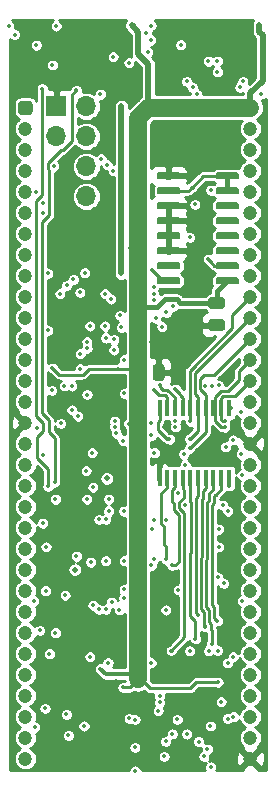
<source format=gbr>
G04 #@! TF.GenerationSoftware,KiCad,Pcbnew,(5.1.2)-1*
G04 #@! TF.CreationDate,2019-12-23T21:44:58-05:00*
G04 #@! TF.ProjectId,C64CPLA,43363443-504c-4412-9e6b-696361645f70,rev?*
G04 #@! TF.SameCoordinates,Original*
G04 #@! TF.FileFunction,Copper,L6,Bot*
G04 #@! TF.FilePolarity,Positive*
%FSLAX46Y46*%
G04 Gerber Fmt 4.6, Leading zero omitted, Abs format (unit mm)*
G04 Created by KiCad (PCBNEW (5.1.2)-1) date 2019-12-23 21:44:58*
%MOMM*%
%LPD*%
G04 APERTURE LIST*
%ADD10R,1.700000X1.700000*%
%ADD11O,1.700000X1.700000*%
%ADD12C,1.200000*%
%ADD13C,0.100000*%
%ADD14R,0.450000X1.450000*%
%ADD15C,0.975000*%
%ADD16C,0.600000*%
%ADD17C,0.350000*%
%ADD18C,0.500000*%
%ADD19C,0.800000*%
%ADD20C,1.500000*%
%ADD21C,0.250000*%
%ADD22C,0.380000*%
%ADD23C,0.280000*%
%ADD24C,0.439000*%
%ADD25C,0.539000*%
%ADD26C,0.223000*%
%ADD27C,0.254000*%
G04 APERTURE END LIST*
D10*
X96583500Y-50673000D03*
D11*
X99123500Y-50673000D03*
X96583500Y-53213000D03*
X99123500Y-53213000D03*
X99123500Y-55753000D03*
X99123500Y-58293000D03*
D12*
X113030000Y-50800000D03*
D13*
G36*
X94309405Y-50201445D02*
G01*
X94338527Y-50205764D01*
X94367085Y-50212918D01*
X94394805Y-50222836D01*
X94421419Y-50235424D01*
X94446671Y-50250559D01*
X94470318Y-50268097D01*
X94492132Y-50287868D01*
X94511903Y-50309682D01*
X94529441Y-50333329D01*
X94544576Y-50358581D01*
X94557164Y-50385195D01*
X94567082Y-50412915D01*
X94574236Y-50441473D01*
X94578555Y-50470595D01*
X94580000Y-50500000D01*
X94580000Y-51100000D01*
X94578555Y-51129405D01*
X94574236Y-51158527D01*
X94567082Y-51187085D01*
X94557164Y-51214805D01*
X94544576Y-51241419D01*
X94529441Y-51266671D01*
X94511903Y-51290318D01*
X94492132Y-51312132D01*
X94470318Y-51331903D01*
X94446671Y-51349441D01*
X94421419Y-51364576D01*
X94394805Y-51377164D01*
X94367085Y-51387082D01*
X94338527Y-51394236D01*
X94309405Y-51398555D01*
X94280000Y-51400000D01*
X93680000Y-51400000D01*
X93650595Y-51398555D01*
X93621473Y-51394236D01*
X93592915Y-51387082D01*
X93565195Y-51377164D01*
X93538581Y-51364576D01*
X93513329Y-51349441D01*
X93489682Y-51331903D01*
X93467868Y-51312132D01*
X93448097Y-51290318D01*
X93430559Y-51266671D01*
X93415424Y-51241419D01*
X93402836Y-51214805D01*
X93392918Y-51187085D01*
X93385764Y-51158527D01*
X93381445Y-51129405D01*
X93380000Y-51100000D01*
X93380000Y-50500000D01*
X93381445Y-50470595D01*
X93385764Y-50441473D01*
X93392918Y-50412915D01*
X93402836Y-50385195D01*
X93415424Y-50358581D01*
X93430559Y-50333329D01*
X93448097Y-50309682D01*
X93467868Y-50287868D01*
X93489682Y-50268097D01*
X93513329Y-50250559D01*
X93538581Y-50235424D01*
X93565195Y-50222836D01*
X93592915Y-50212918D01*
X93621473Y-50205764D01*
X93650595Y-50201445D01*
X93680000Y-50200000D01*
X94280000Y-50200000D01*
X94309405Y-50201445D01*
X94309405Y-50201445D01*
G37*
D12*
X93980000Y-50800000D03*
X113030000Y-52578000D03*
X93980000Y-52578000D03*
X113030000Y-54356000D03*
X93980000Y-54356000D03*
X113030000Y-56134000D03*
X93980000Y-56134000D03*
X113030000Y-57912000D03*
X93980000Y-57912000D03*
X113030000Y-59690000D03*
X93980000Y-59690000D03*
X113030000Y-61468000D03*
X93980000Y-61468000D03*
X113030000Y-63246000D03*
X93980000Y-63246000D03*
X113030000Y-65024000D03*
X93980000Y-65024000D03*
X113030000Y-66802000D03*
X93980000Y-66802000D03*
X113030000Y-68580000D03*
X93980000Y-68580000D03*
X113030000Y-70358000D03*
X93980000Y-70358000D03*
X113030000Y-72136000D03*
X93980000Y-72136000D03*
X113030000Y-73914000D03*
X93980000Y-73914000D03*
X113030000Y-75692000D03*
X93980000Y-75692000D03*
X113030000Y-77470000D03*
X93980000Y-77470000D03*
X113030000Y-79248000D03*
X93980000Y-79248000D03*
X113030000Y-81026000D03*
X93980000Y-81026000D03*
X113030000Y-82804000D03*
X93980000Y-82804000D03*
X113030000Y-84582000D03*
X93980000Y-84582000D03*
X113030000Y-86360000D03*
X93980000Y-86360000D03*
X113030000Y-88138000D03*
X93980000Y-88138000D03*
X113030000Y-89916000D03*
X93980000Y-89916000D03*
X113030000Y-91694000D03*
X93980000Y-91694000D03*
X113030000Y-93472000D03*
X93980000Y-93472000D03*
X113030000Y-95250000D03*
X93980000Y-95250000D03*
X113030000Y-97028000D03*
X93980000Y-97028000D03*
X113030000Y-98806000D03*
X93980000Y-98806000D03*
X113030000Y-100584000D03*
X93980000Y-100584000D03*
X113030000Y-102362000D03*
X93980000Y-102362000D03*
X113030000Y-104140000D03*
X93980000Y-104140000D03*
X113030000Y-105918000D03*
X93980000Y-105918000D03*
D14*
X111192500Y-82134500D03*
X110542500Y-82134500D03*
X109892500Y-82134500D03*
X109242500Y-82134500D03*
X108592500Y-82134500D03*
X107942500Y-82134500D03*
X107292500Y-82134500D03*
X106642500Y-82134500D03*
X105992500Y-82134500D03*
X105342500Y-82134500D03*
X105342500Y-76234500D03*
X105992500Y-76234500D03*
X106642500Y-76234500D03*
X107292500Y-76234500D03*
X107942500Y-76234500D03*
X108592500Y-76234500D03*
X109242500Y-76234500D03*
X109892500Y-76234500D03*
X110542500Y-76234500D03*
X111192500Y-76234500D03*
D13*
G36*
X105535642Y-72516674D02*
G01*
X105559303Y-72520184D01*
X105582507Y-72525996D01*
X105605029Y-72534054D01*
X105626653Y-72544282D01*
X105647170Y-72556579D01*
X105666383Y-72570829D01*
X105684107Y-72586893D01*
X105700171Y-72604617D01*
X105714421Y-72623830D01*
X105726718Y-72644347D01*
X105736946Y-72665971D01*
X105745004Y-72688493D01*
X105750816Y-72711697D01*
X105754326Y-72735358D01*
X105755500Y-72759250D01*
X105755500Y-73671750D01*
X105754326Y-73695642D01*
X105750816Y-73719303D01*
X105745004Y-73742507D01*
X105736946Y-73765029D01*
X105726718Y-73786653D01*
X105714421Y-73807170D01*
X105700171Y-73826383D01*
X105684107Y-73844107D01*
X105666383Y-73860171D01*
X105647170Y-73874421D01*
X105626653Y-73886718D01*
X105605029Y-73896946D01*
X105582507Y-73905004D01*
X105559303Y-73910816D01*
X105535642Y-73914326D01*
X105511750Y-73915500D01*
X105024250Y-73915500D01*
X105000358Y-73914326D01*
X104976697Y-73910816D01*
X104953493Y-73905004D01*
X104930971Y-73896946D01*
X104909347Y-73886718D01*
X104888830Y-73874421D01*
X104869617Y-73860171D01*
X104851893Y-73844107D01*
X104835829Y-73826383D01*
X104821579Y-73807170D01*
X104809282Y-73786653D01*
X104799054Y-73765029D01*
X104790996Y-73742507D01*
X104785184Y-73719303D01*
X104781674Y-73695642D01*
X104780500Y-73671750D01*
X104780500Y-72759250D01*
X104781674Y-72735358D01*
X104785184Y-72711697D01*
X104790996Y-72688493D01*
X104799054Y-72665971D01*
X104809282Y-72644347D01*
X104821579Y-72623830D01*
X104835829Y-72604617D01*
X104851893Y-72586893D01*
X104869617Y-72570829D01*
X104888830Y-72556579D01*
X104909347Y-72544282D01*
X104930971Y-72534054D01*
X104953493Y-72525996D01*
X104976697Y-72520184D01*
X105000358Y-72516674D01*
X105024250Y-72515500D01*
X105511750Y-72515500D01*
X105535642Y-72516674D01*
X105535642Y-72516674D01*
G37*
D15*
X105268000Y-73215500D03*
D13*
G36*
X103660642Y-72516674D02*
G01*
X103684303Y-72520184D01*
X103707507Y-72525996D01*
X103730029Y-72534054D01*
X103751653Y-72544282D01*
X103772170Y-72556579D01*
X103791383Y-72570829D01*
X103809107Y-72586893D01*
X103825171Y-72604617D01*
X103839421Y-72623830D01*
X103851718Y-72644347D01*
X103861946Y-72665971D01*
X103870004Y-72688493D01*
X103875816Y-72711697D01*
X103879326Y-72735358D01*
X103880500Y-72759250D01*
X103880500Y-73671750D01*
X103879326Y-73695642D01*
X103875816Y-73719303D01*
X103870004Y-73742507D01*
X103861946Y-73765029D01*
X103851718Y-73786653D01*
X103839421Y-73807170D01*
X103825171Y-73826383D01*
X103809107Y-73844107D01*
X103791383Y-73860171D01*
X103772170Y-73874421D01*
X103751653Y-73886718D01*
X103730029Y-73896946D01*
X103707507Y-73905004D01*
X103684303Y-73910816D01*
X103660642Y-73914326D01*
X103636750Y-73915500D01*
X103149250Y-73915500D01*
X103125358Y-73914326D01*
X103101697Y-73910816D01*
X103078493Y-73905004D01*
X103055971Y-73896946D01*
X103034347Y-73886718D01*
X103013830Y-73874421D01*
X102994617Y-73860171D01*
X102976893Y-73844107D01*
X102960829Y-73826383D01*
X102946579Y-73807170D01*
X102934282Y-73786653D01*
X102924054Y-73765029D01*
X102915996Y-73742507D01*
X102910184Y-73719303D01*
X102906674Y-73695642D01*
X102905500Y-73671750D01*
X102905500Y-72759250D01*
X102906674Y-72735358D01*
X102910184Y-72711697D01*
X102915996Y-72688493D01*
X102924054Y-72665971D01*
X102934282Y-72644347D01*
X102946579Y-72623830D01*
X102960829Y-72604617D01*
X102976893Y-72586893D01*
X102994617Y-72570829D01*
X103013830Y-72556579D01*
X103034347Y-72544282D01*
X103055971Y-72534054D01*
X103078493Y-72525996D01*
X103101697Y-72520184D01*
X103125358Y-72516674D01*
X103149250Y-72515500D01*
X103636750Y-72515500D01*
X103660642Y-72516674D01*
X103660642Y-72516674D01*
G37*
D15*
X103393000Y-73215500D03*
D13*
G36*
X110652642Y-66838674D02*
G01*
X110676303Y-66842184D01*
X110699507Y-66847996D01*
X110722029Y-66856054D01*
X110743653Y-66866282D01*
X110764170Y-66878579D01*
X110783383Y-66892829D01*
X110801107Y-66908893D01*
X110817171Y-66926617D01*
X110831421Y-66945830D01*
X110843718Y-66966347D01*
X110853946Y-66987971D01*
X110862004Y-67010493D01*
X110867816Y-67033697D01*
X110871326Y-67057358D01*
X110872500Y-67081250D01*
X110872500Y-67568750D01*
X110871326Y-67592642D01*
X110867816Y-67616303D01*
X110862004Y-67639507D01*
X110853946Y-67662029D01*
X110843718Y-67683653D01*
X110831421Y-67704170D01*
X110817171Y-67723383D01*
X110801107Y-67741107D01*
X110783383Y-67757171D01*
X110764170Y-67771421D01*
X110743653Y-67783718D01*
X110722029Y-67793946D01*
X110699507Y-67802004D01*
X110676303Y-67807816D01*
X110652642Y-67811326D01*
X110628750Y-67812500D01*
X109716250Y-67812500D01*
X109692358Y-67811326D01*
X109668697Y-67807816D01*
X109645493Y-67802004D01*
X109622971Y-67793946D01*
X109601347Y-67783718D01*
X109580830Y-67771421D01*
X109561617Y-67757171D01*
X109543893Y-67741107D01*
X109527829Y-67723383D01*
X109513579Y-67704170D01*
X109501282Y-67683653D01*
X109491054Y-67662029D01*
X109482996Y-67639507D01*
X109477184Y-67616303D01*
X109473674Y-67592642D01*
X109472500Y-67568750D01*
X109472500Y-67081250D01*
X109473674Y-67057358D01*
X109477184Y-67033697D01*
X109482996Y-67010493D01*
X109491054Y-66987971D01*
X109501282Y-66966347D01*
X109513579Y-66945830D01*
X109527829Y-66926617D01*
X109543893Y-66908893D01*
X109561617Y-66892829D01*
X109580830Y-66878579D01*
X109601347Y-66866282D01*
X109622971Y-66856054D01*
X109645493Y-66847996D01*
X109668697Y-66842184D01*
X109692358Y-66838674D01*
X109716250Y-66837500D01*
X110628750Y-66837500D01*
X110652642Y-66838674D01*
X110652642Y-66838674D01*
G37*
D15*
X110172500Y-67325000D03*
D13*
G36*
X110652642Y-68713674D02*
G01*
X110676303Y-68717184D01*
X110699507Y-68722996D01*
X110722029Y-68731054D01*
X110743653Y-68741282D01*
X110764170Y-68753579D01*
X110783383Y-68767829D01*
X110801107Y-68783893D01*
X110817171Y-68801617D01*
X110831421Y-68820830D01*
X110843718Y-68841347D01*
X110853946Y-68862971D01*
X110862004Y-68885493D01*
X110867816Y-68908697D01*
X110871326Y-68932358D01*
X110872500Y-68956250D01*
X110872500Y-69443750D01*
X110871326Y-69467642D01*
X110867816Y-69491303D01*
X110862004Y-69514507D01*
X110853946Y-69537029D01*
X110843718Y-69558653D01*
X110831421Y-69579170D01*
X110817171Y-69598383D01*
X110801107Y-69616107D01*
X110783383Y-69632171D01*
X110764170Y-69646421D01*
X110743653Y-69658718D01*
X110722029Y-69668946D01*
X110699507Y-69677004D01*
X110676303Y-69682816D01*
X110652642Y-69686326D01*
X110628750Y-69687500D01*
X109716250Y-69687500D01*
X109692358Y-69686326D01*
X109668697Y-69682816D01*
X109645493Y-69677004D01*
X109622971Y-69668946D01*
X109601347Y-69658718D01*
X109580830Y-69646421D01*
X109561617Y-69632171D01*
X109543893Y-69616107D01*
X109527829Y-69598383D01*
X109513579Y-69579170D01*
X109501282Y-69558653D01*
X109491054Y-69537029D01*
X109482996Y-69514507D01*
X109477184Y-69491303D01*
X109473674Y-69467642D01*
X109472500Y-69443750D01*
X109472500Y-68956250D01*
X109473674Y-68932358D01*
X109477184Y-68908697D01*
X109482996Y-68885493D01*
X109491054Y-68862971D01*
X109501282Y-68841347D01*
X109513579Y-68820830D01*
X109527829Y-68801617D01*
X109543893Y-68783893D01*
X109561617Y-68767829D01*
X109580830Y-68753579D01*
X109601347Y-68741282D01*
X109622971Y-68731054D01*
X109645493Y-68722996D01*
X109668697Y-68717184D01*
X109692358Y-68713674D01*
X109716250Y-68712500D01*
X110628750Y-68712500D01*
X110652642Y-68713674D01*
X110652642Y-68713674D01*
G37*
D15*
X110172500Y-69200000D03*
D13*
G36*
X106949703Y-65169222D02*
G01*
X106964264Y-65171382D01*
X106978543Y-65174959D01*
X106992403Y-65179918D01*
X107005710Y-65186212D01*
X107018336Y-65193780D01*
X107030159Y-65202548D01*
X107041066Y-65212434D01*
X107050952Y-65223341D01*
X107059720Y-65235164D01*
X107067288Y-65247790D01*
X107073582Y-65261097D01*
X107078541Y-65274957D01*
X107082118Y-65289236D01*
X107084278Y-65303797D01*
X107085000Y-65318500D01*
X107085000Y-65618500D01*
X107084278Y-65633203D01*
X107082118Y-65647764D01*
X107078541Y-65662043D01*
X107073582Y-65675903D01*
X107067288Y-65689210D01*
X107059720Y-65701836D01*
X107050952Y-65713659D01*
X107041066Y-65724566D01*
X107030159Y-65734452D01*
X107018336Y-65743220D01*
X107005710Y-65750788D01*
X106992403Y-65757082D01*
X106978543Y-65762041D01*
X106964264Y-65765618D01*
X106949703Y-65767778D01*
X106935000Y-65768500D01*
X105285000Y-65768500D01*
X105270297Y-65767778D01*
X105255736Y-65765618D01*
X105241457Y-65762041D01*
X105227597Y-65757082D01*
X105214290Y-65750788D01*
X105201664Y-65743220D01*
X105189841Y-65734452D01*
X105178934Y-65724566D01*
X105169048Y-65713659D01*
X105160280Y-65701836D01*
X105152712Y-65689210D01*
X105146418Y-65675903D01*
X105141459Y-65662043D01*
X105137882Y-65647764D01*
X105135722Y-65633203D01*
X105135000Y-65618500D01*
X105135000Y-65318500D01*
X105135722Y-65303797D01*
X105137882Y-65289236D01*
X105141459Y-65274957D01*
X105146418Y-65261097D01*
X105152712Y-65247790D01*
X105160280Y-65235164D01*
X105169048Y-65223341D01*
X105178934Y-65212434D01*
X105189841Y-65202548D01*
X105201664Y-65193780D01*
X105214290Y-65186212D01*
X105227597Y-65179918D01*
X105241457Y-65174959D01*
X105255736Y-65171382D01*
X105270297Y-65169222D01*
X105285000Y-65168500D01*
X106935000Y-65168500D01*
X106949703Y-65169222D01*
X106949703Y-65169222D01*
G37*
D16*
X106110000Y-65468500D03*
D13*
G36*
X106949703Y-63899222D02*
G01*
X106964264Y-63901382D01*
X106978543Y-63904959D01*
X106992403Y-63909918D01*
X107005710Y-63916212D01*
X107018336Y-63923780D01*
X107030159Y-63932548D01*
X107041066Y-63942434D01*
X107050952Y-63953341D01*
X107059720Y-63965164D01*
X107067288Y-63977790D01*
X107073582Y-63991097D01*
X107078541Y-64004957D01*
X107082118Y-64019236D01*
X107084278Y-64033797D01*
X107085000Y-64048500D01*
X107085000Y-64348500D01*
X107084278Y-64363203D01*
X107082118Y-64377764D01*
X107078541Y-64392043D01*
X107073582Y-64405903D01*
X107067288Y-64419210D01*
X107059720Y-64431836D01*
X107050952Y-64443659D01*
X107041066Y-64454566D01*
X107030159Y-64464452D01*
X107018336Y-64473220D01*
X107005710Y-64480788D01*
X106992403Y-64487082D01*
X106978543Y-64492041D01*
X106964264Y-64495618D01*
X106949703Y-64497778D01*
X106935000Y-64498500D01*
X105285000Y-64498500D01*
X105270297Y-64497778D01*
X105255736Y-64495618D01*
X105241457Y-64492041D01*
X105227597Y-64487082D01*
X105214290Y-64480788D01*
X105201664Y-64473220D01*
X105189841Y-64464452D01*
X105178934Y-64454566D01*
X105169048Y-64443659D01*
X105160280Y-64431836D01*
X105152712Y-64419210D01*
X105146418Y-64405903D01*
X105141459Y-64392043D01*
X105137882Y-64377764D01*
X105135722Y-64363203D01*
X105135000Y-64348500D01*
X105135000Y-64048500D01*
X105135722Y-64033797D01*
X105137882Y-64019236D01*
X105141459Y-64004957D01*
X105146418Y-63991097D01*
X105152712Y-63977790D01*
X105160280Y-63965164D01*
X105169048Y-63953341D01*
X105178934Y-63942434D01*
X105189841Y-63932548D01*
X105201664Y-63923780D01*
X105214290Y-63916212D01*
X105227597Y-63909918D01*
X105241457Y-63904959D01*
X105255736Y-63901382D01*
X105270297Y-63899222D01*
X105285000Y-63898500D01*
X106935000Y-63898500D01*
X106949703Y-63899222D01*
X106949703Y-63899222D01*
G37*
D16*
X106110000Y-64198500D03*
D13*
G36*
X106949703Y-62629222D02*
G01*
X106964264Y-62631382D01*
X106978543Y-62634959D01*
X106992403Y-62639918D01*
X107005710Y-62646212D01*
X107018336Y-62653780D01*
X107030159Y-62662548D01*
X107041066Y-62672434D01*
X107050952Y-62683341D01*
X107059720Y-62695164D01*
X107067288Y-62707790D01*
X107073582Y-62721097D01*
X107078541Y-62734957D01*
X107082118Y-62749236D01*
X107084278Y-62763797D01*
X107085000Y-62778500D01*
X107085000Y-63078500D01*
X107084278Y-63093203D01*
X107082118Y-63107764D01*
X107078541Y-63122043D01*
X107073582Y-63135903D01*
X107067288Y-63149210D01*
X107059720Y-63161836D01*
X107050952Y-63173659D01*
X107041066Y-63184566D01*
X107030159Y-63194452D01*
X107018336Y-63203220D01*
X107005710Y-63210788D01*
X106992403Y-63217082D01*
X106978543Y-63222041D01*
X106964264Y-63225618D01*
X106949703Y-63227778D01*
X106935000Y-63228500D01*
X105285000Y-63228500D01*
X105270297Y-63227778D01*
X105255736Y-63225618D01*
X105241457Y-63222041D01*
X105227597Y-63217082D01*
X105214290Y-63210788D01*
X105201664Y-63203220D01*
X105189841Y-63194452D01*
X105178934Y-63184566D01*
X105169048Y-63173659D01*
X105160280Y-63161836D01*
X105152712Y-63149210D01*
X105146418Y-63135903D01*
X105141459Y-63122043D01*
X105137882Y-63107764D01*
X105135722Y-63093203D01*
X105135000Y-63078500D01*
X105135000Y-62778500D01*
X105135722Y-62763797D01*
X105137882Y-62749236D01*
X105141459Y-62734957D01*
X105146418Y-62721097D01*
X105152712Y-62707790D01*
X105160280Y-62695164D01*
X105169048Y-62683341D01*
X105178934Y-62672434D01*
X105189841Y-62662548D01*
X105201664Y-62653780D01*
X105214290Y-62646212D01*
X105227597Y-62639918D01*
X105241457Y-62634959D01*
X105255736Y-62631382D01*
X105270297Y-62629222D01*
X105285000Y-62628500D01*
X106935000Y-62628500D01*
X106949703Y-62629222D01*
X106949703Y-62629222D01*
G37*
D16*
X106110000Y-62928500D03*
D13*
G36*
X106949703Y-61359222D02*
G01*
X106964264Y-61361382D01*
X106978543Y-61364959D01*
X106992403Y-61369918D01*
X107005710Y-61376212D01*
X107018336Y-61383780D01*
X107030159Y-61392548D01*
X107041066Y-61402434D01*
X107050952Y-61413341D01*
X107059720Y-61425164D01*
X107067288Y-61437790D01*
X107073582Y-61451097D01*
X107078541Y-61464957D01*
X107082118Y-61479236D01*
X107084278Y-61493797D01*
X107085000Y-61508500D01*
X107085000Y-61808500D01*
X107084278Y-61823203D01*
X107082118Y-61837764D01*
X107078541Y-61852043D01*
X107073582Y-61865903D01*
X107067288Y-61879210D01*
X107059720Y-61891836D01*
X107050952Y-61903659D01*
X107041066Y-61914566D01*
X107030159Y-61924452D01*
X107018336Y-61933220D01*
X107005710Y-61940788D01*
X106992403Y-61947082D01*
X106978543Y-61952041D01*
X106964264Y-61955618D01*
X106949703Y-61957778D01*
X106935000Y-61958500D01*
X105285000Y-61958500D01*
X105270297Y-61957778D01*
X105255736Y-61955618D01*
X105241457Y-61952041D01*
X105227597Y-61947082D01*
X105214290Y-61940788D01*
X105201664Y-61933220D01*
X105189841Y-61924452D01*
X105178934Y-61914566D01*
X105169048Y-61903659D01*
X105160280Y-61891836D01*
X105152712Y-61879210D01*
X105146418Y-61865903D01*
X105141459Y-61852043D01*
X105137882Y-61837764D01*
X105135722Y-61823203D01*
X105135000Y-61808500D01*
X105135000Y-61508500D01*
X105135722Y-61493797D01*
X105137882Y-61479236D01*
X105141459Y-61464957D01*
X105146418Y-61451097D01*
X105152712Y-61437790D01*
X105160280Y-61425164D01*
X105169048Y-61413341D01*
X105178934Y-61402434D01*
X105189841Y-61392548D01*
X105201664Y-61383780D01*
X105214290Y-61376212D01*
X105227597Y-61369918D01*
X105241457Y-61364959D01*
X105255736Y-61361382D01*
X105270297Y-61359222D01*
X105285000Y-61358500D01*
X106935000Y-61358500D01*
X106949703Y-61359222D01*
X106949703Y-61359222D01*
G37*
D16*
X106110000Y-61658500D03*
D13*
G36*
X106949703Y-60089222D02*
G01*
X106964264Y-60091382D01*
X106978543Y-60094959D01*
X106992403Y-60099918D01*
X107005710Y-60106212D01*
X107018336Y-60113780D01*
X107030159Y-60122548D01*
X107041066Y-60132434D01*
X107050952Y-60143341D01*
X107059720Y-60155164D01*
X107067288Y-60167790D01*
X107073582Y-60181097D01*
X107078541Y-60194957D01*
X107082118Y-60209236D01*
X107084278Y-60223797D01*
X107085000Y-60238500D01*
X107085000Y-60538500D01*
X107084278Y-60553203D01*
X107082118Y-60567764D01*
X107078541Y-60582043D01*
X107073582Y-60595903D01*
X107067288Y-60609210D01*
X107059720Y-60621836D01*
X107050952Y-60633659D01*
X107041066Y-60644566D01*
X107030159Y-60654452D01*
X107018336Y-60663220D01*
X107005710Y-60670788D01*
X106992403Y-60677082D01*
X106978543Y-60682041D01*
X106964264Y-60685618D01*
X106949703Y-60687778D01*
X106935000Y-60688500D01*
X105285000Y-60688500D01*
X105270297Y-60687778D01*
X105255736Y-60685618D01*
X105241457Y-60682041D01*
X105227597Y-60677082D01*
X105214290Y-60670788D01*
X105201664Y-60663220D01*
X105189841Y-60654452D01*
X105178934Y-60644566D01*
X105169048Y-60633659D01*
X105160280Y-60621836D01*
X105152712Y-60609210D01*
X105146418Y-60595903D01*
X105141459Y-60582043D01*
X105137882Y-60567764D01*
X105135722Y-60553203D01*
X105135000Y-60538500D01*
X105135000Y-60238500D01*
X105135722Y-60223797D01*
X105137882Y-60209236D01*
X105141459Y-60194957D01*
X105146418Y-60181097D01*
X105152712Y-60167790D01*
X105160280Y-60155164D01*
X105169048Y-60143341D01*
X105178934Y-60132434D01*
X105189841Y-60122548D01*
X105201664Y-60113780D01*
X105214290Y-60106212D01*
X105227597Y-60099918D01*
X105241457Y-60094959D01*
X105255736Y-60091382D01*
X105270297Y-60089222D01*
X105285000Y-60088500D01*
X106935000Y-60088500D01*
X106949703Y-60089222D01*
X106949703Y-60089222D01*
G37*
D16*
X106110000Y-60388500D03*
D13*
G36*
X106949703Y-58819222D02*
G01*
X106964264Y-58821382D01*
X106978543Y-58824959D01*
X106992403Y-58829918D01*
X107005710Y-58836212D01*
X107018336Y-58843780D01*
X107030159Y-58852548D01*
X107041066Y-58862434D01*
X107050952Y-58873341D01*
X107059720Y-58885164D01*
X107067288Y-58897790D01*
X107073582Y-58911097D01*
X107078541Y-58924957D01*
X107082118Y-58939236D01*
X107084278Y-58953797D01*
X107085000Y-58968500D01*
X107085000Y-59268500D01*
X107084278Y-59283203D01*
X107082118Y-59297764D01*
X107078541Y-59312043D01*
X107073582Y-59325903D01*
X107067288Y-59339210D01*
X107059720Y-59351836D01*
X107050952Y-59363659D01*
X107041066Y-59374566D01*
X107030159Y-59384452D01*
X107018336Y-59393220D01*
X107005710Y-59400788D01*
X106992403Y-59407082D01*
X106978543Y-59412041D01*
X106964264Y-59415618D01*
X106949703Y-59417778D01*
X106935000Y-59418500D01*
X105285000Y-59418500D01*
X105270297Y-59417778D01*
X105255736Y-59415618D01*
X105241457Y-59412041D01*
X105227597Y-59407082D01*
X105214290Y-59400788D01*
X105201664Y-59393220D01*
X105189841Y-59384452D01*
X105178934Y-59374566D01*
X105169048Y-59363659D01*
X105160280Y-59351836D01*
X105152712Y-59339210D01*
X105146418Y-59325903D01*
X105141459Y-59312043D01*
X105137882Y-59297764D01*
X105135722Y-59283203D01*
X105135000Y-59268500D01*
X105135000Y-58968500D01*
X105135722Y-58953797D01*
X105137882Y-58939236D01*
X105141459Y-58924957D01*
X105146418Y-58911097D01*
X105152712Y-58897790D01*
X105160280Y-58885164D01*
X105169048Y-58873341D01*
X105178934Y-58862434D01*
X105189841Y-58852548D01*
X105201664Y-58843780D01*
X105214290Y-58836212D01*
X105227597Y-58829918D01*
X105241457Y-58824959D01*
X105255736Y-58821382D01*
X105270297Y-58819222D01*
X105285000Y-58818500D01*
X106935000Y-58818500D01*
X106949703Y-58819222D01*
X106949703Y-58819222D01*
G37*
D16*
X106110000Y-59118500D03*
D13*
G36*
X106949703Y-57549222D02*
G01*
X106964264Y-57551382D01*
X106978543Y-57554959D01*
X106992403Y-57559918D01*
X107005710Y-57566212D01*
X107018336Y-57573780D01*
X107030159Y-57582548D01*
X107041066Y-57592434D01*
X107050952Y-57603341D01*
X107059720Y-57615164D01*
X107067288Y-57627790D01*
X107073582Y-57641097D01*
X107078541Y-57654957D01*
X107082118Y-57669236D01*
X107084278Y-57683797D01*
X107085000Y-57698500D01*
X107085000Y-57998500D01*
X107084278Y-58013203D01*
X107082118Y-58027764D01*
X107078541Y-58042043D01*
X107073582Y-58055903D01*
X107067288Y-58069210D01*
X107059720Y-58081836D01*
X107050952Y-58093659D01*
X107041066Y-58104566D01*
X107030159Y-58114452D01*
X107018336Y-58123220D01*
X107005710Y-58130788D01*
X106992403Y-58137082D01*
X106978543Y-58142041D01*
X106964264Y-58145618D01*
X106949703Y-58147778D01*
X106935000Y-58148500D01*
X105285000Y-58148500D01*
X105270297Y-58147778D01*
X105255736Y-58145618D01*
X105241457Y-58142041D01*
X105227597Y-58137082D01*
X105214290Y-58130788D01*
X105201664Y-58123220D01*
X105189841Y-58114452D01*
X105178934Y-58104566D01*
X105169048Y-58093659D01*
X105160280Y-58081836D01*
X105152712Y-58069210D01*
X105146418Y-58055903D01*
X105141459Y-58042043D01*
X105137882Y-58027764D01*
X105135722Y-58013203D01*
X105135000Y-57998500D01*
X105135000Y-57698500D01*
X105135722Y-57683797D01*
X105137882Y-57669236D01*
X105141459Y-57654957D01*
X105146418Y-57641097D01*
X105152712Y-57627790D01*
X105160280Y-57615164D01*
X105169048Y-57603341D01*
X105178934Y-57592434D01*
X105189841Y-57582548D01*
X105201664Y-57573780D01*
X105214290Y-57566212D01*
X105227597Y-57559918D01*
X105241457Y-57554959D01*
X105255736Y-57551382D01*
X105270297Y-57549222D01*
X105285000Y-57548500D01*
X106935000Y-57548500D01*
X106949703Y-57549222D01*
X106949703Y-57549222D01*
G37*
D16*
X106110000Y-57848500D03*
D13*
G36*
X106949703Y-56279222D02*
G01*
X106964264Y-56281382D01*
X106978543Y-56284959D01*
X106992403Y-56289918D01*
X107005710Y-56296212D01*
X107018336Y-56303780D01*
X107030159Y-56312548D01*
X107041066Y-56322434D01*
X107050952Y-56333341D01*
X107059720Y-56345164D01*
X107067288Y-56357790D01*
X107073582Y-56371097D01*
X107078541Y-56384957D01*
X107082118Y-56399236D01*
X107084278Y-56413797D01*
X107085000Y-56428500D01*
X107085000Y-56728500D01*
X107084278Y-56743203D01*
X107082118Y-56757764D01*
X107078541Y-56772043D01*
X107073582Y-56785903D01*
X107067288Y-56799210D01*
X107059720Y-56811836D01*
X107050952Y-56823659D01*
X107041066Y-56834566D01*
X107030159Y-56844452D01*
X107018336Y-56853220D01*
X107005710Y-56860788D01*
X106992403Y-56867082D01*
X106978543Y-56872041D01*
X106964264Y-56875618D01*
X106949703Y-56877778D01*
X106935000Y-56878500D01*
X105285000Y-56878500D01*
X105270297Y-56877778D01*
X105255736Y-56875618D01*
X105241457Y-56872041D01*
X105227597Y-56867082D01*
X105214290Y-56860788D01*
X105201664Y-56853220D01*
X105189841Y-56844452D01*
X105178934Y-56834566D01*
X105169048Y-56823659D01*
X105160280Y-56811836D01*
X105152712Y-56799210D01*
X105146418Y-56785903D01*
X105141459Y-56772043D01*
X105137882Y-56757764D01*
X105135722Y-56743203D01*
X105135000Y-56728500D01*
X105135000Y-56428500D01*
X105135722Y-56413797D01*
X105137882Y-56399236D01*
X105141459Y-56384957D01*
X105146418Y-56371097D01*
X105152712Y-56357790D01*
X105160280Y-56345164D01*
X105169048Y-56333341D01*
X105178934Y-56322434D01*
X105189841Y-56312548D01*
X105201664Y-56303780D01*
X105214290Y-56296212D01*
X105227597Y-56289918D01*
X105241457Y-56284959D01*
X105255736Y-56281382D01*
X105270297Y-56279222D01*
X105285000Y-56278500D01*
X106935000Y-56278500D01*
X106949703Y-56279222D01*
X106949703Y-56279222D01*
G37*
D16*
X106110000Y-56578500D03*
D13*
G36*
X111899703Y-56279222D02*
G01*
X111914264Y-56281382D01*
X111928543Y-56284959D01*
X111942403Y-56289918D01*
X111955710Y-56296212D01*
X111968336Y-56303780D01*
X111980159Y-56312548D01*
X111991066Y-56322434D01*
X112000952Y-56333341D01*
X112009720Y-56345164D01*
X112017288Y-56357790D01*
X112023582Y-56371097D01*
X112028541Y-56384957D01*
X112032118Y-56399236D01*
X112034278Y-56413797D01*
X112035000Y-56428500D01*
X112035000Y-56728500D01*
X112034278Y-56743203D01*
X112032118Y-56757764D01*
X112028541Y-56772043D01*
X112023582Y-56785903D01*
X112017288Y-56799210D01*
X112009720Y-56811836D01*
X112000952Y-56823659D01*
X111991066Y-56834566D01*
X111980159Y-56844452D01*
X111968336Y-56853220D01*
X111955710Y-56860788D01*
X111942403Y-56867082D01*
X111928543Y-56872041D01*
X111914264Y-56875618D01*
X111899703Y-56877778D01*
X111885000Y-56878500D01*
X110235000Y-56878500D01*
X110220297Y-56877778D01*
X110205736Y-56875618D01*
X110191457Y-56872041D01*
X110177597Y-56867082D01*
X110164290Y-56860788D01*
X110151664Y-56853220D01*
X110139841Y-56844452D01*
X110128934Y-56834566D01*
X110119048Y-56823659D01*
X110110280Y-56811836D01*
X110102712Y-56799210D01*
X110096418Y-56785903D01*
X110091459Y-56772043D01*
X110087882Y-56757764D01*
X110085722Y-56743203D01*
X110085000Y-56728500D01*
X110085000Y-56428500D01*
X110085722Y-56413797D01*
X110087882Y-56399236D01*
X110091459Y-56384957D01*
X110096418Y-56371097D01*
X110102712Y-56357790D01*
X110110280Y-56345164D01*
X110119048Y-56333341D01*
X110128934Y-56322434D01*
X110139841Y-56312548D01*
X110151664Y-56303780D01*
X110164290Y-56296212D01*
X110177597Y-56289918D01*
X110191457Y-56284959D01*
X110205736Y-56281382D01*
X110220297Y-56279222D01*
X110235000Y-56278500D01*
X111885000Y-56278500D01*
X111899703Y-56279222D01*
X111899703Y-56279222D01*
G37*
D16*
X111060000Y-56578500D03*
D13*
G36*
X111899703Y-57549222D02*
G01*
X111914264Y-57551382D01*
X111928543Y-57554959D01*
X111942403Y-57559918D01*
X111955710Y-57566212D01*
X111968336Y-57573780D01*
X111980159Y-57582548D01*
X111991066Y-57592434D01*
X112000952Y-57603341D01*
X112009720Y-57615164D01*
X112017288Y-57627790D01*
X112023582Y-57641097D01*
X112028541Y-57654957D01*
X112032118Y-57669236D01*
X112034278Y-57683797D01*
X112035000Y-57698500D01*
X112035000Y-57998500D01*
X112034278Y-58013203D01*
X112032118Y-58027764D01*
X112028541Y-58042043D01*
X112023582Y-58055903D01*
X112017288Y-58069210D01*
X112009720Y-58081836D01*
X112000952Y-58093659D01*
X111991066Y-58104566D01*
X111980159Y-58114452D01*
X111968336Y-58123220D01*
X111955710Y-58130788D01*
X111942403Y-58137082D01*
X111928543Y-58142041D01*
X111914264Y-58145618D01*
X111899703Y-58147778D01*
X111885000Y-58148500D01*
X110235000Y-58148500D01*
X110220297Y-58147778D01*
X110205736Y-58145618D01*
X110191457Y-58142041D01*
X110177597Y-58137082D01*
X110164290Y-58130788D01*
X110151664Y-58123220D01*
X110139841Y-58114452D01*
X110128934Y-58104566D01*
X110119048Y-58093659D01*
X110110280Y-58081836D01*
X110102712Y-58069210D01*
X110096418Y-58055903D01*
X110091459Y-58042043D01*
X110087882Y-58027764D01*
X110085722Y-58013203D01*
X110085000Y-57998500D01*
X110085000Y-57698500D01*
X110085722Y-57683797D01*
X110087882Y-57669236D01*
X110091459Y-57654957D01*
X110096418Y-57641097D01*
X110102712Y-57627790D01*
X110110280Y-57615164D01*
X110119048Y-57603341D01*
X110128934Y-57592434D01*
X110139841Y-57582548D01*
X110151664Y-57573780D01*
X110164290Y-57566212D01*
X110177597Y-57559918D01*
X110191457Y-57554959D01*
X110205736Y-57551382D01*
X110220297Y-57549222D01*
X110235000Y-57548500D01*
X111885000Y-57548500D01*
X111899703Y-57549222D01*
X111899703Y-57549222D01*
G37*
D16*
X111060000Y-57848500D03*
D13*
G36*
X111899703Y-58819222D02*
G01*
X111914264Y-58821382D01*
X111928543Y-58824959D01*
X111942403Y-58829918D01*
X111955710Y-58836212D01*
X111968336Y-58843780D01*
X111980159Y-58852548D01*
X111991066Y-58862434D01*
X112000952Y-58873341D01*
X112009720Y-58885164D01*
X112017288Y-58897790D01*
X112023582Y-58911097D01*
X112028541Y-58924957D01*
X112032118Y-58939236D01*
X112034278Y-58953797D01*
X112035000Y-58968500D01*
X112035000Y-59268500D01*
X112034278Y-59283203D01*
X112032118Y-59297764D01*
X112028541Y-59312043D01*
X112023582Y-59325903D01*
X112017288Y-59339210D01*
X112009720Y-59351836D01*
X112000952Y-59363659D01*
X111991066Y-59374566D01*
X111980159Y-59384452D01*
X111968336Y-59393220D01*
X111955710Y-59400788D01*
X111942403Y-59407082D01*
X111928543Y-59412041D01*
X111914264Y-59415618D01*
X111899703Y-59417778D01*
X111885000Y-59418500D01*
X110235000Y-59418500D01*
X110220297Y-59417778D01*
X110205736Y-59415618D01*
X110191457Y-59412041D01*
X110177597Y-59407082D01*
X110164290Y-59400788D01*
X110151664Y-59393220D01*
X110139841Y-59384452D01*
X110128934Y-59374566D01*
X110119048Y-59363659D01*
X110110280Y-59351836D01*
X110102712Y-59339210D01*
X110096418Y-59325903D01*
X110091459Y-59312043D01*
X110087882Y-59297764D01*
X110085722Y-59283203D01*
X110085000Y-59268500D01*
X110085000Y-58968500D01*
X110085722Y-58953797D01*
X110087882Y-58939236D01*
X110091459Y-58924957D01*
X110096418Y-58911097D01*
X110102712Y-58897790D01*
X110110280Y-58885164D01*
X110119048Y-58873341D01*
X110128934Y-58862434D01*
X110139841Y-58852548D01*
X110151664Y-58843780D01*
X110164290Y-58836212D01*
X110177597Y-58829918D01*
X110191457Y-58824959D01*
X110205736Y-58821382D01*
X110220297Y-58819222D01*
X110235000Y-58818500D01*
X111885000Y-58818500D01*
X111899703Y-58819222D01*
X111899703Y-58819222D01*
G37*
D16*
X111060000Y-59118500D03*
D13*
G36*
X111899703Y-60089222D02*
G01*
X111914264Y-60091382D01*
X111928543Y-60094959D01*
X111942403Y-60099918D01*
X111955710Y-60106212D01*
X111968336Y-60113780D01*
X111980159Y-60122548D01*
X111991066Y-60132434D01*
X112000952Y-60143341D01*
X112009720Y-60155164D01*
X112017288Y-60167790D01*
X112023582Y-60181097D01*
X112028541Y-60194957D01*
X112032118Y-60209236D01*
X112034278Y-60223797D01*
X112035000Y-60238500D01*
X112035000Y-60538500D01*
X112034278Y-60553203D01*
X112032118Y-60567764D01*
X112028541Y-60582043D01*
X112023582Y-60595903D01*
X112017288Y-60609210D01*
X112009720Y-60621836D01*
X112000952Y-60633659D01*
X111991066Y-60644566D01*
X111980159Y-60654452D01*
X111968336Y-60663220D01*
X111955710Y-60670788D01*
X111942403Y-60677082D01*
X111928543Y-60682041D01*
X111914264Y-60685618D01*
X111899703Y-60687778D01*
X111885000Y-60688500D01*
X110235000Y-60688500D01*
X110220297Y-60687778D01*
X110205736Y-60685618D01*
X110191457Y-60682041D01*
X110177597Y-60677082D01*
X110164290Y-60670788D01*
X110151664Y-60663220D01*
X110139841Y-60654452D01*
X110128934Y-60644566D01*
X110119048Y-60633659D01*
X110110280Y-60621836D01*
X110102712Y-60609210D01*
X110096418Y-60595903D01*
X110091459Y-60582043D01*
X110087882Y-60567764D01*
X110085722Y-60553203D01*
X110085000Y-60538500D01*
X110085000Y-60238500D01*
X110085722Y-60223797D01*
X110087882Y-60209236D01*
X110091459Y-60194957D01*
X110096418Y-60181097D01*
X110102712Y-60167790D01*
X110110280Y-60155164D01*
X110119048Y-60143341D01*
X110128934Y-60132434D01*
X110139841Y-60122548D01*
X110151664Y-60113780D01*
X110164290Y-60106212D01*
X110177597Y-60099918D01*
X110191457Y-60094959D01*
X110205736Y-60091382D01*
X110220297Y-60089222D01*
X110235000Y-60088500D01*
X111885000Y-60088500D01*
X111899703Y-60089222D01*
X111899703Y-60089222D01*
G37*
D16*
X111060000Y-60388500D03*
D13*
G36*
X111899703Y-61359222D02*
G01*
X111914264Y-61361382D01*
X111928543Y-61364959D01*
X111942403Y-61369918D01*
X111955710Y-61376212D01*
X111968336Y-61383780D01*
X111980159Y-61392548D01*
X111991066Y-61402434D01*
X112000952Y-61413341D01*
X112009720Y-61425164D01*
X112017288Y-61437790D01*
X112023582Y-61451097D01*
X112028541Y-61464957D01*
X112032118Y-61479236D01*
X112034278Y-61493797D01*
X112035000Y-61508500D01*
X112035000Y-61808500D01*
X112034278Y-61823203D01*
X112032118Y-61837764D01*
X112028541Y-61852043D01*
X112023582Y-61865903D01*
X112017288Y-61879210D01*
X112009720Y-61891836D01*
X112000952Y-61903659D01*
X111991066Y-61914566D01*
X111980159Y-61924452D01*
X111968336Y-61933220D01*
X111955710Y-61940788D01*
X111942403Y-61947082D01*
X111928543Y-61952041D01*
X111914264Y-61955618D01*
X111899703Y-61957778D01*
X111885000Y-61958500D01*
X110235000Y-61958500D01*
X110220297Y-61957778D01*
X110205736Y-61955618D01*
X110191457Y-61952041D01*
X110177597Y-61947082D01*
X110164290Y-61940788D01*
X110151664Y-61933220D01*
X110139841Y-61924452D01*
X110128934Y-61914566D01*
X110119048Y-61903659D01*
X110110280Y-61891836D01*
X110102712Y-61879210D01*
X110096418Y-61865903D01*
X110091459Y-61852043D01*
X110087882Y-61837764D01*
X110085722Y-61823203D01*
X110085000Y-61808500D01*
X110085000Y-61508500D01*
X110085722Y-61493797D01*
X110087882Y-61479236D01*
X110091459Y-61464957D01*
X110096418Y-61451097D01*
X110102712Y-61437790D01*
X110110280Y-61425164D01*
X110119048Y-61413341D01*
X110128934Y-61402434D01*
X110139841Y-61392548D01*
X110151664Y-61383780D01*
X110164290Y-61376212D01*
X110177597Y-61369918D01*
X110191457Y-61364959D01*
X110205736Y-61361382D01*
X110220297Y-61359222D01*
X110235000Y-61358500D01*
X111885000Y-61358500D01*
X111899703Y-61359222D01*
X111899703Y-61359222D01*
G37*
D16*
X111060000Y-61658500D03*
D13*
G36*
X111899703Y-62629222D02*
G01*
X111914264Y-62631382D01*
X111928543Y-62634959D01*
X111942403Y-62639918D01*
X111955710Y-62646212D01*
X111968336Y-62653780D01*
X111980159Y-62662548D01*
X111991066Y-62672434D01*
X112000952Y-62683341D01*
X112009720Y-62695164D01*
X112017288Y-62707790D01*
X112023582Y-62721097D01*
X112028541Y-62734957D01*
X112032118Y-62749236D01*
X112034278Y-62763797D01*
X112035000Y-62778500D01*
X112035000Y-63078500D01*
X112034278Y-63093203D01*
X112032118Y-63107764D01*
X112028541Y-63122043D01*
X112023582Y-63135903D01*
X112017288Y-63149210D01*
X112009720Y-63161836D01*
X112000952Y-63173659D01*
X111991066Y-63184566D01*
X111980159Y-63194452D01*
X111968336Y-63203220D01*
X111955710Y-63210788D01*
X111942403Y-63217082D01*
X111928543Y-63222041D01*
X111914264Y-63225618D01*
X111899703Y-63227778D01*
X111885000Y-63228500D01*
X110235000Y-63228500D01*
X110220297Y-63227778D01*
X110205736Y-63225618D01*
X110191457Y-63222041D01*
X110177597Y-63217082D01*
X110164290Y-63210788D01*
X110151664Y-63203220D01*
X110139841Y-63194452D01*
X110128934Y-63184566D01*
X110119048Y-63173659D01*
X110110280Y-63161836D01*
X110102712Y-63149210D01*
X110096418Y-63135903D01*
X110091459Y-63122043D01*
X110087882Y-63107764D01*
X110085722Y-63093203D01*
X110085000Y-63078500D01*
X110085000Y-62778500D01*
X110085722Y-62763797D01*
X110087882Y-62749236D01*
X110091459Y-62734957D01*
X110096418Y-62721097D01*
X110102712Y-62707790D01*
X110110280Y-62695164D01*
X110119048Y-62683341D01*
X110128934Y-62672434D01*
X110139841Y-62662548D01*
X110151664Y-62653780D01*
X110164290Y-62646212D01*
X110177597Y-62639918D01*
X110191457Y-62634959D01*
X110205736Y-62631382D01*
X110220297Y-62629222D01*
X110235000Y-62628500D01*
X111885000Y-62628500D01*
X111899703Y-62629222D01*
X111899703Y-62629222D01*
G37*
D16*
X111060000Y-62928500D03*
D13*
G36*
X111899703Y-63899222D02*
G01*
X111914264Y-63901382D01*
X111928543Y-63904959D01*
X111942403Y-63909918D01*
X111955710Y-63916212D01*
X111968336Y-63923780D01*
X111980159Y-63932548D01*
X111991066Y-63942434D01*
X112000952Y-63953341D01*
X112009720Y-63965164D01*
X112017288Y-63977790D01*
X112023582Y-63991097D01*
X112028541Y-64004957D01*
X112032118Y-64019236D01*
X112034278Y-64033797D01*
X112035000Y-64048500D01*
X112035000Y-64348500D01*
X112034278Y-64363203D01*
X112032118Y-64377764D01*
X112028541Y-64392043D01*
X112023582Y-64405903D01*
X112017288Y-64419210D01*
X112009720Y-64431836D01*
X112000952Y-64443659D01*
X111991066Y-64454566D01*
X111980159Y-64464452D01*
X111968336Y-64473220D01*
X111955710Y-64480788D01*
X111942403Y-64487082D01*
X111928543Y-64492041D01*
X111914264Y-64495618D01*
X111899703Y-64497778D01*
X111885000Y-64498500D01*
X110235000Y-64498500D01*
X110220297Y-64497778D01*
X110205736Y-64495618D01*
X110191457Y-64492041D01*
X110177597Y-64487082D01*
X110164290Y-64480788D01*
X110151664Y-64473220D01*
X110139841Y-64464452D01*
X110128934Y-64454566D01*
X110119048Y-64443659D01*
X110110280Y-64431836D01*
X110102712Y-64419210D01*
X110096418Y-64405903D01*
X110091459Y-64392043D01*
X110087882Y-64377764D01*
X110085722Y-64363203D01*
X110085000Y-64348500D01*
X110085000Y-64048500D01*
X110085722Y-64033797D01*
X110087882Y-64019236D01*
X110091459Y-64004957D01*
X110096418Y-63991097D01*
X110102712Y-63977790D01*
X110110280Y-63965164D01*
X110119048Y-63953341D01*
X110128934Y-63942434D01*
X110139841Y-63932548D01*
X110151664Y-63923780D01*
X110164290Y-63916212D01*
X110177597Y-63909918D01*
X110191457Y-63904959D01*
X110205736Y-63901382D01*
X110220297Y-63899222D01*
X110235000Y-63898500D01*
X111885000Y-63898500D01*
X111899703Y-63899222D01*
X111899703Y-63899222D01*
G37*
D16*
X111060000Y-64198500D03*
D13*
G36*
X111899703Y-65169222D02*
G01*
X111914264Y-65171382D01*
X111928543Y-65174959D01*
X111942403Y-65179918D01*
X111955710Y-65186212D01*
X111968336Y-65193780D01*
X111980159Y-65202548D01*
X111991066Y-65212434D01*
X112000952Y-65223341D01*
X112009720Y-65235164D01*
X112017288Y-65247790D01*
X112023582Y-65261097D01*
X112028541Y-65274957D01*
X112032118Y-65289236D01*
X112034278Y-65303797D01*
X112035000Y-65318500D01*
X112035000Y-65618500D01*
X112034278Y-65633203D01*
X112032118Y-65647764D01*
X112028541Y-65662043D01*
X112023582Y-65675903D01*
X112017288Y-65689210D01*
X112009720Y-65701836D01*
X112000952Y-65713659D01*
X111991066Y-65724566D01*
X111980159Y-65734452D01*
X111968336Y-65743220D01*
X111955710Y-65750788D01*
X111942403Y-65757082D01*
X111928543Y-65762041D01*
X111914264Y-65765618D01*
X111899703Y-65767778D01*
X111885000Y-65768500D01*
X110235000Y-65768500D01*
X110220297Y-65767778D01*
X110205736Y-65765618D01*
X110191457Y-65762041D01*
X110177597Y-65757082D01*
X110164290Y-65750788D01*
X110151664Y-65743220D01*
X110139841Y-65734452D01*
X110128934Y-65724566D01*
X110119048Y-65713659D01*
X110110280Y-65701836D01*
X110102712Y-65689210D01*
X110096418Y-65675903D01*
X110091459Y-65662043D01*
X110087882Y-65647764D01*
X110085722Y-65633203D01*
X110085000Y-65618500D01*
X110085000Y-65318500D01*
X110085722Y-65303797D01*
X110087882Y-65289236D01*
X110091459Y-65274957D01*
X110096418Y-65261097D01*
X110102712Y-65247790D01*
X110110280Y-65235164D01*
X110119048Y-65223341D01*
X110128934Y-65212434D01*
X110139841Y-65202548D01*
X110151664Y-65193780D01*
X110164290Y-65186212D01*
X110177597Y-65179918D01*
X110191457Y-65174959D01*
X110205736Y-65171382D01*
X110220297Y-65169222D01*
X110235000Y-65168500D01*
X111885000Y-65168500D01*
X111899703Y-65169222D01*
X111899703Y-65169222D01*
G37*
D16*
X111060000Y-65468500D03*
D17*
X110299500Y-99441000D03*
X102235000Y-99885500D03*
X111379000Y-76200000D03*
X100330000Y-98298000D03*
X101854000Y-72898000D03*
X103505000Y-59436000D03*
X96266000Y-72834500D03*
X103505000Y-57340500D03*
X102732840Y-77543660D03*
X110553500Y-101092000D03*
X113792000Y-43766500D03*
D18*
X102997000Y-43830000D03*
X102933500Y-62674500D03*
D17*
X105981500Y-56769000D03*
X94899480Y-48008540D03*
X105633520Y-47922180D03*
X110744000Y-69088000D03*
X96329500Y-70675500D03*
X107569000Y-98869500D03*
X100330000Y-99949000D03*
X103759000Y-106426000D03*
X96837500Y-106616500D03*
X104711500Y-92265500D03*
X101663500Y-99314000D03*
X111061500Y-73850500D03*
X100330000Y-90868500D03*
X97282000Y-68453000D03*
X110871000Y-53213000D03*
X108966000Y-52070000D03*
X107823000Y-52197000D03*
X101155500Y-86868000D03*
X98552000Y-81915000D03*
X106490000Y-61721500D03*
X107590000Y-59034000D03*
X107315000Y-74358500D03*
X105671010Y-77843990D03*
X104644190Y-70610730D03*
D19*
X105092500Y-52451000D03*
X101155500Y-52451000D03*
D17*
X111506000Y-80454500D03*
X104711500Y-58356500D03*
X113432040Y-45765000D03*
X102537260Y-45847000D03*
X107442000Y-105092500D03*
D18*
X100882250Y-82188250D03*
X102108000Y-50673000D03*
X102108000Y-53657500D03*
X102108000Y-64833500D03*
X98171000Y-89916000D03*
D17*
X101536500Y-77343000D03*
X98298000Y-88773000D03*
X96202500Y-74739500D03*
X101536500Y-77851000D03*
X96393000Y-55753000D03*
X101663500Y-78359000D03*
X95440500Y-58864500D03*
X104711500Y-64516000D03*
X108045250Y-57562750D03*
X94903500Y-45507700D03*
X107124500Y-45466000D03*
X93054999Y-44604499D03*
X109474000Y-63627000D03*
X98996500Y-64770000D03*
X96266000Y-47180500D03*
X95186500Y-95059500D03*
X95440500Y-85979000D03*
X99441000Y-97282000D03*
X111093250Y-97821750D03*
X111093250Y-102520750D03*
X112395000Y-48577500D03*
X107632500Y-48577500D03*
X102743000Y-46990000D03*
X110236000Y-47752000D03*
X107886500Y-61785500D03*
X109474000Y-46863000D03*
X101409500Y-46489999D03*
X98593000Y-66443500D03*
X100330000Y-49657000D03*
X110236000Y-46863000D03*
X111252000Y-82804000D03*
X104635300Y-97790000D03*
X102755700Y-102514400D03*
X112141000Y-49085500D03*
X108140500Y-49085500D03*
X97625500Y-103949500D03*
X96456500Y-82486500D03*
X98298000Y-49339500D03*
X104330500Y-46101000D03*
X96583500Y-43878500D03*
X104584500Y-45085000D03*
X97453500Y-102171500D03*
X95885000Y-82867500D03*
X104203500Y-44450000D03*
X95405002Y-49177002D03*
X99631500Y-80010000D03*
X104902000Y-85725000D03*
X104902000Y-80010000D03*
X99187000Y-70612000D03*
X92554998Y-43850498D03*
X104612502Y-43850498D03*
X106680000Y-77343000D03*
X105918000Y-85725000D03*
X106680000Y-77843001D03*
X101981000Y-68389500D03*
X104648000Y-77533500D03*
X102362000Y-72136000D03*
X102362000Y-74993500D03*
X94996000Y-77914500D03*
X96964500Y-77533500D03*
X99123500Y-81534000D03*
X96520000Y-95250000D03*
X96520000Y-83947000D03*
X99173000Y-83947000D03*
X101028500Y-83947000D03*
X101028500Y-84963000D03*
X100203000Y-85661500D03*
X98940999Y-103144699D03*
X109643801Y-103144699D03*
X100393500Y-55118000D03*
X102362000Y-89154000D03*
X100774500Y-70294500D03*
X95885000Y-69659500D03*
X95885000Y-64833500D03*
X104648000Y-89535000D03*
X104838500Y-65976500D03*
X105854500Y-104457500D03*
X98044000Y-65341500D03*
X104838500Y-89027000D03*
X104838500Y-66548000D03*
X105346500Y-101155500D03*
X97472500Y-65849500D03*
X104711500Y-86487000D03*
X104838500Y-67119500D03*
X109388000Y-105115000D03*
X109494320Y-96774000D03*
X96901000Y-66548000D03*
X110680500Y-84455000D03*
X95440500Y-59690000D03*
X110331250Y-87979250D03*
X95726250Y-87979250D03*
X107378500Y-80137000D03*
X95440500Y-80200500D03*
X94905001Y-57939499D03*
X110921500Y-79515000D03*
X111594900Y-102362000D03*
X100971350Y-97783650D03*
X95636510Y-101657990D03*
X105219500Y-101854000D03*
X111569500Y-97282000D03*
X105918000Y-68135500D03*
X101473000Y-70421500D03*
X98417001Y-76919199D03*
X94678500Y-92583000D03*
X99192459Y-71178041D03*
X109664500Y-57785000D03*
X108331000Y-58991500D03*
X105029000Y-68643500D03*
X101473000Y-71310500D03*
X100774500Y-93281500D03*
X102298500Y-84963000D03*
X105537000Y-69342000D03*
X102108000Y-69405500D03*
X107505500Y-84455000D03*
X110340000Y-74318000D03*
X109791500Y-74358500D03*
X106870500Y-83439000D03*
X104860090Y-74697590D03*
X112268000Y-76581000D03*
X112268000Y-80137000D03*
X111125000Y-84963000D03*
X109093000Y-105727500D03*
X107505500Y-81026000D03*
X109220000Y-74358500D03*
X105410000Y-74295000D03*
X103255701Y-102611299D03*
X100203000Y-93281500D03*
X110761401Y-91079699D03*
X110871000Y-77343000D03*
X106680000Y-74612500D03*
X103251000Y-104965500D03*
X104648000Y-78549500D03*
X107942500Y-77350500D03*
X111569500Y-78930500D03*
X110363000Y-86487000D03*
X110248700Y-96761300D03*
X107886500Y-96774000D03*
X107632500Y-103822500D03*
X110871000Y-77851000D03*
X99695000Y-92925900D03*
X110261400Y-90563700D03*
X105867200Y-93332300D03*
X107886500Y-79629000D03*
X102336600Y-91592400D03*
X101930200Y-93306900D03*
X107886500Y-78867000D03*
X100711000Y-66548000D03*
X101274501Y-92677359D03*
X100901500Y-55626000D03*
X101219000Y-66992500D03*
X102328549Y-92324351D03*
X101409500Y-56134000D03*
X98615500Y-72898000D03*
X98615500Y-71628000D03*
X102235000Y-78994000D03*
X97917000Y-74358500D03*
X97917000Y-76390500D03*
X97282000Y-74358500D03*
X99695000Y-82931000D03*
X112331500Y-81915000D03*
X99441000Y-69278500D03*
X100774500Y-85661500D03*
X100774500Y-89154000D03*
X109664500Y-106616500D03*
X105854500Y-89027000D03*
X103281990Y-106964990D03*
X106418999Y-103815499D03*
X106359960Y-89535000D03*
X106832210Y-102590790D03*
X94767400Y-103251000D03*
X95686501Y-91698701D03*
X100711000Y-69278500D03*
X106489500Y-67627500D03*
X106934000Y-91630500D03*
X108585000Y-93726000D03*
X110236000Y-94234000D03*
X109220000Y-94742000D03*
X106489500Y-64198500D03*
X108465999Y-49674401D03*
X113955001Y-49620999D03*
X108641000Y-104465000D03*
X108376720Y-95758000D03*
X106172000Y-78867000D03*
X105346500Y-100584000D03*
X97345500Y-92075000D03*
X96012000Y-97028000D03*
X109748699Y-96223199D03*
X105727500Y-105727500D03*
X106326511Y-96771889D03*
X112331500Y-92583000D03*
X99194620Y-75087480D03*
X99504500Y-89281000D03*
D20*
X113030000Y-50800000D02*
X112181472Y-50800000D01*
X112181472Y-50800000D02*
X104521000Y-50800000D01*
X104521000Y-50800000D02*
X104394000Y-50800000D01*
X104394000Y-50800000D02*
X103505000Y-51689000D01*
X103505000Y-51689000D02*
X103505000Y-57340500D01*
D21*
X103187500Y-72898000D02*
X103505000Y-72580500D01*
X101854000Y-72898000D02*
X103187500Y-72898000D01*
X98855501Y-73398001D02*
X96829501Y-73398001D01*
X101854000Y-72898000D02*
X99355502Y-72898000D01*
X99355502Y-72898000D02*
X98855501Y-73398001D01*
X96829501Y-73398001D02*
X96266000Y-72834500D01*
X96266000Y-72834500D02*
X96266000Y-72834500D01*
D20*
X103505000Y-57340500D02*
X103505000Y-59436000D01*
X103505000Y-98933000D02*
X103505000Y-99187000D01*
D21*
X103080820Y-77543660D02*
X103505000Y-77119480D01*
X102732840Y-77543660D02*
X103080820Y-77543660D01*
D20*
X103505000Y-72580500D02*
X103505000Y-77119480D01*
X103505000Y-77119480D02*
X103505000Y-98933000D01*
D22*
X103320999Y-98748999D02*
X103505000Y-98933000D01*
X100780999Y-98748999D02*
X103320999Y-98748999D01*
X100330000Y-98298000D02*
X100780999Y-98748999D01*
D23*
X102806500Y-99885500D02*
X103505000Y-99187000D01*
X102235000Y-99885500D02*
X102806500Y-99885500D01*
X104528001Y-99956001D02*
X103505000Y-98933000D01*
X107943201Y-99956001D02*
X104528001Y-99956001D01*
X108458202Y-99441000D02*
X107943201Y-99956001D01*
X110299500Y-99441000D02*
X108458202Y-99441000D01*
D24*
X110172500Y-66356000D02*
X111060000Y-65468500D01*
X110172500Y-67325000D02*
X110172500Y-66356000D01*
X105123861Y-67714001D02*
X104116999Y-67714001D01*
X106774861Y-67032999D02*
X105804863Y-67032999D01*
X107066862Y-67325000D02*
X106774861Y-67032999D01*
X110172500Y-67325000D02*
X107066862Y-67325000D01*
X104116999Y-67714001D02*
X103505000Y-68326000D01*
D20*
X103505000Y-68326000D02*
X103505000Y-72580500D01*
D24*
X105804863Y-67032999D02*
X105123861Y-67714001D01*
D20*
X103505000Y-59436000D02*
X103505000Y-68326000D01*
D25*
X113792000Y-44354000D02*
X113792000Y-43766500D01*
X114076541Y-44638541D02*
X113792000Y-44354000D01*
X114076541Y-48545597D02*
X114076541Y-44638541D01*
X113030000Y-49592138D02*
X114076541Y-48545597D01*
X113030000Y-50800000D02*
X113030000Y-49592138D01*
X103553237Y-44386237D02*
X102997000Y-43830000D01*
X103553237Y-46277599D02*
X103553237Y-44386237D01*
X104394000Y-47118362D02*
X103553237Y-46277599D01*
X104394000Y-50800000D02*
X104394000Y-47118362D01*
D21*
X105268000Y-73215500D02*
X106172000Y-73215500D01*
X106172000Y-73215500D02*
X107315000Y-74358500D01*
X107315000Y-74358500D02*
X107315000Y-74358500D01*
D23*
X105268000Y-72415500D02*
X105268000Y-73215500D01*
X105268000Y-70987053D02*
X105268000Y-72415500D01*
X104891677Y-70610730D02*
X105268000Y-70987053D01*
X104644190Y-70610730D02*
X104891677Y-70610730D01*
D24*
X106110000Y-59118500D02*
X106110000Y-60388500D01*
X106110000Y-60388500D02*
X106110000Y-61658500D01*
X106110000Y-61658500D02*
X106110000Y-62928500D01*
D25*
X102108000Y-50673000D02*
X102108000Y-50673000D01*
X102108000Y-53657500D02*
X102108000Y-50673000D01*
X102108000Y-63971947D02*
X102108000Y-53657500D01*
X102108000Y-64325500D02*
X102108000Y-63971947D01*
X102108000Y-64325500D02*
X102108000Y-64679053D01*
X102108000Y-64679053D02*
X102108000Y-64833500D01*
D24*
X111060000Y-57848500D02*
X111060000Y-56578500D01*
D21*
X106110000Y-57848500D02*
X107759500Y-57848500D01*
X109029500Y-56578500D02*
X111060000Y-56578500D01*
X107759500Y-57848500D02*
X108045250Y-57562750D01*
X105664000Y-65468500D02*
X106110000Y-65468500D01*
X104711500Y-64516000D02*
X105664000Y-65468500D01*
X108045250Y-57562750D02*
X109029500Y-56578500D01*
X109674790Y-63827790D02*
X109474000Y-63627000D01*
X109474000Y-63627000D02*
X109474000Y-63627000D01*
X109674790Y-63827790D02*
X109674790Y-63891290D01*
X109674790Y-63891290D02*
X109982000Y-64198500D01*
X109982000Y-64198500D02*
X111060000Y-64198500D01*
X95946011Y-77275601D02*
X95355011Y-76684601D01*
X95946011Y-78293011D02*
X95946011Y-77275601D01*
X96456500Y-82486500D02*
X96456500Y-78803500D01*
X96456500Y-78803500D02*
X95946011Y-78293011D01*
X95355011Y-76684601D02*
X95355011Y-75016899D01*
X95355011Y-75016899D02*
X95355011Y-63754000D01*
X97948499Y-53587003D02*
X97948499Y-49689001D01*
X97147501Y-54388001D02*
X97948499Y-53587003D01*
X97017997Y-54388001D02*
X97147501Y-54388001D01*
X95355011Y-60515491D02*
X95948500Y-59922002D01*
X95355011Y-63754000D02*
X95355011Y-60515491D01*
X95948500Y-59922002D02*
X95948500Y-56048502D01*
X95948500Y-56048502D02*
X95892999Y-55993001D01*
X95892999Y-55993001D02*
X95892999Y-55512999D01*
X95892999Y-55512999D02*
X97017997Y-54388001D01*
X97948499Y-49689001D02*
X98298000Y-49339500D01*
X98298000Y-49339500D02*
X98298000Y-49339500D01*
X94940499Y-78710003D02*
X95496001Y-78154501D01*
X94940499Y-80440501D02*
X94940499Y-78710003D01*
X95885000Y-82867500D02*
X95885000Y-81385002D01*
X95885000Y-81385002D02*
X94940499Y-80440501D01*
X95496001Y-78154501D02*
X95496001Y-77462001D01*
X94905001Y-76871001D02*
X94905001Y-74830499D01*
X95496001Y-77462001D02*
X94905001Y-76871001D01*
X94905001Y-74830499D02*
X94905001Y-62710501D01*
X95405002Y-58179500D02*
X95405002Y-49177002D01*
X94905001Y-62710501D02*
X94905001Y-58679501D01*
X94905001Y-58679501D02*
X95405002Y-58179500D01*
X95405002Y-49177002D02*
X95405002Y-49177002D01*
D26*
X105992500Y-75286500D02*
X105826500Y-75120500D01*
X105992500Y-76234500D02*
X105992500Y-75286500D01*
X105826500Y-75120500D02*
X105283000Y-75120500D01*
X105283000Y-75120500D02*
X104860090Y-74697590D01*
D21*
X106642500Y-75319182D02*
X105999318Y-74676000D01*
X106642500Y-76234500D02*
X106642500Y-75319182D01*
X105999318Y-74676000D02*
X105664000Y-74676000D01*
X105664000Y-74676000D02*
X105600500Y-74676000D01*
X105600500Y-74676000D02*
X105410000Y-74485500D01*
X105410000Y-74485500D02*
X105410000Y-74295000D01*
X105410000Y-74295000D02*
X105410000Y-74295000D01*
D26*
X110542500Y-75373798D02*
X110718299Y-75197999D01*
X110542500Y-76234500D02*
X110542500Y-75373798D01*
X111746001Y-75197999D02*
X113030000Y-73914000D01*
X110718299Y-75197999D02*
X111746001Y-75197999D01*
D21*
X110542500Y-77209500D02*
X110542500Y-76234500D01*
X110676000Y-77343000D02*
X110542500Y-77209500D01*
X110871000Y-77343000D02*
X110676000Y-77343000D01*
X107092510Y-75149508D02*
X107092510Y-75025010D01*
X107292500Y-76234500D02*
X107292500Y-75349498D01*
X107292500Y-75349498D02*
X107092510Y-75149508D01*
X107092510Y-75025010D02*
X106680000Y-74612500D01*
X106680000Y-74612500D02*
X106680000Y-74612500D01*
X107873979Y-75190979D02*
X107873979Y-73101021D01*
X107942500Y-76234500D02*
X107942500Y-75259500D01*
X107942500Y-75259500D02*
X107873979Y-75190979D01*
X112430001Y-67401999D02*
X113030000Y-66802000D01*
X111506000Y-68326000D02*
X112430001Y-67401999D01*
X111506000Y-69469000D02*
X111506000Y-68326000D01*
X107873979Y-73101021D02*
X111506000Y-69469000D01*
X107942500Y-76234500D02*
X107942500Y-77350500D01*
D26*
X110543083Y-74774989D02*
X111153011Y-74774989D01*
X110005999Y-77208701D02*
X110005999Y-75312073D01*
X110005999Y-75312073D02*
X110543083Y-74774989D01*
X111153011Y-74774989D02*
X112077500Y-73850500D01*
X112077500Y-73088500D02*
X113030000Y-72136000D01*
X112077500Y-73850500D02*
X112077500Y-73088500D01*
D21*
X109992499Y-75554501D02*
X109992499Y-75312073D01*
X109892500Y-76234500D02*
X109892500Y-75654500D01*
X109892500Y-75654500D02*
X109992499Y-75554501D01*
X110005999Y-77309409D02*
X110547590Y-77851000D01*
X110005999Y-77208701D02*
X110005999Y-77309409D01*
X110547590Y-77851000D02*
X110871000Y-77851000D01*
D26*
X108733499Y-74592021D02*
X108733499Y-73805973D01*
X109242500Y-76234500D02*
X109242500Y-75101022D01*
X109242500Y-75101022D02*
X108733499Y-74592021D01*
X109918500Y-73469500D02*
X113030000Y-70358000D01*
X109069972Y-73469500D02*
X109918500Y-73469500D01*
D21*
X109242500Y-78273000D02*
X107886500Y-79629000D01*
X109242500Y-76234500D02*
X109242500Y-78273000D01*
D26*
X108733499Y-73805973D02*
X109069972Y-73469500D01*
X112430001Y-69179999D02*
X113030000Y-68580000D01*
X108310489Y-73299511D02*
X112430001Y-69179999D01*
X108310489Y-75004489D02*
X108310489Y-73299511D01*
X108592500Y-75286500D02*
X108310489Y-75004489D01*
X108592500Y-76234500D02*
X108592500Y-75286500D01*
D21*
X108592500Y-78161000D02*
X107886500Y-78867000D01*
X108592500Y-76234500D02*
X108592500Y-78161000D01*
X105417999Y-85965001D02*
X105749498Y-86296500D01*
X105417999Y-83515089D02*
X105417999Y-85965001D01*
X105992500Y-82134500D02*
X105992500Y-82940588D01*
X105992500Y-82940588D02*
X105417999Y-83515089D01*
X105749498Y-87842498D02*
X105854500Y-87947500D01*
X105749498Y-86296500D02*
X105749498Y-87842498D01*
X105854500Y-87947500D02*
X105854500Y-89027000D01*
X105854500Y-89027000D02*
X105854500Y-89027000D01*
X106991990Y-85317902D02*
X106991990Y-88969010D01*
X106642500Y-82926998D02*
X106362500Y-83206998D01*
X106362500Y-83206998D02*
X106362500Y-84137500D01*
X106642500Y-82134500D02*
X106642500Y-82926998D01*
X106362500Y-84137500D02*
X106555489Y-84330489D01*
X106555489Y-84330489D02*
X106555489Y-84881401D01*
X106555489Y-84881401D02*
X106991990Y-85317902D01*
X106991990Y-89223010D02*
X106991990Y-88969010D01*
X106680000Y-89535000D02*
X106991990Y-89223010D01*
X106359960Y-89535000D02*
X106680000Y-89535000D01*
X108400010Y-93541010D02*
X108585000Y-93726000D01*
X108400010Y-88705400D02*
X108400010Y-93541010D01*
X108455510Y-88649900D02*
X108400010Y-88705400D01*
X108455511Y-83822489D02*
X108455510Y-88649900D01*
X108592500Y-82134500D02*
X108592500Y-83685500D01*
X108592500Y-83685500D02*
X108455511Y-83822489D01*
X109985020Y-93983020D02*
X110236000Y-94234000D01*
X109750040Y-89260370D02*
X109750040Y-92878218D01*
X109805539Y-89204871D02*
X109750040Y-89260370D01*
X110542500Y-82134500D02*
X110542500Y-83109500D01*
X110542500Y-83109500D02*
X110086000Y-83566000D01*
X110086000Y-83566000D02*
X110072410Y-83566000D01*
X109985020Y-93113198D02*
X109985020Y-93983020D01*
X110072410Y-83566000D02*
X109942530Y-83695880D01*
X109942530Y-83695880D02*
X109942530Y-84303970D01*
X109750040Y-92878218D02*
X109985020Y-93113198D01*
X109805539Y-84440961D02*
X109805539Y-89204871D01*
X109942530Y-84303970D02*
X109805539Y-84440961D01*
X109220000Y-94678500D02*
X109220000Y-94742000D01*
X109085001Y-94543501D02*
X109220000Y-94678500D01*
X109085001Y-93485999D02*
X109085001Y-94543501D01*
X108850020Y-93251018D02*
X109085001Y-93485999D01*
X108850020Y-88891798D02*
X108850020Y-93251018D01*
X109242500Y-83019502D02*
X109042510Y-83219492D01*
X109042509Y-83871901D02*
X108905520Y-84008890D01*
X108905520Y-84008890D02*
X108905519Y-88836299D01*
X109242500Y-82134500D02*
X109242500Y-83019502D01*
X109042510Y-83219492D02*
X109042509Y-83871901D01*
X108905519Y-88836299D02*
X108850020Y-88891798D01*
X108376720Y-94257722D02*
X108376720Y-95758000D01*
X107942500Y-84151998D02*
X108005501Y-84214999D01*
X107942500Y-82134500D02*
X107942500Y-84151998D01*
X108005501Y-84214999D02*
X108005501Y-88463499D01*
X108005501Y-88463499D02*
X107950000Y-88519000D01*
X107950000Y-88519000D02*
X107950000Y-93831002D01*
X107950000Y-93831002D02*
X108376720Y-94257722D01*
X105171009Y-78083991D02*
X105954018Y-78867000D01*
X105171009Y-77380991D02*
X105171009Y-78083991D01*
X105342500Y-76234500D02*
X105342500Y-77209500D01*
X105342500Y-77209500D02*
X105171009Y-77380991D01*
X105954018Y-78867000D02*
X106172000Y-78867000D01*
X106172000Y-78867000D02*
X106172000Y-78867000D01*
X109535011Y-94317009D02*
X109720001Y-94501999D01*
X109535011Y-93299599D02*
X109535011Y-94317009D01*
X109300030Y-93064618D02*
X109535011Y-93299599D01*
X109300030Y-89073970D02*
X109300030Y-93064618D01*
X109892500Y-83109500D02*
X109492520Y-83509480D01*
X109892500Y-82134500D02*
X109892500Y-83109500D01*
X109492520Y-83509480D02*
X109492518Y-84058300D01*
X109492518Y-84058300D02*
X109355529Y-84195289D01*
X109720001Y-94501999D02*
X109720001Y-94982001D01*
X109355529Y-84195289D02*
X109355529Y-89018471D01*
X109355529Y-89018471D02*
X109300030Y-89073970D01*
X109748699Y-95010699D02*
X109748699Y-96223199D01*
X109720001Y-94982001D02*
X109748699Y-95010699D01*
X107292500Y-83120998D02*
X107370501Y-83198999D01*
X107292500Y-82134500D02*
X107292500Y-83120998D01*
X107442000Y-85131502D02*
X107442000Y-95656400D01*
X107370501Y-83198999D02*
X107370501Y-83849997D01*
X107442000Y-95656400D02*
X106326511Y-96771889D01*
X107005499Y-84214999D02*
X107005499Y-84695001D01*
X107370501Y-83849997D02*
X107005499Y-84214999D01*
X107005499Y-84695001D02*
X107442000Y-85131502D01*
D27*
G36*
X96229071Y-43446627D02*
G01*
X96151627Y-43524071D01*
X96090779Y-43615135D01*
X96048867Y-43716321D01*
X96027500Y-43823739D01*
X96027500Y-43933261D01*
X96048867Y-44040679D01*
X96090779Y-44141865D01*
X96151627Y-44232929D01*
X96229071Y-44310373D01*
X96320135Y-44371221D01*
X96421321Y-44413133D01*
X96528739Y-44434500D01*
X96638261Y-44434500D01*
X96745679Y-44413133D01*
X96846865Y-44371221D01*
X96937929Y-44310373D01*
X97015373Y-44232929D01*
X97076221Y-44141865D01*
X97118133Y-44040679D01*
X97139500Y-43933261D01*
X97139500Y-43823739D01*
X97118133Y-43716321D01*
X97076221Y-43615135D01*
X97015373Y-43524071D01*
X96937929Y-43446627D01*
X96861413Y-43395500D01*
X102512071Y-43395500D01*
X102453513Y-43466854D01*
X102393109Y-43579861D01*
X102355913Y-43702480D01*
X102343354Y-43830000D01*
X102355913Y-43957520D01*
X102393109Y-44080139D01*
X102453513Y-44193146D01*
X102514435Y-44267380D01*
X102902738Y-44655683D01*
X102902737Y-46245655D01*
X102899591Y-46277599D01*
X102902737Y-46309542D01*
X102902737Y-46309549D01*
X102908136Y-46364365D01*
X102912150Y-46405119D01*
X102930228Y-46464715D01*
X102930585Y-46465890D01*
X102905179Y-46455367D01*
X102797761Y-46434000D01*
X102688239Y-46434000D01*
X102580821Y-46455367D01*
X102479635Y-46497279D01*
X102388571Y-46558127D01*
X102311127Y-46635571D01*
X102250279Y-46726635D01*
X102208367Y-46827821D01*
X102187000Y-46935239D01*
X102187000Y-47044761D01*
X102208367Y-47152179D01*
X102250279Y-47253365D01*
X102311127Y-47344429D01*
X102388571Y-47421873D01*
X102479635Y-47482721D01*
X102580821Y-47524633D01*
X102688239Y-47546000D01*
X102797761Y-47546000D01*
X102905179Y-47524633D01*
X103006365Y-47482721D01*
X103097429Y-47421873D01*
X103174873Y-47344429D01*
X103235721Y-47253365D01*
X103277633Y-47152179D01*
X103299000Y-47044761D01*
X103299000Y-46943307D01*
X103743501Y-47387809D01*
X103743500Y-49870741D01*
X103726901Y-49884364D01*
X103590393Y-49996393D01*
X103554979Y-50039545D01*
X102758500Y-50836025D01*
X102758500Y-50704951D01*
X102761647Y-50673000D01*
X102749087Y-50545480D01*
X102711891Y-50422860D01*
X102651488Y-50309853D01*
X102570198Y-50210802D01*
X102471147Y-50129512D01*
X102358140Y-50069109D01*
X102235520Y-50031913D01*
X102139951Y-50022500D01*
X102108000Y-50019353D01*
X102076049Y-50022500D01*
X101980480Y-50031913D01*
X101857860Y-50069109D01*
X101744853Y-50129512D01*
X101645802Y-50210802D01*
X101564512Y-50309853D01*
X101504109Y-50422860D01*
X101466913Y-50545480D01*
X101454353Y-50673000D01*
X101457501Y-50704961D01*
X101457500Y-53689450D01*
X101457501Y-53689460D01*
X101457501Y-55578000D01*
X101457500Y-55578000D01*
X101457500Y-55571239D01*
X101436133Y-55463821D01*
X101394221Y-55362635D01*
X101333373Y-55271571D01*
X101255929Y-55194127D01*
X101164865Y-55133279D01*
X101063679Y-55091367D01*
X100956261Y-55070000D01*
X100949500Y-55070000D01*
X100949500Y-55063239D01*
X100928133Y-54955821D01*
X100886221Y-54854635D01*
X100825373Y-54763571D01*
X100747929Y-54686127D01*
X100656865Y-54625279D01*
X100555679Y-54583367D01*
X100448261Y-54562000D01*
X100338739Y-54562000D01*
X100231321Y-54583367D01*
X100130135Y-54625279D01*
X100039071Y-54686127D01*
X99961627Y-54763571D01*
X99925038Y-54818330D01*
X99810716Y-54724509D01*
X99596863Y-54610202D01*
X99364818Y-54539812D01*
X99183972Y-54522000D01*
X99063028Y-54522000D01*
X98882182Y-54539812D01*
X98650137Y-54610202D01*
X98436284Y-54724509D01*
X98248840Y-54878340D01*
X98095009Y-55065784D01*
X97980702Y-55279637D01*
X97910312Y-55511682D01*
X97886544Y-55753000D01*
X97910312Y-55994318D01*
X97980702Y-56226363D01*
X98095009Y-56440216D01*
X98248840Y-56627660D01*
X98436284Y-56781491D01*
X98650137Y-56895798D01*
X98882182Y-56966188D01*
X99063028Y-56984000D01*
X99183972Y-56984000D01*
X99364818Y-56966188D01*
X99596863Y-56895798D01*
X99810716Y-56781491D01*
X99998160Y-56627660D01*
X100151991Y-56440216D01*
X100266298Y-56226363D01*
X100336688Y-55994318D01*
X100360262Y-55754972D01*
X100366867Y-55788179D01*
X100408779Y-55889365D01*
X100469627Y-55980429D01*
X100547071Y-56057873D01*
X100638135Y-56118721D01*
X100739321Y-56160633D01*
X100846739Y-56182000D01*
X100853500Y-56182000D01*
X100853500Y-56188761D01*
X100874867Y-56296179D01*
X100916779Y-56397365D01*
X100977627Y-56488429D01*
X101055071Y-56565873D01*
X101146135Y-56626721D01*
X101247321Y-56668633D01*
X101354739Y-56690000D01*
X101457501Y-56690000D01*
X101457500Y-63939996D01*
X101457500Y-64865451D01*
X101466913Y-64961020D01*
X101504109Y-65083640D01*
X101564512Y-65196647D01*
X101645803Y-65295698D01*
X101744854Y-65376988D01*
X101857861Y-65437391D01*
X101980481Y-65474587D01*
X102108000Y-65487147D01*
X102235520Y-65474587D01*
X102358140Y-65437391D01*
X102374001Y-65428913D01*
X102374001Y-67996199D01*
X102335429Y-67957627D01*
X102244365Y-67896779D01*
X102143179Y-67854867D01*
X102035761Y-67833500D01*
X101926239Y-67833500D01*
X101818821Y-67854867D01*
X101717635Y-67896779D01*
X101626571Y-67957627D01*
X101549127Y-68035071D01*
X101488279Y-68126135D01*
X101446367Y-68227321D01*
X101425000Y-68334739D01*
X101425000Y-68444261D01*
X101446367Y-68551679D01*
X101488279Y-68652865D01*
X101549127Y-68743929D01*
X101626571Y-68821373D01*
X101717635Y-68882221D01*
X101818821Y-68924133D01*
X101825619Y-68925485D01*
X101753571Y-68973627D01*
X101676127Y-69051071D01*
X101615279Y-69142135D01*
X101573367Y-69243321D01*
X101552000Y-69350739D01*
X101552000Y-69460261D01*
X101573367Y-69567679D01*
X101615279Y-69668865D01*
X101676127Y-69759929D01*
X101753571Y-69837373D01*
X101844635Y-69898221D01*
X101945821Y-69940133D01*
X102053239Y-69961500D01*
X102162761Y-69961500D01*
X102270179Y-69940133D01*
X102371365Y-69898221D01*
X102374000Y-69896460D01*
X102374001Y-71580000D01*
X102307239Y-71580000D01*
X102199821Y-71601367D01*
X102098635Y-71643279D01*
X102007571Y-71704127D01*
X101930127Y-71781571D01*
X101869279Y-71872635D01*
X101827367Y-71973821D01*
X101806000Y-72081239D01*
X101806000Y-72190761D01*
X101827367Y-72298179D01*
X101845518Y-72342000D01*
X101799239Y-72342000D01*
X101691821Y-72363367D01*
X101622694Y-72392000D01*
X99380347Y-72392000D01*
X99355501Y-72389553D01*
X99330655Y-72392000D01*
X99330648Y-72392000D01*
X99266196Y-72398348D01*
X99256308Y-72399322D01*
X99181063Y-72422147D01*
X99160927Y-72428255D01*
X99073023Y-72475241D01*
X99021405Y-72517603D01*
X98969929Y-72466127D01*
X98878865Y-72405279D01*
X98777679Y-72363367D01*
X98670261Y-72342000D01*
X98560739Y-72342000D01*
X98453321Y-72363367D01*
X98352135Y-72405279D01*
X98261071Y-72466127D01*
X98183627Y-72543571D01*
X98122779Y-72634635D01*
X98080867Y-72735821D01*
X98059500Y-72843239D01*
X98059500Y-72892001D01*
X97039093Y-72892001D01*
X96787354Y-72640263D01*
X96758721Y-72571135D01*
X96697873Y-72480071D01*
X96620429Y-72402627D01*
X96529365Y-72341779D01*
X96428179Y-72299867D01*
X96320761Y-72278500D01*
X96211239Y-72278500D01*
X96103821Y-72299867D01*
X96002635Y-72341779D01*
X95911571Y-72402627D01*
X95861011Y-72453187D01*
X95861011Y-71573239D01*
X98059500Y-71573239D01*
X98059500Y-71682761D01*
X98080867Y-71790179D01*
X98122779Y-71891365D01*
X98183627Y-71982429D01*
X98261071Y-72059873D01*
X98352135Y-72120721D01*
X98453321Y-72162633D01*
X98560739Y-72184000D01*
X98670261Y-72184000D01*
X98777679Y-72162633D01*
X98878865Y-72120721D01*
X98969929Y-72059873D01*
X99047373Y-71982429D01*
X99108221Y-71891365D01*
X99150133Y-71790179D01*
X99161300Y-71734041D01*
X99247220Y-71734041D01*
X99354638Y-71712674D01*
X99455824Y-71670762D01*
X99546888Y-71609914D01*
X99624332Y-71532470D01*
X99685180Y-71441406D01*
X99727092Y-71340220D01*
X99748459Y-71232802D01*
X99748459Y-71123280D01*
X99727092Y-71015862D01*
X99685180Y-70914676D01*
X99669317Y-70890936D01*
X99679721Y-70875365D01*
X99721633Y-70774179D01*
X99743000Y-70666761D01*
X99743000Y-70557239D01*
X99721633Y-70449821D01*
X99679721Y-70348635D01*
X99618873Y-70257571D01*
X99541429Y-70180127D01*
X99450365Y-70119279D01*
X99349179Y-70077367D01*
X99241761Y-70056000D01*
X99132239Y-70056000D01*
X99024821Y-70077367D01*
X98923635Y-70119279D01*
X98832571Y-70180127D01*
X98755127Y-70257571D01*
X98694279Y-70348635D01*
X98652367Y-70449821D01*
X98631000Y-70557239D01*
X98631000Y-70666761D01*
X98652367Y-70774179D01*
X98694279Y-70875365D01*
X98710142Y-70899105D01*
X98699738Y-70914676D01*
X98657826Y-71015862D01*
X98646659Y-71072000D01*
X98560739Y-71072000D01*
X98453321Y-71093367D01*
X98352135Y-71135279D01*
X98261071Y-71196127D01*
X98183627Y-71273571D01*
X98122779Y-71364635D01*
X98080867Y-71465821D01*
X98059500Y-71573239D01*
X95861011Y-71573239D01*
X95861011Y-70215500D01*
X95939761Y-70215500D01*
X96047179Y-70194133D01*
X96148365Y-70152221D01*
X96239429Y-70091373D01*
X96316873Y-70013929D01*
X96377721Y-69922865D01*
X96419633Y-69821679D01*
X96441000Y-69714261D01*
X96441000Y-69604739D01*
X96419633Y-69497321D01*
X96377721Y-69396135D01*
X96316873Y-69305071D01*
X96239429Y-69227627D01*
X96233611Y-69223739D01*
X98885000Y-69223739D01*
X98885000Y-69333261D01*
X98906367Y-69440679D01*
X98948279Y-69541865D01*
X99009127Y-69632929D01*
X99086571Y-69710373D01*
X99177635Y-69771221D01*
X99278821Y-69813133D01*
X99386239Y-69834500D01*
X99495761Y-69834500D01*
X99603179Y-69813133D01*
X99704365Y-69771221D01*
X99795429Y-69710373D01*
X99872873Y-69632929D01*
X99933721Y-69541865D01*
X99975633Y-69440679D01*
X99997000Y-69333261D01*
X99997000Y-69223739D01*
X100155000Y-69223739D01*
X100155000Y-69333261D01*
X100176367Y-69440679D01*
X100218279Y-69541865D01*
X100279127Y-69632929D01*
X100356571Y-69710373D01*
X100447635Y-69771221D01*
X100516272Y-69799651D01*
X100511135Y-69801779D01*
X100420071Y-69862627D01*
X100342627Y-69940071D01*
X100281779Y-70031135D01*
X100239867Y-70132321D01*
X100218500Y-70239739D01*
X100218500Y-70349261D01*
X100239867Y-70456679D01*
X100281779Y-70557865D01*
X100342627Y-70648929D01*
X100420071Y-70726373D01*
X100511135Y-70787221D01*
X100612321Y-70829133D01*
X100719739Y-70850500D01*
X100829261Y-70850500D01*
X100936679Y-70829133D01*
X101037865Y-70787221D01*
X101046589Y-70781391D01*
X101118571Y-70853373D01*
X101137468Y-70866000D01*
X101118571Y-70878627D01*
X101041127Y-70956071D01*
X100980279Y-71047135D01*
X100938367Y-71148321D01*
X100917000Y-71255739D01*
X100917000Y-71365261D01*
X100938367Y-71472679D01*
X100980279Y-71573865D01*
X101041127Y-71664929D01*
X101118571Y-71742373D01*
X101209635Y-71803221D01*
X101310821Y-71845133D01*
X101418239Y-71866500D01*
X101527761Y-71866500D01*
X101635179Y-71845133D01*
X101736365Y-71803221D01*
X101827429Y-71742373D01*
X101904873Y-71664929D01*
X101965721Y-71573865D01*
X102007633Y-71472679D01*
X102029000Y-71365261D01*
X102029000Y-71255739D01*
X102007633Y-71148321D01*
X101965721Y-71047135D01*
X101904873Y-70956071D01*
X101827429Y-70878627D01*
X101808532Y-70866000D01*
X101827429Y-70853373D01*
X101904873Y-70775929D01*
X101965721Y-70684865D01*
X102007633Y-70583679D01*
X102029000Y-70476261D01*
X102029000Y-70366739D01*
X102007633Y-70259321D01*
X101965721Y-70158135D01*
X101904873Y-70067071D01*
X101827429Y-69989627D01*
X101736365Y-69928779D01*
X101635179Y-69886867D01*
X101527761Y-69865500D01*
X101418239Y-69865500D01*
X101310821Y-69886867D01*
X101209635Y-69928779D01*
X101200911Y-69934609D01*
X101128929Y-69862627D01*
X101037865Y-69801779D01*
X100969228Y-69773349D01*
X100974365Y-69771221D01*
X101065429Y-69710373D01*
X101142873Y-69632929D01*
X101203721Y-69541865D01*
X101245633Y-69440679D01*
X101267000Y-69333261D01*
X101267000Y-69223739D01*
X101245633Y-69116321D01*
X101203721Y-69015135D01*
X101142873Y-68924071D01*
X101065429Y-68846627D01*
X100974365Y-68785779D01*
X100873179Y-68743867D01*
X100765761Y-68722500D01*
X100656239Y-68722500D01*
X100548821Y-68743867D01*
X100447635Y-68785779D01*
X100356571Y-68846627D01*
X100279127Y-68924071D01*
X100218279Y-69015135D01*
X100176367Y-69116321D01*
X100155000Y-69223739D01*
X99997000Y-69223739D01*
X99975633Y-69116321D01*
X99933721Y-69015135D01*
X99872873Y-68924071D01*
X99795429Y-68846627D01*
X99704365Y-68785779D01*
X99603179Y-68743867D01*
X99495761Y-68722500D01*
X99386239Y-68722500D01*
X99278821Y-68743867D01*
X99177635Y-68785779D01*
X99086571Y-68846627D01*
X99009127Y-68924071D01*
X98948279Y-69015135D01*
X98906367Y-69116321D01*
X98885000Y-69223739D01*
X96233611Y-69223739D01*
X96148365Y-69166779D01*
X96047179Y-69124867D01*
X95939761Y-69103500D01*
X95861011Y-69103500D01*
X95861011Y-66493239D01*
X96345000Y-66493239D01*
X96345000Y-66602761D01*
X96366367Y-66710179D01*
X96408279Y-66811365D01*
X96469127Y-66902429D01*
X96546571Y-66979873D01*
X96637635Y-67040721D01*
X96738821Y-67082633D01*
X96846239Y-67104000D01*
X96955761Y-67104000D01*
X97063179Y-67082633D01*
X97164365Y-67040721D01*
X97255429Y-66979873D01*
X97332873Y-66902429D01*
X97393721Y-66811365D01*
X97435633Y-66710179D01*
X97457000Y-66602761D01*
X97457000Y-66493239D01*
X97439547Y-66405500D01*
X97527261Y-66405500D01*
X97611523Y-66388739D01*
X98037000Y-66388739D01*
X98037000Y-66498261D01*
X98058367Y-66605679D01*
X98100279Y-66706865D01*
X98161127Y-66797929D01*
X98238571Y-66875373D01*
X98329635Y-66936221D01*
X98430821Y-66978133D01*
X98538239Y-66999500D01*
X98647761Y-66999500D01*
X98755179Y-66978133D01*
X98856365Y-66936221D01*
X98947429Y-66875373D01*
X99024873Y-66797929D01*
X99085721Y-66706865D01*
X99127633Y-66605679D01*
X99149000Y-66498261D01*
X99149000Y-66493239D01*
X100155000Y-66493239D01*
X100155000Y-66602761D01*
X100176367Y-66710179D01*
X100218279Y-66811365D01*
X100279127Y-66902429D01*
X100356571Y-66979873D01*
X100447635Y-67040721D01*
X100548821Y-67082633D01*
X100656239Y-67104000D01*
X100674286Y-67104000D01*
X100684367Y-67154679D01*
X100726279Y-67255865D01*
X100787127Y-67346929D01*
X100864571Y-67424373D01*
X100955635Y-67485221D01*
X101056821Y-67527133D01*
X101164239Y-67548500D01*
X101273761Y-67548500D01*
X101381179Y-67527133D01*
X101482365Y-67485221D01*
X101573429Y-67424373D01*
X101650873Y-67346929D01*
X101711721Y-67255865D01*
X101753633Y-67154679D01*
X101775000Y-67047261D01*
X101775000Y-66937739D01*
X101753633Y-66830321D01*
X101711721Y-66729135D01*
X101650873Y-66638071D01*
X101573429Y-66560627D01*
X101482365Y-66499779D01*
X101381179Y-66457867D01*
X101273761Y-66436500D01*
X101255714Y-66436500D01*
X101245633Y-66385821D01*
X101203721Y-66284635D01*
X101142873Y-66193571D01*
X101065429Y-66116127D01*
X100974365Y-66055279D01*
X100873179Y-66013367D01*
X100765761Y-65992000D01*
X100656239Y-65992000D01*
X100548821Y-66013367D01*
X100447635Y-66055279D01*
X100356571Y-66116127D01*
X100279127Y-66193571D01*
X100218279Y-66284635D01*
X100176367Y-66385821D01*
X100155000Y-66493239D01*
X99149000Y-66493239D01*
X99149000Y-66388739D01*
X99127633Y-66281321D01*
X99085721Y-66180135D01*
X99024873Y-66089071D01*
X98947429Y-66011627D01*
X98856365Y-65950779D01*
X98755179Y-65908867D01*
X98647761Y-65887500D01*
X98538239Y-65887500D01*
X98430821Y-65908867D01*
X98329635Y-65950779D01*
X98238571Y-66011627D01*
X98161127Y-66089071D01*
X98100279Y-66180135D01*
X98058367Y-66281321D01*
X98037000Y-66388739D01*
X97611523Y-66388739D01*
X97634679Y-66384133D01*
X97735865Y-66342221D01*
X97826929Y-66281373D01*
X97904373Y-66203929D01*
X97965221Y-66112865D01*
X98007133Y-66011679D01*
X98028500Y-65904261D01*
X98028500Y-65897500D01*
X98098761Y-65897500D01*
X98206179Y-65876133D01*
X98307365Y-65834221D01*
X98398429Y-65773373D01*
X98475873Y-65695929D01*
X98536721Y-65604865D01*
X98578633Y-65503679D01*
X98600000Y-65396261D01*
X98600000Y-65286739D01*
X98578633Y-65179321D01*
X98541658Y-65090054D01*
X98564627Y-65124429D01*
X98642071Y-65201873D01*
X98733135Y-65262721D01*
X98834321Y-65304633D01*
X98941739Y-65326000D01*
X99051261Y-65326000D01*
X99158679Y-65304633D01*
X99259865Y-65262721D01*
X99350929Y-65201873D01*
X99428373Y-65124429D01*
X99489221Y-65033365D01*
X99531133Y-64932179D01*
X99552500Y-64824761D01*
X99552500Y-64715239D01*
X99531133Y-64607821D01*
X99489221Y-64506635D01*
X99428373Y-64415571D01*
X99350929Y-64338127D01*
X99259865Y-64277279D01*
X99158679Y-64235367D01*
X99051261Y-64214000D01*
X98941739Y-64214000D01*
X98834321Y-64235367D01*
X98733135Y-64277279D01*
X98642071Y-64338127D01*
X98564627Y-64415571D01*
X98503779Y-64506635D01*
X98461867Y-64607821D01*
X98440500Y-64715239D01*
X98440500Y-64824761D01*
X98461867Y-64932179D01*
X98498842Y-65021446D01*
X98475873Y-64987071D01*
X98398429Y-64909627D01*
X98307365Y-64848779D01*
X98206179Y-64806867D01*
X98098761Y-64785500D01*
X97989239Y-64785500D01*
X97881821Y-64806867D01*
X97780635Y-64848779D01*
X97689571Y-64909627D01*
X97612127Y-64987071D01*
X97551279Y-65078135D01*
X97509367Y-65179321D01*
X97488000Y-65286739D01*
X97488000Y-65293500D01*
X97417739Y-65293500D01*
X97310321Y-65314867D01*
X97209135Y-65356779D01*
X97118071Y-65417627D01*
X97040627Y-65495071D01*
X96979779Y-65586135D01*
X96937867Y-65687321D01*
X96916500Y-65794739D01*
X96916500Y-65904261D01*
X96933953Y-65992000D01*
X96846239Y-65992000D01*
X96738821Y-66013367D01*
X96637635Y-66055279D01*
X96546571Y-66116127D01*
X96469127Y-66193571D01*
X96408279Y-66284635D01*
X96366367Y-66385821D01*
X96345000Y-66493239D01*
X95861011Y-66493239D01*
X95861011Y-65389500D01*
X95939761Y-65389500D01*
X96047179Y-65368133D01*
X96148365Y-65326221D01*
X96239429Y-65265373D01*
X96316873Y-65187929D01*
X96377721Y-65096865D01*
X96419633Y-64995679D01*
X96441000Y-64888261D01*
X96441000Y-64778739D01*
X96419633Y-64671321D01*
X96377721Y-64570135D01*
X96316873Y-64479071D01*
X96239429Y-64401627D01*
X96148365Y-64340779D01*
X96047179Y-64298867D01*
X95939761Y-64277500D01*
X95861011Y-64277500D01*
X95861011Y-60725082D01*
X96288720Y-60297374D01*
X96308027Y-60281529D01*
X96371259Y-60204481D01*
X96418245Y-60116577D01*
X96447178Y-60021195D01*
X96454500Y-59946856D01*
X96454500Y-59946849D01*
X96456947Y-59922003D01*
X96454500Y-59897157D01*
X96454500Y-58293000D01*
X97886544Y-58293000D01*
X97910312Y-58534318D01*
X97980702Y-58766363D01*
X98095009Y-58980216D01*
X98248840Y-59167660D01*
X98436284Y-59321491D01*
X98650137Y-59435798D01*
X98882182Y-59506188D01*
X99063028Y-59524000D01*
X99183972Y-59524000D01*
X99364818Y-59506188D01*
X99596863Y-59435798D01*
X99810716Y-59321491D01*
X99998160Y-59167660D01*
X100151991Y-58980216D01*
X100266298Y-58766363D01*
X100336688Y-58534318D01*
X100360456Y-58293000D01*
X100336688Y-58051682D01*
X100266298Y-57819637D01*
X100151991Y-57605784D01*
X99998160Y-57418340D01*
X99810716Y-57264509D01*
X99596863Y-57150202D01*
X99364818Y-57079812D01*
X99183972Y-57062000D01*
X99063028Y-57062000D01*
X98882182Y-57079812D01*
X98650137Y-57150202D01*
X98436284Y-57264509D01*
X98248840Y-57418340D01*
X98095009Y-57605784D01*
X97980702Y-57819637D01*
X97910312Y-58051682D01*
X97886544Y-58293000D01*
X96454500Y-58293000D01*
X96454500Y-56307660D01*
X96555179Y-56287633D01*
X96656365Y-56245721D01*
X96747429Y-56184873D01*
X96824873Y-56107429D01*
X96885721Y-56016365D01*
X96927633Y-55915179D01*
X96949000Y-55807761D01*
X96949000Y-55698239D01*
X96927633Y-55590821D01*
X96885721Y-55489635D01*
X96824873Y-55398571D01*
X96773946Y-55347644D01*
X97233623Y-54887966D01*
X97246694Y-54886679D01*
X97342076Y-54857746D01*
X97429980Y-54810760D01*
X97507028Y-54747528D01*
X97522877Y-54728216D01*
X98210343Y-54040751D01*
X98248840Y-54087660D01*
X98436284Y-54241491D01*
X98650137Y-54355798D01*
X98882182Y-54426188D01*
X99063028Y-54444000D01*
X99183972Y-54444000D01*
X99364818Y-54426188D01*
X99596863Y-54355798D01*
X99810716Y-54241491D01*
X99998160Y-54087660D01*
X100151991Y-53900216D01*
X100266298Y-53686363D01*
X100336688Y-53454318D01*
X100360456Y-53213000D01*
X100336688Y-52971682D01*
X100266298Y-52739637D01*
X100151991Y-52525784D01*
X99998160Y-52338340D01*
X99810716Y-52184509D01*
X99596863Y-52070202D01*
X99364818Y-51999812D01*
X99183972Y-51982000D01*
X99063028Y-51982000D01*
X98882182Y-51999812D01*
X98650137Y-52070202D01*
X98454499Y-52174773D01*
X98454499Y-51711227D01*
X98650137Y-51815798D01*
X98882182Y-51886188D01*
X99063028Y-51904000D01*
X99183972Y-51904000D01*
X99364818Y-51886188D01*
X99596863Y-51815798D01*
X99810716Y-51701491D01*
X99998160Y-51547660D01*
X100151991Y-51360216D01*
X100266298Y-51146363D01*
X100336688Y-50914318D01*
X100360456Y-50673000D01*
X100336688Y-50431682D01*
X100270038Y-50211965D01*
X100275239Y-50213000D01*
X100384761Y-50213000D01*
X100492179Y-50191633D01*
X100593365Y-50149721D01*
X100684429Y-50088873D01*
X100761873Y-50011429D01*
X100822721Y-49920365D01*
X100864633Y-49819179D01*
X100886000Y-49711761D01*
X100886000Y-49602239D01*
X100864633Y-49494821D01*
X100822721Y-49393635D01*
X100761873Y-49302571D01*
X100684429Y-49225127D01*
X100593365Y-49164279D01*
X100492179Y-49122367D01*
X100384761Y-49101000D01*
X100275239Y-49101000D01*
X100167821Y-49122367D01*
X100066635Y-49164279D01*
X99975571Y-49225127D01*
X99898127Y-49302571D01*
X99837279Y-49393635D01*
X99795367Y-49494821D01*
X99774000Y-49602239D01*
X99774000Y-49624884D01*
X99596863Y-49530202D01*
X99364818Y-49459812D01*
X99183972Y-49442000D01*
X99063028Y-49442000D01*
X98882182Y-49459812D01*
X98838314Y-49473119D01*
X98854000Y-49394261D01*
X98854000Y-49284739D01*
X98832633Y-49177321D01*
X98790721Y-49076135D01*
X98729873Y-48985071D01*
X98652429Y-48907627D01*
X98561365Y-48846779D01*
X98460179Y-48804867D01*
X98352761Y-48783500D01*
X98243239Y-48783500D01*
X98135821Y-48804867D01*
X98034635Y-48846779D01*
X97943571Y-48907627D01*
X97866127Y-48985071D01*
X97805279Y-49076135D01*
X97776646Y-49145263D01*
X97684673Y-49237236D01*
X97677680Y-49233498D01*
X97557982Y-49197188D01*
X97433500Y-49184928D01*
X96869250Y-49188000D01*
X96710500Y-49346750D01*
X96710500Y-50546000D01*
X96730500Y-50546000D01*
X96730500Y-50800000D01*
X96710500Y-50800000D01*
X96710500Y-50820000D01*
X96456500Y-50820000D01*
X96456500Y-50800000D01*
X96436500Y-50800000D01*
X96436500Y-50546000D01*
X96456500Y-50546000D01*
X96456500Y-49346750D01*
X96297750Y-49188000D01*
X95961002Y-49186167D01*
X95961002Y-49122241D01*
X95939635Y-49014823D01*
X95897723Y-48913637D01*
X95836875Y-48822573D01*
X95759431Y-48745129D01*
X95668367Y-48684281D01*
X95567181Y-48642369D01*
X95459763Y-48621002D01*
X95350241Y-48621002D01*
X95242823Y-48642369D01*
X95141637Y-48684281D01*
X95050573Y-48745129D01*
X94973129Y-48822573D01*
X94912281Y-48913637D01*
X94870369Y-49014823D01*
X94849002Y-49122241D01*
X94849002Y-49231763D01*
X94870369Y-49339181D01*
X94899003Y-49408311D01*
X94899003Y-50216495D01*
X94847763Y-50120633D01*
X94762843Y-50017157D01*
X94659367Y-49932237D01*
X94541313Y-49869135D01*
X94413216Y-49830278D01*
X94280000Y-49817157D01*
X93680000Y-49817157D01*
X93546784Y-49830278D01*
X93418687Y-49869135D01*
X93300633Y-49932237D01*
X93197157Y-50017157D01*
X93112237Y-50120633D01*
X93049135Y-50238687D01*
X93010278Y-50366784D01*
X92997157Y-50500000D01*
X92997157Y-51100000D01*
X93010278Y-51233216D01*
X93049135Y-51361313D01*
X93112237Y-51479367D01*
X93197157Y-51582843D01*
X93300633Y-51667763D01*
X93418687Y-51730865D01*
X93462282Y-51744089D01*
X93354649Y-51816007D01*
X93218007Y-51952649D01*
X93110649Y-52113322D01*
X93036699Y-52291853D01*
X92999000Y-52481380D01*
X92999000Y-52674620D01*
X93036699Y-52864147D01*
X93110649Y-53042678D01*
X93218007Y-53203351D01*
X93354649Y-53339993D01*
X93515322Y-53447351D01*
X93562759Y-53467000D01*
X93515322Y-53486649D01*
X93354649Y-53594007D01*
X93218007Y-53730649D01*
X93110649Y-53891322D01*
X93036699Y-54069853D01*
X92999000Y-54259380D01*
X92999000Y-54452620D01*
X93036699Y-54642147D01*
X93110649Y-54820678D01*
X93218007Y-54981351D01*
X93354649Y-55117993D01*
X93515322Y-55225351D01*
X93562759Y-55245000D01*
X93515322Y-55264649D01*
X93354649Y-55372007D01*
X93218007Y-55508649D01*
X93110649Y-55669322D01*
X93036699Y-55847853D01*
X92999000Y-56037380D01*
X92999000Y-56230620D01*
X93036699Y-56420147D01*
X93110649Y-56598678D01*
X93218007Y-56759351D01*
X93354649Y-56895993D01*
X93515322Y-57003351D01*
X93562759Y-57023000D01*
X93515322Y-57042649D01*
X93354649Y-57150007D01*
X93218007Y-57286649D01*
X93110649Y-57447322D01*
X93036699Y-57625853D01*
X92999000Y-57815380D01*
X92999000Y-58008620D01*
X93036699Y-58198147D01*
X93110649Y-58376678D01*
X93218007Y-58537351D01*
X93354649Y-58673993D01*
X93515322Y-58781351D01*
X93562759Y-58801000D01*
X93515322Y-58820649D01*
X93354649Y-58928007D01*
X93218007Y-59064649D01*
X93110649Y-59225322D01*
X93036699Y-59403853D01*
X92999000Y-59593380D01*
X92999000Y-59786620D01*
X93036699Y-59976147D01*
X93110649Y-60154678D01*
X93218007Y-60315351D01*
X93354649Y-60451993D01*
X93515322Y-60559351D01*
X93562759Y-60579000D01*
X93515322Y-60598649D01*
X93354649Y-60706007D01*
X93218007Y-60842649D01*
X93110649Y-61003322D01*
X93036699Y-61181853D01*
X92999000Y-61371380D01*
X92999000Y-61564620D01*
X93036699Y-61754147D01*
X93110649Y-61932678D01*
X93218007Y-62093351D01*
X93354649Y-62229993D01*
X93515322Y-62337351D01*
X93562759Y-62357000D01*
X93515322Y-62376649D01*
X93354649Y-62484007D01*
X93218007Y-62620649D01*
X93110649Y-62781322D01*
X93036699Y-62959853D01*
X92999000Y-63149380D01*
X92999000Y-63342620D01*
X93036699Y-63532147D01*
X93110649Y-63710678D01*
X93218007Y-63871351D01*
X93354649Y-64007993D01*
X93515322Y-64115351D01*
X93562759Y-64135000D01*
X93515322Y-64154649D01*
X93354649Y-64262007D01*
X93218007Y-64398649D01*
X93110649Y-64559322D01*
X93036699Y-64737853D01*
X92999000Y-64927380D01*
X92999000Y-65120620D01*
X93036699Y-65310147D01*
X93110649Y-65488678D01*
X93218007Y-65649351D01*
X93354649Y-65785993D01*
X93515322Y-65893351D01*
X93562759Y-65913000D01*
X93515322Y-65932649D01*
X93354649Y-66040007D01*
X93218007Y-66176649D01*
X93110649Y-66337322D01*
X93036699Y-66515853D01*
X92999000Y-66705380D01*
X92999000Y-66898620D01*
X93036699Y-67088147D01*
X93110649Y-67266678D01*
X93218007Y-67427351D01*
X93354649Y-67563993D01*
X93515322Y-67671351D01*
X93562759Y-67691000D01*
X93515322Y-67710649D01*
X93354649Y-67818007D01*
X93218007Y-67954649D01*
X93110649Y-68115322D01*
X93036699Y-68293853D01*
X92999000Y-68483380D01*
X92999000Y-68676620D01*
X93036699Y-68866147D01*
X93110649Y-69044678D01*
X93218007Y-69205351D01*
X93354649Y-69341993D01*
X93515322Y-69449351D01*
X93562759Y-69469000D01*
X93515322Y-69488649D01*
X93354649Y-69596007D01*
X93218007Y-69732649D01*
X93110649Y-69893322D01*
X93036699Y-70071853D01*
X92999000Y-70261380D01*
X92999000Y-70454620D01*
X93036699Y-70644147D01*
X93110649Y-70822678D01*
X93218007Y-70983351D01*
X93354649Y-71119993D01*
X93515322Y-71227351D01*
X93562759Y-71247000D01*
X93515322Y-71266649D01*
X93354649Y-71374007D01*
X93218007Y-71510649D01*
X93110649Y-71671322D01*
X93036699Y-71849853D01*
X92999000Y-72039380D01*
X92999000Y-72232620D01*
X93036699Y-72422147D01*
X93110649Y-72600678D01*
X93218007Y-72761351D01*
X93354649Y-72897993D01*
X93515322Y-73005351D01*
X93562759Y-73025000D01*
X93515322Y-73044649D01*
X93354649Y-73152007D01*
X93218007Y-73288649D01*
X93110649Y-73449322D01*
X93036699Y-73627853D01*
X92999000Y-73817380D01*
X92999000Y-74010620D01*
X93036699Y-74200147D01*
X93110649Y-74378678D01*
X93218007Y-74539351D01*
X93354649Y-74675993D01*
X93515322Y-74783351D01*
X93562759Y-74803000D01*
X93515322Y-74822649D01*
X93354649Y-74930007D01*
X93218007Y-75066649D01*
X93110649Y-75227322D01*
X93036699Y-75405853D01*
X92999000Y-75595380D01*
X92999000Y-75788620D01*
X93036699Y-75978147D01*
X93110649Y-76156678D01*
X93218007Y-76317351D01*
X93346698Y-76446042D01*
X93309841Y-76620236D01*
X93980000Y-77290395D01*
X93994143Y-77276253D01*
X94173748Y-77455858D01*
X94159605Y-77470000D01*
X94173748Y-77484143D01*
X93994143Y-77663748D01*
X93980000Y-77649605D01*
X93309841Y-78319764D01*
X93346698Y-78493958D01*
X93218007Y-78622649D01*
X93110649Y-78783322D01*
X93036699Y-78961853D01*
X92999000Y-79151380D01*
X92999000Y-79344620D01*
X93036699Y-79534147D01*
X93110649Y-79712678D01*
X93218007Y-79873351D01*
X93354649Y-80009993D01*
X93515322Y-80117351D01*
X93562759Y-80137000D01*
X93515322Y-80156649D01*
X93354649Y-80264007D01*
X93218007Y-80400649D01*
X93110649Y-80561322D01*
X93036699Y-80739853D01*
X92999000Y-80929380D01*
X92999000Y-81122620D01*
X93036699Y-81312147D01*
X93110649Y-81490678D01*
X93218007Y-81651351D01*
X93354649Y-81787993D01*
X93515322Y-81895351D01*
X93562759Y-81915000D01*
X93515322Y-81934649D01*
X93354649Y-82042007D01*
X93218007Y-82178649D01*
X93110649Y-82339322D01*
X93036699Y-82517853D01*
X92999000Y-82707380D01*
X92999000Y-82900620D01*
X93036699Y-83090147D01*
X93110649Y-83268678D01*
X93218007Y-83429351D01*
X93354649Y-83565993D01*
X93515322Y-83673351D01*
X93562759Y-83693000D01*
X93515322Y-83712649D01*
X93354649Y-83820007D01*
X93218007Y-83956649D01*
X93110649Y-84117322D01*
X93036699Y-84295853D01*
X92999000Y-84485380D01*
X92999000Y-84678620D01*
X93036699Y-84868147D01*
X93110649Y-85046678D01*
X93218007Y-85207351D01*
X93354649Y-85343993D01*
X93515322Y-85451351D01*
X93562759Y-85471000D01*
X93515322Y-85490649D01*
X93354649Y-85598007D01*
X93218007Y-85734649D01*
X93110649Y-85895322D01*
X93036699Y-86073853D01*
X92999000Y-86263380D01*
X92999000Y-86456620D01*
X93036699Y-86646147D01*
X93110649Y-86824678D01*
X93218007Y-86985351D01*
X93354649Y-87121993D01*
X93515322Y-87229351D01*
X93562759Y-87249000D01*
X93515322Y-87268649D01*
X93354649Y-87376007D01*
X93218007Y-87512649D01*
X93110649Y-87673322D01*
X93036699Y-87851853D01*
X92999000Y-88041380D01*
X92999000Y-88234620D01*
X93036699Y-88424147D01*
X93110649Y-88602678D01*
X93218007Y-88763351D01*
X93354649Y-88899993D01*
X93515322Y-89007351D01*
X93562759Y-89027000D01*
X93515322Y-89046649D01*
X93354649Y-89154007D01*
X93218007Y-89290649D01*
X93110649Y-89451322D01*
X93036699Y-89629853D01*
X92999000Y-89819380D01*
X92999000Y-90012620D01*
X93036699Y-90202147D01*
X93110649Y-90380678D01*
X93218007Y-90541351D01*
X93354649Y-90677993D01*
X93515322Y-90785351D01*
X93562759Y-90805000D01*
X93515322Y-90824649D01*
X93354649Y-90932007D01*
X93218007Y-91068649D01*
X93110649Y-91229322D01*
X93036699Y-91407853D01*
X92999000Y-91597380D01*
X92999000Y-91790620D01*
X93036699Y-91980147D01*
X93110649Y-92158678D01*
X93218007Y-92319351D01*
X93354649Y-92455993D01*
X93515322Y-92563351D01*
X93562759Y-92583000D01*
X93515322Y-92602649D01*
X93354649Y-92710007D01*
X93218007Y-92846649D01*
X93110649Y-93007322D01*
X93036699Y-93185853D01*
X92999000Y-93375380D01*
X92999000Y-93568620D01*
X93036699Y-93758147D01*
X93110649Y-93936678D01*
X93218007Y-94097351D01*
X93354649Y-94233993D01*
X93515322Y-94341351D01*
X93562759Y-94361000D01*
X93515322Y-94380649D01*
X93354649Y-94488007D01*
X93218007Y-94624649D01*
X93110649Y-94785322D01*
X93036699Y-94963853D01*
X92999000Y-95153380D01*
X92999000Y-95346620D01*
X93036699Y-95536147D01*
X93110649Y-95714678D01*
X93218007Y-95875351D01*
X93354649Y-96011993D01*
X93515322Y-96119351D01*
X93562759Y-96139000D01*
X93515322Y-96158649D01*
X93354649Y-96266007D01*
X93218007Y-96402649D01*
X93110649Y-96563322D01*
X93036699Y-96741853D01*
X92999000Y-96931380D01*
X92999000Y-97124620D01*
X93036699Y-97314147D01*
X93110649Y-97492678D01*
X93218007Y-97653351D01*
X93354649Y-97789993D01*
X93515322Y-97897351D01*
X93562759Y-97917000D01*
X93515322Y-97936649D01*
X93354649Y-98044007D01*
X93218007Y-98180649D01*
X93110649Y-98341322D01*
X93036699Y-98519853D01*
X92999000Y-98709380D01*
X92999000Y-98902620D01*
X93036699Y-99092147D01*
X93110649Y-99270678D01*
X93218007Y-99431351D01*
X93354649Y-99567993D01*
X93515322Y-99675351D01*
X93562759Y-99695000D01*
X93515322Y-99714649D01*
X93354649Y-99822007D01*
X93218007Y-99958649D01*
X93110649Y-100119322D01*
X93036699Y-100297853D01*
X92999000Y-100487380D01*
X92999000Y-100680620D01*
X93036699Y-100870147D01*
X93110649Y-101048678D01*
X93218007Y-101209351D01*
X93354649Y-101345993D01*
X93515322Y-101453351D01*
X93562759Y-101473000D01*
X93515322Y-101492649D01*
X93354649Y-101600007D01*
X93218007Y-101736649D01*
X93110649Y-101897322D01*
X93036699Y-102075853D01*
X92999000Y-102265380D01*
X92999000Y-102458620D01*
X93036699Y-102648147D01*
X93110649Y-102826678D01*
X93218007Y-102987351D01*
X93354649Y-103123993D01*
X93515322Y-103231351D01*
X93562759Y-103251000D01*
X93515322Y-103270649D01*
X93354649Y-103378007D01*
X93218007Y-103514649D01*
X93110649Y-103675322D01*
X93036699Y-103853853D01*
X92999000Y-104043380D01*
X92999000Y-104236620D01*
X93036699Y-104426147D01*
X93110649Y-104604678D01*
X93218007Y-104765351D01*
X93354649Y-104901993D01*
X93515322Y-105009351D01*
X93562759Y-105029000D01*
X93515322Y-105048649D01*
X93354649Y-105156007D01*
X93218007Y-105292649D01*
X93110649Y-105453322D01*
X93036699Y-105631853D01*
X92999000Y-105821380D01*
X92999000Y-106014620D01*
X93036699Y-106204147D01*
X93110649Y-106382678D01*
X93218007Y-106543351D01*
X93354649Y-106679993D01*
X93515322Y-106787351D01*
X93693853Y-106861301D01*
X93883380Y-106899000D01*
X94076620Y-106899000D01*
X94266147Y-106861301D01*
X94444678Y-106787351D01*
X94605351Y-106679993D01*
X94741993Y-106543351D01*
X94849351Y-106382678D01*
X94923301Y-106204147D01*
X94961000Y-106014620D01*
X94961000Y-105821380D01*
X94931434Y-105672739D01*
X105171500Y-105672739D01*
X105171500Y-105782261D01*
X105192867Y-105889679D01*
X105234779Y-105990865D01*
X105295627Y-106081929D01*
X105373071Y-106159373D01*
X105464135Y-106220221D01*
X105565321Y-106262133D01*
X105672739Y-106283500D01*
X105782261Y-106283500D01*
X105889679Y-106262133D01*
X105990865Y-106220221D01*
X106081929Y-106159373D01*
X106159373Y-106081929D01*
X106220221Y-105990865D01*
X106262133Y-105889679D01*
X106283500Y-105782261D01*
X106283500Y-105672739D01*
X106262133Y-105565321D01*
X106220221Y-105464135D01*
X106159373Y-105373071D01*
X106081929Y-105295627D01*
X105990865Y-105234779D01*
X105889679Y-105192867D01*
X105782261Y-105171500D01*
X105672739Y-105171500D01*
X105565321Y-105192867D01*
X105464135Y-105234779D01*
X105373071Y-105295627D01*
X105295627Y-105373071D01*
X105234779Y-105464135D01*
X105192867Y-105565321D01*
X105171500Y-105672739D01*
X94931434Y-105672739D01*
X94923301Y-105631853D01*
X94849351Y-105453322D01*
X94741993Y-105292649D01*
X94605351Y-105156007D01*
X94444678Y-105048649D01*
X94397241Y-105029000D01*
X94444678Y-105009351D01*
X94592261Y-104910739D01*
X102695000Y-104910739D01*
X102695000Y-105020261D01*
X102716367Y-105127679D01*
X102758279Y-105228865D01*
X102819127Y-105319929D01*
X102896571Y-105397373D01*
X102987635Y-105458221D01*
X103088821Y-105500133D01*
X103196239Y-105521500D01*
X103305761Y-105521500D01*
X103413179Y-105500133D01*
X103514365Y-105458221D01*
X103605429Y-105397373D01*
X103682873Y-105319929D01*
X103743721Y-105228865D01*
X103785633Y-105127679D01*
X103807000Y-105020261D01*
X103807000Y-104910739D01*
X103785633Y-104803321D01*
X103743721Y-104702135D01*
X103682873Y-104611071D01*
X103605429Y-104533627D01*
X103514365Y-104472779D01*
X103413179Y-104430867D01*
X103305761Y-104409500D01*
X103196239Y-104409500D01*
X103088821Y-104430867D01*
X102987635Y-104472779D01*
X102896571Y-104533627D01*
X102819127Y-104611071D01*
X102758279Y-104702135D01*
X102716367Y-104803321D01*
X102695000Y-104910739D01*
X94592261Y-104910739D01*
X94605351Y-104901993D01*
X94741993Y-104765351D01*
X94849351Y-104604678D01*
X94923301Y-104426147D01*
X94961000Y-104236620D01*
X94961000Y-104043380D01*
X94931434Y-103894739D01*
X97069500Y-103894739D01*
X97069500Y-104004261D01*
X97090867Y-104111679D01*
X97132779Y-104212865D01*
X97193627Y-104303929D01*
X97271071Y-104381373D01*
X97362135Y-104442221D01*
X97463321Y-104484133D01*
X97570739Y-104505500D01*
X97680261Y-104505500D01*
X97787679Y-104484133D01*
X97888865Y-104442221D01*
X97947953Y-104402739D01*
X105298500Y-104402739D01*
X105298500Y-104512261D01*
X105319867Y-104619679D01*
X105361779Y-104720865D01*
X105422627Y-104811929D01*
X105500071Y-104889373D01*
X105591135Y-104950221D01*
X105692321Y-104992133D01*
X105799739Y-105013500D01*
X105909261Y-105013500D01*
X106016679Y-104992133D01*
X106117865Y-104950221D01*
X106208929Y-104889373D01*
X106286373Y-104811929D01*
X106347221Y-104720865D01*
X106389133Y-104619679D01*
X106410500Y-104512261D01*
X106410500Y-104402739D01*
X106404286Y-104371499D01*
X106473760Y-104371499D01*
X106581178Y-104350132D01*
X106682364Y-104308220D01*
X106773428Y-104247372D01*
X106850872Y-104169928D01*
X106911720Y-104078864D01*
X106953632Y-103977678D01*
X106974999Y-103870260D01*
X106974999Y-103767739D01*
X107076500Y-103767739D01*
X107076500Y-103877261D01*
X107097867Y-103984679D01*
X107139779Y-104085865D01*
X107200627Y-104176929D01*
X107278071Y-104254373D01*
X107369135Y-104315221D01*
X107470321Y-104357133D01*
X107577739Y-104378500D01*
X107687261Y-104378500D01*
X107794679Y-104357133D01*
X107895865Y-104315221D01*
X107986929Y-104254373D01*
X108064373Y-104176929D01*
X108125221Y-104085865D01*
X108167133Y-103984679D01*
X108188500Y-103877261D01*
X108188500Y-103767739D01*
X108167133Y-103660321D01*
X108125221Y-103559135D01*
X108064373Y-103468071D01*
X107986929Y-103390627D01*
X107895865Y-103329779D01*
X107794679Y-103287867D01*
X107687261Y-103266500D01*
X107577739Y-103266500D01*
X107470321Y-103287867D01*
X107369135Y-103329779D01*
X107278071Y-103390627D01*
X107200627Y-103468071D01*
X107139779Y-103559135D01*
X107097867Y-103660321D01*
X107076500Y-103767739D01*
X106974999Y-103767739D01*
X106974999Y-103760738D01*
X106953632Y-103653320D01*
X106911720Y-103552134D01*
X106850872Y-103461070D01*
X106773428Y-103383626D01*
X106682364Y-103322778D01*
X106581178Y-103280866D01*
X106473760Y-103259499D01*
X106364238Y-103259499D01*
X106256820Y-103280866D01*
X106155634Y-103322778D01*
X106064570Y-103383626D01*
X105987126Y-103461070D01*
X105926278Y-103552134D01*
X105884366Y-103653320D01*
X105862999Y-103760738D01*
X105862999Y-103870260D01*
X105869213Y-103901500D01*
X105799739Y-103901500D01*
X105692321Y-103922867D01*
X105591135Y-103964779D01*
X105500071Y-104025627D01*
X105422627Y-104103071D01*
X105361779Y-104194135D01*
X105319867Y-104295321D01*
X105298500Y-104402739D01*
X97947953Y-104402739D01*
X97979929Y-104381373D01*
X98057373Y-104303929D01*
X98118221Y-104212865D01*
X98160133Y-104111679D01*
X98181500Y-104004261D01*
X98181500Y-103894739D01*
X98160133Y-103787321D01*
X98118221Y-103686135D01*
X98057373Y-103595071D01*
X97979929Y-103517627D01*
X97888865Y-103456779D01*
X97787679Y-103414867D01*
X97680261Y-103393500D01*
X97570739Y-103393500D01*
X97463321Y-103414867D01*
X97362135Y-103456779D01*
X97271071Y-103517627D01*
X97193627Y-103595071D01*
X97132779Y-103686135D01*
X97090867Y-103787321D01*
X97069500Y-103894739D01*
X94931434Y-103894739D01*
X94923301Y-103853853D01*
X94897672Y-103791980D01*
X94929579Y-103785633D01*
X95030765Y-103743721D01*
X95121829Y-103682873D01*
X95199273Y-103605429D01*
X95260121Y-103514365D01*
X95302033Y-103413179D01*
X95323400Y-103305761D01*
X95323400Y-103196239D01*
X95302256Y-103089938D01*
X98384999Y-103089938D01*
X98384999Y-103199460D01*
X98406366Y-103306878D01*
X98448278Y-103408064D01*
X98509126Y-103499128D01*
X98586570Y-103576572D01*
X98677634Y-103637420D01*
X98778820Y-103679332D01*
X98886238Y-103700699D01*
X98995760Y-103700699D01*
X99103178Y-103679332D01*
X99204364Y-103637420D01*
X99295428Y-103576572D01*
X99372872Y-103499128D01*
X99433720Y-103408064D01*
X99475632Y-103306878D01*
X99496999Y-103199460D01*
X99496999Y-103089938D01*
X99475632Y-102982520D01*
X99433720Y-102881334D01*
X99372872Y-102790270D01*
X99295428Y-102712826D01*
X99204364Y-102651978D01*
X99103178Y-102610066D01*
X98995760Y-102588699D01*
X98886238Y-102588699D01*
X98778820Y-102610066D01*
X98677634Y-102651978D01*
X98586570Y-102712826D01*
X98509126Y-102790270D01*
X98448278Y-102881334D01*
X98406366Y-102982520D01*
X98384999Y-103089938D01*
X95302256Y-103089938D01*
X95302033Y-103088821D01*
X95260121Y-102987635D01*
X95199273Y-102896571D01*
X95121829Y-102819127D01*
X95030765Y-102758279D01*
X94929579Y-102716367D01*
X94897672Y-102710020D01*
X94923301Y-102648147D01*
X94961000Y-102458620D01*
X94961000Y-102265380D01*
X94923301Y-102075853D01*
X94849351Y-101897322D01*
X94741993Y-101736649D01*
X94608573Y-101603229D01*
X95080510Y-101603229D01*
X95080510Y-101712751D01*
X95101877Y-101820169D01*
X95143789Y-101921355D01*
X95204637Y-102012419D01*
X95282081Y-102089863D01*
X95373145Y-102150711D01*
X95474331Y-102192623D01*
X95581749Y-102213990D01*
X95691271Y-102213990D01*
X95798689Y-102192623D01*
X95899875Y-102150711D01*
X95950716Y-102116739D01*
X96897500Y-102116739D01*
X96897500Y-102226261D01*
X96918867Y-102333679D01*
X96960779Y-102434865D01*
X97021627Y-102525929D01*
X97099071Y-102603373D01*
X97190135Y-102664221D01*
X97291321Y-102706133D01*
X97398739Y-102727500D01*
X97508261Y-102727500D01*
X97615679Y-102706133D01*
X97716865Y-102664221D01*
X97807929Y-102603373D01*
X97885373Y-102525929D01*
X97929667Y-102459639D01*
X102199700Y-102459639D01*
X102199700Y-102569161D01*
X102221067Y-102676579D01*
X102262979Y-102777765D01*
X102323827Y-102868829D01*
X102401271Y-102946273D01*
X102492335Y-103007121D01*
X102593521Y-103049033D01*
X102700939Y-103070400D01*
X102810461Y-103070400D01*
X102911841Y-103050234D01*
X102992336Y-103104020D01*
X103093522Y-103145932D01*
X103200940Y-103167299D01*
X103310462Y-103167299D01*
X103417880Y-103145932D01*
X103519066Y-103104020D01*
X103610130Y-103043172D01*
X103687574Y-102965728D01*
X103748422Y-102874664D01*
X103790334Y-102773478D01*
X103811701Y-102666060D01*
X103811701Y-102556538D01*
X103807622Y-102536029D01*
X106276210Y-102536029D01*
X106276210Y-102645551D01*
X106297577Y-102752969D01*
X106339489Y-102854155D01*
X106400337Y-102945219D01*
X106477781Y-103022663D01*
X106568845Y-103083511D01*
X106670031Y-103125423D01*
X106777449Y-103146790D01*
X106886971Y-103146790D01*
X106994389Y-103125423D01*
X107080058Y-103089938D01*
X109087801Y-103089938D01*
X109087801Y-103199460D01*
X109109168Y-103306878D01*
X109151080Y-103408064D01*
X109211928Y-103499128D01*
X109289372Y-103576572D01*
X109380436Y-103637420D01*
X109481622Y-103679332D01*
X109589040Y-103700699D01*
X109698562Y-103700699D01*
X109805980Y-103679332D01*
X109907166Y-103637420D01*
X109998230Y-103576572D01*
X110075674Y-103499128D01*
X110136522Y-103408064D01*
X110178434Y-103306878D01*
X110199801Y-103199460D01*
X110199801Y-103089938D01*
X110178434Y-102982520D01*
X110136522Y-102881334D01*
X110075674Y-102790270D01*
X109998230Y-102712826D01*
X109907166Y-102651978D01*
X109805980Y-102610066D01*
X109698562Y-102588699D01*
X109589040Y-102588699D01*
X109481622Y-102610066D01*
X109380436Y-102651978D01*
X109289372Y-102712826D01*
X109211928Y-102790270D01*
X109151080Y-102881334D01*
X109109168Y-102982520D01*
X109087801Y-103089938D01*
X107080058Y-103089938D01*
X107095575Y-103083511D01*
X107186639Y-103022663D01*
X107264083Y-102945219D01*
X107324931Y-102854155D01*
X107366843Y-102752969D01*
X107388210Y-102645551D01*
X107388210Y-102536029D01*
X107366843Y-102428611D01*
X107324931Y-102327425D01*
X107264083Y-102236361D01*
X107186639Y-102158917D01*
X107095575Y-102098069D01*
X106994389Y-102056157D01*
X106886971Y-102034790D01*
X106777449Y-102034790D01*
X106670031Y-102056157D01*
X106568845Y-102098069D01*
X106477781Y-102158917D01*
X106400337Y-102236361D01*
X106339489Y-102327425D01*
X106297577Y-102428611D01*
X106276210Y-102536029D01*
X103807622Y-102536029D01*
X103790334Y-102449120D01*
X103748422Y-102347934D01*
X103687574Y-102256870D01*
X103610130Y-102179426D01*
X103519066Y-102118578D01*
X103417880Y-102076666D01*
X103310462Y-102055299D01*
X103200940Y-102055299D01*
X103099560Y-102075465D01*
X103019065Y-102021679D01*
X102917879Y-101979767D01*
X102810461Y-101958400D01*
X102700939Y-101958400D01*
X102593521Y-101979767D01*
X102492335Y-102021679D01*
X102401271Y-102082527D01*
X102323827Y-102159971D01*
X102262979Y-102251035D01*
X102221067Y-102352221D01*
X102199700Y-102459639D01*
X97929667Y-102459639D01*
X97946221Y-102434865D01*
X97988133Y-102333679D01*
X98009500Y-102226261D01*
X98009500Y-102116739D01*
X97988133Y-102009321D01*
X97946221Y-101908135D01*
X97885373Y-101817071D01*
X97807929Y-101739627D01*
X97716865Y-101678779D01*
X97615679Y-101636867D01*
X97508261Y-101615500D01*
X97398739Y-101615500D01*
X97291321Y-101636867D01*
X97190135Y-101678779D01*
X97099071Y-101739627D01*
X97021627Y-101817071D01*
X96960779Y-101908135D01*
X96918867Y-102009321D01*
X96897500Y-102116739D01*
X95950716Y-102116739D01*
X95990939Y-102089863D01*
X96068383Y-102012419D01*
X96129231Y-101921355D01*
X96171143Y-101820169D01*
X96192510Y-101712751D01*
X96192510Y-101603229D01*
X96171143Y-101495811D01*
X96129231Y-101394625D01*
X96068383Y-101303561D01*
X95990939Y-101226117D01*
X95899875Y-101165269D01*
X95798689Y-101123357D01*
X95691271Y-101101990D01*
X95581749Y-101101990D01*
X95474331Y-101123357D01*
X95373145Y-101165269D01*
X95282081Y-101226117D01*
X95204637Y-101303561D01*
X95143789Y-101394625D01*
X95101877Y-101495811D01*
X95080510Y-101603229D01*
X94608573Y-101603229D01*
X94605351Y-101600007D01*
X94444678Y-101492649D01*
X94397241Y-101473000D01*
X94444678Y-101453351D01*
X94605351Y-101345993D01*
X94741993Y-101209351D01*
X94849351Y-101048678D01*
X94923301Y-100870147D01*
X94961000Y-100680620D01*
X94961000Y-100487380D01*
X94923301Y-100297853D01*
X94849351Y-100119322D01*
X94741993Y-99958649D01*
X94605351Y-99822007D01*
X94444678Y-99714649D01*
X94397241Y-99695000D01*
X94444678Y-99675351D01*
X94605351Y-99567993D01*
X94741993Y-99431351D01*
X94849351Y-99270678D01*
X94923301Y-99092147D01*
X94961000Y-98902620D01*
X94961000Y-98709380D01*
X94923301Y-98519853D01*
X94849351Y-98341322D01*
X94741993Y-98180649D01*
X94605351Y-98044007D01*
X94444678Y-97936649D01*
X94397241Y-97917000D01*
X94444678Y-97897351D01*
X94605351Y-97789993D01*
X94741993Y-97653351D01*
X94849351Y-97492678D01*
X94923301Y-97314147D01*
X94961000Y-97124620D01*
X94961000Y-96973239D01*
X95456000Y-96973239D01*
X95456000Y-97082761D01*
X95477367Y-97190179D01*
X95519279Y-97291365D01*
X95580127Y-97382429D01*
X95657571Y-97459873D01*
X95748635Y-97520721D01*
X95849821Y-97562633D01*
X95957239Y-97584000D01*
X96066761Y-97584000D01*
X96174179Y-97562633D01*
X96275365Y-97520721D01*
X96366429Y-97459873D01*
X96443873Y-97382429D01*
X96504721Y-97291365D01*
X96531282Y-97227239D01*
X98885000Y-97227239D01*
X98885000Y-97336761D01*
X98906367Y-97444179D01*
X98948279Y-97545365D01*
X99009127Y-97636429D01*
X99086571Y-97713873D01*
X99177635Y-97774721D01*
X99278821Y-97816633D01*
X99386239Y-97838000D01*
X99495761Y-97838000D01*
X99603179Y-97816633D01*
X99704365Y-97774721D01*
X99795429Y-97713873D01*
X99872873Y-97636429D01*
X99933721Y-97545365D01*
X99975633Y-97444179D01*
X99997000Y-97336761D01*
X99997000Y-97227239D01*
X99975633Y-97119821D01*
X99933721Y-97018635D01*
X99872873Y-96927571D01*
X99795429Y-96850127D01*
X99704365Y-96789279D01*
X99603179Y-96747367D01*
X99495761Y-96726000D01*
X99386239Y-96726000D01*
X99278821Y-96747367D01*
X99177635Y-96789279D01*
X99086571Y-96850127D01*
X99009127Y-96927571D01*
X98948279Y-97018635D01*
X98906367Y-97119821D01*
X98885000Y-97227239D01*
X96531282Y-97227239D01*
X96546633Y-97190179D01*
X96568000Y-97082761D01*
X96568000Y-96973239D01*
X96546633Y-96865821D01*
X96504721Y-96764635D01*
X96443873Y-96673571D01*
X96366429Y-96596127D01*
X96275365Y-96535279D01*
X96174179Y-96493367D01*
X96066761Y-96472000D01*
X95957239Y-96472000D01*
X95849821Y-96493367D01*
X95748635Y-96535279D01*
X95657571Y-96596127D01*
X95580127Y-96673571D01*
X95519279Y-96764635D01*
X95477367Y-96865821D01*
X95456000Y-96973239D01*
X94961000Y-96973239D01*
X94961000Y-96931380D01*
X94923301Y-96741853D01*
X94849351Y-96563322D01*
X94741993Y-96402649D01*
X94605351Y-96266007D01*
X94444678Y-96158649D01*
X94397241Y-96139000D01*
X94444678Y-96119351D01*
X94605351Y-96011993D01*
X94741993Y-95875351D01*
X94849351Y-95714678D01*
X94918050Y-95548823D01*
X94923135Y-95552221D01*
X95024321Y-95594133D01*
X95131739Y-95615500D01*
X95241261Y-95615500D01*
X95348679Y-95594133D01*
X95449865Y-95552221D01*
X95540929Y-95491373D01*
X95618373Y-95413929D01*
X95679221Y-95322865D01*
X95721133Y-95221679D01*
X95726392Y-95195239D01*
X95964000Y-95195239D01*
X95964000Y-95304761D01*
X95985367Y-95412179D01*
X96027279Y-95513365D01*
X96088127Y-95604429D01*
X96165571Y-95681873D01*
X96256635Y-95742721D01*
X96357821Y-95784633D01*
X96465239Y-95806000D01*
X96574761Y-95806000D01*
X96682179Y-95784633D01*
X96783365Y-95742721D01*
X96874429Y-95681873D01*
X96951873Y-95604429D01*
X97012721Y-95513365D01*
X97054633Y-95412179D01*
X97076000Y-95304761D01*
X97076000Y-95195239D01*
X97054633Y-95087821D01*
X97012721Y-94986635D01*
X96951873Y-94895571D01*
X96874429Y-94818127D01*
X96783365Y-94757279D01*
X96682179Y-94715367D01*
X96574761Y-94694000D01*
X96465239Y-94694000D01*
X96357821Y-94715367D01*
X96256635Y-94757279D01*
X96165571Y-94818127D01*
X96088127Y-94895571D01*
X96027279Y-94986635D01*
X95985367Y-95087821D01*
X95964000Y-95195239D01*
X95726392Y-95195239D01*
X95742500Y-95114261D01*
X95742500Y-95004739D01*
X95721133Y-94897321D01*
X95679221Y-94796135D01*
X95618373Y-94705071D01*
X95540929Y-94627627D01*
X95449865Y-94566779D01*
X95348679Y-94524867D01*
X95241261Y-94503500D01*
X95131739Y-94503500D01*
X95024321Y-94524867D01*
X94923135Y-94566779D01*
X94832071Y-94627627D01*
X94779266Y-94680432D01*
X94741993Y-94624649D01*
X94605351Y-94488007D01*
X94444678Y-94380649D01*
X94397241Y-94361000D01*
X94444678Y-94341351D01*
X94605351Y-94233993D01*
X94741993Y-94097351D01*
X94849351Y-93936678D01*
X94923301Y-93758147D01*
X94961000Y-93568620D01*
X94961000Y-93375380D01*
X94923301Y-93185853D01*
X94887082Y-93098413D01*
X94941865Y-93075721D01*
X95032929Y-93014873D01*
X95110373Y-92937429D01*
X95171221Y-92846365D01*
X95213133Y-92745179D01*
X95234500Y-92637761D01*
X95234500Y-92528239D01*
X95213133Y-92420821D01*
X95171221Y-92319635D01*
X95110373Y-92228571D01*
X95032929Y-92151127D01*
X94941865Y-92090279D01*
X94887082Y-92067587D01*
X94923301Y-91980147D01*
X94961000Y-91790620D01*
X94961000Y-91643940D01*
X95130501Y-91643940D01*
X95130501Y-91753462D01*
X95151868Y-91860880D01*
X95193780Y-91962066D01*
X95254628Y-92053130D01*
X95332072Y-92130574D01*
X95423136Y-92191422D01*
X95524322Y-92233334D01*
X95631740Y-92254701D01*
X95741262Y-92254701D01*
X95848680Y-92233334D01*
X95949866Y-92191422D01*
X96040930Y-92130574D01*
X96118374Y-92053130D01*
X96140351Y-92020239D01*
X96789500Y-92020239D01*
X96789500Y-92129761D01*
X96810867Y-92237179D01*
X96852779Y-92338365D01*
X96913627Y-92429429D01*
X96991071Y-92506873D01*
X97082135Y-92567721D01*
X97183321Y-92609633D01*
X97290739Y-92631000D01*
X97400261Y-92631000D01*
X97507679Y-92609633D01*
X97608865Y-92567721D01*
X97699929Y-92506873D01*
X97777373Y-92429429D01*
X97838221Y-92338365D01*
X97880133Y-92237179D01*
X97901500Y-92129761D01*
X97901500Y-92020239D01*
X97880133Y-91912821D01*
X97838221Y-91811635D01*
X97777373Y-91720571D01*
X97699929Y-91643127D01*
X97608865Y-91582279D01*
X97507679Y-91540367D01*
X97400261Y-91519000D01*
X97290739Y-91519000D01*
X97183321Y-91540367D01*
X97082135Y-91582279D01*
X96991071Y-91643127D01*
X96913627Y-91720571D01*
X96852779Y-91811635D01*
X96810867Y-91912821D01*
X96789500Y-92020239D01*
X96140351Y-92020239D01*
X96179222Y-91962066D01*
X96221134Y-91860880D01*
X96242501Y-91753462D01*
X96242501Y-91643940D01*
X96221134Y-91536522D01*
X96179222Y-91435336D01*
X96118374Y-91344272D01*
X96040930Y-91266828D01*
X95949866Y-91205980D01*
X95848680Y-91164068D01*
X95741262Y-91142701D01*
X95631740Y-91142701D01*
X95524322Y-91164068D01*
X95423136Y-91205980D01*
X95332072Y-91266828D01*
X95254628Y-91344272D01*
X95193780Y-91435336D01*
X95151868Y-91536522D01*
X95130501Y-91643940D01*
X94961000Y-91643940D01*
X94961000Y-91597380D01*
X94923301Y-91407853D01*
X94849351Y-91229322D01*
X94741993Y-91068649D01*
X94605351Y-90932007D01*
X94444678Y-90824649D01*
X94397241Y-90805000D01*
X94444678Y-90785351D01*
X94605351Y-90677993D01*
X94741993Y-90541351D01*
X94849351Y-90380678D01*
X94923301Y-90202147D01*
X94961000Y-90012620D01*
X94961000Y-89853852D01*
X97540000Y-89853852D01*
X97540000Y-89978148D01*
X97564249Y-90100056D01*
X97611815Y-90214891D01*
X97680870Y-90318239D01*
X97768761Y-90406130D01*
X97872109Y-90475185D01*
X97986944Y-90522751D01*
X98108852Y-90547000D01*
X98233148Y-90547000D01*
X98355056Y-90522751D01*
X98469891Y-90475185D01*
X98573239Y-90406130D01*
X98661130Y-90318239D01*
X98730185Y-90214891D01*
X98777751Y-90100056D01*
X98802000Y-89978148D01*
X98802000Y-89853852D01*
X98777751Y-89731944D01*
X98730185Y-89617109D01*
X98661130Y-89513761D01*
X98573239Y-89425870D01*
X98469891Y-89356815D01*
X98386525Y-89322284D01*
X98460179Y-89307633D01*
X98561365Y-89265721D01*
X98620453Y-89226239D01*
X98948500Y-89226239D01*
X98948500Y-89335761D01*
X98969867Y-89443179D01*
X99011779Y-89544365D01*
X99072627Y-89635429D01*
X99150071Y-89712873D01*
X99241135Y-89773721D01*
X99342321Y-89815633D01*
X99449739Y-89837000D01*
X99559261Y-89837000D01*
X99666679Y-89815633D01*
X99767865Y-89773721D01*
X99858929Y-89712873D01*
X99936373Y-89635429D01*
X99997221Y-89544365D01*
X100039133Y-89443179D01*
X100060500Y-89335761D01*
X100060500Y-89226239D01*
X100039133Y-89118821D01*
X100031022Y-89099239D01*
X100218500Y-89099239D01*
X100218500Y-89208761D01*
X100239867Y-89316179D01*
X100281779Y-89417365D01*
X100342627Y-89508429D01*
X100420071Y-89585873D01*
X100511135Y-89646721D01*
X100612321Y-89688633D01*
X100719739Y-89710000D01*
X100829261Y-89710000D01*
X100936679Y-89688633D01*
X101037865Y-89646721D01*
X101128929Y-89585873D01*
X101206373Y-89508429D01*
X101267221Y-89417365D01*
X101309133Y-89316179D01*
X101330500Y-89208761D01*
X101330500Y-89099239D01*
X101309133Y-88991821D01*
X101267221Y-88890635D01*
X101206373Y-88799571D01*
X101128929Y-88722127D01*
X101037865Y-88661279D01*
X100936679Y-88619367D01*
X100829261Y-88598000D01*
X100719739Y-88598000D01*
X100612321Y-88619367D01*
X100511135Y-88661279D01*
X100420071Y-88722127D01*
X100342627Y-88799571D01*
X100281779Y-88890635D01*
X100239867Y-88991821D01*
X100218500Y-89099239D01*
X100031022Y-89099239D01*
X99997221Y-89017635D01*
X99936373Y-88926571D01*
X99858929Y-88849127D01*
X99767865Y-88788279D01*
X99666679Y-88746367D01*
X99559261Y-88725000D01*
X99449739Y-88725000D01*
X99342321Y-88746367D01*
X99241135Y-88788279D01*
X99150071Y-88849127D01*
X99072627Y-88926571D01*
X99011779Y-89017635D01*
X98969867Y-89118821D01*
X98948500Y-89226239D01*
X98620453Y-89226239D01*
X98652429Y-89204873D01*
X98729873Y-89127429D01*
X98790721Y-89036365D01*
X98832633Y-88935179D01*
X98854000Y-88827761D01*
X98854000Y-88718239D01*
X98832633Y-88610821D01*
X98790721Y-88509635D01*
X98729873Y-88418571D01*
X98652429Y-88341127D01*
X98561365Y-88280279D01*
X98460179Y-88238367D01*
X98352761Y-88217000D01*
X98243239Y-88217000D01*
X98135821Y-88238367D01*
X98034635Y-88280279D01*
X97943571Y-88341127D01*
X97866127Y-88418571D01*
X97805279Y-88509635D01*
X97763367Y-88610821D01*
X97742000Y-88718239D01*
X97742000Y-88827761D01*
X97763367Y-88935179D01*
X97805279Y-89036365D01*
X97866127Y-89127429D01*
X97943571Y-89204873D01*
X98034635Y-89265721D01*
X98090157Y-89288719D01*
X97986944Y-89309249D01*
X97872109Y-89356815D01*
X97768761Y-89425870D01*
X97680870Y-89513761D01*
X97611815Y-89617109D01*
X97564249Y-89731944D01*
X97540000Y-89853852D01*
X94961000Y-89853852D01*
X94961000Y-89819380D01*
X94923301Y-89629853D01*
X94849351Y-89451322D01*
X94741993Y-89290649D01*
X94605351Y-89154007D01*
X94444678Y-89046649D01*
X94397241Y-89027000D01*
X94444678Y-89007351D01*
X94605351Y-88899993D01*
X94741993Y-88763351D01*
X94849351Y-88602678D01*
X94923301Y-88424147D01*
X94961000Y-88234620D01*
X94961000Y-88041380D01*
X94937750Y-87924489D01*
X95170250Y-87924489D01*
X95170250Y-88034011D01*
X95191617Y-88141429D01*
X95233529Y-88242615D01*
X95294377Y-88333679D01*
X95371821Y-88411123D01*
X95462885Y-88471971D01*
X95564071Y-88513883D01*
X95671489Y-88535250D01*
X95781011Y-88535250D01*
X95888429Y-88513883D01*
X95989615Y-88471971D01*
X96080679Y-88411123D01*
X96158123Y-88333679D01*
X96218971Y-88242615D01*
X96260883Y-88141429D01*
X96282250Y-88034011D01*
X96282250Y-87924489D01*
X96260883Y-87817071D01*
X96218971Y-87715885D01*
X96158123Y-87624821D01*
X96080679Y-87547377D01*
X95989615Y-87486529D01*
X95888429Y-87444617D01*
X95781011Y-87423250D01*
X95671489Y-87423250D01*
X95564071Y-87444617D01*
X95462885Y-87486529D01*
X95371821Y-87547377D01*
X95294377Y-87624821D01*
X95233529Y-87715885D01*
X95191617Y-87817071D01*
X95170250Y-87924489D01*
X94937750Y-87924489D01*
X94923301Y-87851853D01*
X94849351Y-87673322D01*
X94741993Y-87512649D01*
X94605351Y-87376007D01*
X94444678Y-87268649D01*
X94397241Y-87249000D01*
X94444678Y-87229351D01*
X94605351Y-87121993D01*
X94741993Y-86985351D01*
X94849351Y-86824678D01*
X94923301Y-86646147D01*
X94961000Y-86456620D01*
X94961000Y-86263380D01*
X94960652Y-86261631D01*
X95008627Y-86333429D01*
X95086071Y-86410873D01*
X95177135Y-86471721D01*
X95278321Y-86513633D01*
X95385739Y-86535000D01*
X95495261Y-86535000D01*
X95602679Y-86513633D01*
X95703865Y-86471721D01*
X95794929Y-86410873D01*
X95872373Y-86333429D01*
X95933221Y-86242365D01*
X95975133Y-86141179D01*
X95996500Y-86033761D01*
X95996500Y-85924239D01*
X95975133Y-85816821D01*
X95933221Y-85715635D01*
X95872373Y-85624571D01*
X95854541Y-85606739D01*
X99647000Y-85606739D01*
X99647000Y-85716261D01*
X99668367Y-85823679D01*
X99710279Y-85924865D01*
X99771127Y-86015929D01*
X99848571Y-86093373D01*
X99939635Y-86154221D01*
X100040821Y-86196133D01*
X100148239Y-86217500D01*
X100257761Y-86217500D01*
X100365179Y-86196133D01*
X100466365Y-86154221D01*
X100488750Y-86139264D01*
X100511135Y-86154221D01*
X100612321Y-86196133D01*
X100719739Y-86217500D01*
X100829261Y-86217500D01*
X100936679Y-86196133D01*
X101037865Y-86154221D01*
X101128929Y-86093373D01*
X101206373Y-86015929D01*
X101267221Y-85924865D01*
X101309133Y-85823679D01*
X101330500Y-85716261D01*
X101330500Y-85606739D01*
X101309133Y-85499321D01*
X101291189Y-85456001D01*
X101291865Y-85455721D01*
X101382929Y-85394873D01*
X101460373Y-85317429D01*
X101521221Y-85226365D01*
X101563133Y-85125179D01*
X101584500Y-85017761D01*
X101584500Y-84908239D01*
X101563133Y-84800821D01*
X101521221Y-84699635D01*
X101460373Y-84608571D01*
X101382929Y-84531127D01*
X101291865Y-84470279D01*
X101254978Y-84455000D01*
X101291865Y-84439721D01*
X101382929Y-84378873D01*
X101460373Y-84301429D01*
X101521221Y-84210365D01*
X101563133Y-84109179D01*
X101584500Y-84001761D01*
X101584500Y-83892239D01*
X101563133Y-83784821D01*
X101521221Y-83683635D01*
X101460373Y-83592571D01*
X101382929Y-83515127D01*
X101291865Y-83454279D01*
X101190679Y-83412367D01*
X101083261Y-83391000D01*
X100973739Y-83391000D01*
X100866321Y-83412367D01*
X100765135Y-83454279D01*
X100674071Y-83515127D01*
X100596627Y-83592571D01*
X100535779Y-83683635D01*
X100493867Y-83784821D01*
X100472500Y-83892239D01*
X100472500Y-84001761D01*
X100493867Y-84109179D01*
X100535779Y-84210365D01*
X100596627Y-84301429D01*
X100674071Y-84378873D01*
X100765135Y-84439721D01*
X100802022Y-84455000D01*
X100765135Y-84470279D01*
X100674071Y-84531127D01*
X100596627Y-84608571D01*
X100535779Y-84699635D01*
X100493867Y-84800821D01*
X100472500Y-84908239D01*
X100472500Y-85017761D01*
X100493867Y-85125179D01*
X100511811Y-85168499D01*
X100511135Y-85168779D01*
X100488750Y-85183736D01*
X100466365Y-85168779D01*
X100365179Y-85126867D01*
X100257761Y-85105500D01*
X100148239Y-85105500D01*
X100040821Y-85126867D01*
X99939635Y-85168779D01*
X99848571Y-85229627D01*
X99771127Y-85307071D01*
X99710279Y-85398135D01*
X99668367Y-85499321D01*
X99647000Y-85606739D01*
X95854541Y-85606739D01*
X95794929Y-85547127D01*
X95703865Y-85486279D01*
X95602679Y-85444367D01*
X95495261Y-85423000D01*
X95385739Y-85423000D01*
X95278321Y-85444367D01*
X95177135Y-85486279D01*
X95086071Y-85547127D01*
X95008627Y-85624571D01*
X94947779Y-85715635D01*
X94905867Y-85816821D01*
X94884500Y-85924239D01*
X94884500Y-85980179D01*
X94849351Y-85895322D01*
X94741993Y-85734649D01*
X94605351Y-85598007D01*
X94444678Y-85490649D01*
X94397241Y-85471000D01*
X94444678Y-85451351D01*
X94605351Y-85343993D01*
X94741993Y-85207351D01*
X94849351Y-85046678D01*
X94923301Y-84868147D01*
X94961000Y-84678620D01*
X94961000Y-84485380D01*
X94923301Y-84295853D01*
X94849351Y-84117322D01*
X94741993Y-83956649D01*
X94677583Y-83892239D01*
X95964000Y-83892239D01*
X95964000Y-84001761D01*
X95985367Y-84109179D01*
X96027279Y-84210365D01*
X96088127Y-84301429D01*
X96165571Y-84378873D01*
X96256635Y-84439721D01*
X96357821Y-84481633D01*
X96465239Y-84503000D01*
X96574761Y-84503000D01*
X96682179Y-84481633D01*
X96783365Y-84439721D01*
X96874429Y-84378873D01*
X96951873Y-84301429D01*
X97012721Y-84210365D01*
X97054633Y-84109179D01*
X97076000Y-84001761D01*
X97076000Y-83892239D01*
X98617000Y-83892239D01*
X98617000Y-84001761D01*
X98638367Y-84109179D01*
X98680279Y-84210365D01*
X98741127Y-84301429D01*
X98818571Y-84378873D01*
X98909635Y-84439721D01*
X99010821Y-84481633D01*
X99118239Y-84503000D01*
X99227761Y-84503000D01*
X99335179Y-84481633D01*
X99436365Y-84439721D01*
X99527429Y-84378873D01*
X99604873Y-84301429D01*
X99665721Y-84210365D01*
X99707633Y-84109179D01*
X99729000Y-84001761D01*
X99729000Y-83892239D01*
X99707633Y-83784821D01*
X99665721Y-83683635D01*
X99604873Y-83592571D01*
X99527429Y-83515127D01*
X99436365Y-83454279D01*
X99335179Y-83412367D01*
X99227761Y-83391000D01*
X99118239Y-83391000D01*
X99010821Y-83412367D01*
X98909635Y-83454279D01*
X98818571Y-83515127D01*
X98741127Y-83592571D01*
X98680279Y-83683635D01*
X98638367Y-83784821D01*
X98617000Y-83892239D01*
X97076000Y-83892239D01*
X97054633Y-83784821D01*
X97012721Y-83683635D01*
X96951873Y-83592571D01*
X96874429Y-83515127D01*
X96783365Y-83454279D01*
X96682179Y-83412367D01*
X96574761Y-83391000D01*
X96465239Y-83391000D01*
X96357821Y-83412367D01*
X96256635Y-83454279D01*
X96165571Y-83515127D01*
X96088127Y-83592571D01*
X96027279Y-83683635D01*
X95985367Y-83784821D01*
X95964000Y-83892239D01*
X94677583Y-83892239D01*
X94605351Y-83820007D01*
X94444678Y-83712649D01*
X94397241Y-83693000D01*
X94444678Y-83673351D01*
X94605351Y-83565993D01*
X94741993Y-83429351D01*
X94849351Y-83268678D01*
X94923301Y-83090147D01*
X94961000Y-82900620D01*
X94961000Y-82707380D01*
X94923301Y-82517853D01*
X94849351Y-82339322D01*
X94741993Y-82178649D01*
X94605351Y-82042007D01*
X94444678Y-81934649D01*
X94397241Y-81915000D01*
X94444678Y-81895351D01*
X94605351Y-81787993D01*
X94741993Y-81651351D01*
X94849351Y-81490678D01*
X94923301Y-81312147D01*
X94952045Y-81167639D01*
X95379001Y-81594595D01*
X95379000Y-82636193D01*
X95350367Y-82705321D01*
X95329000Y-82812739D01*
X95329000Y-82922261D01*
X95350367Y-83029679D01*
X95392279Y-83130865D01*
X95453127Y-83221929D01*
X95530571Y-83299373D01*
X95621635Y-83360221D01*
X95722821Y-83402133D01*
X95830239Y-83423500D01*
X95939761Y-83423500D01*
X96047179Y-83402133D01*
X96148365Y-83360221D01*
X96239429Y-83299373D01*
X96316873Y-83221929D01*
X96377721Y-83130865D01*
X96414322Y-83042500D01*
X96511261Y-83042500D01*
X96618679Y-83021133D01*
X96719865Y-82979221D01*
X96810929Y-82918373D01*
X96853063Y-82876239D01*
X99139000Y-82876239D01*
X99139000Y-82985761D01*
X99160367Y-83093179D01*
X99202279Y-83194365D01*
X99263127Y-83285429D01*
X99340571Y-83362873D01*
X99431635Y-83423721D01*
X99532821Y-83465633D01*
X99640239Y-83487000D01*
X99749761Y-83487000D01*
X99857179Y-83465633D01*
X99958365Y-83423721D01*
X100049429Y-83362873D01*
X100126873Y-83285429D01*
X100187721Y-83194365D01*
X100229633Y-83093179D01*
X100251000Y-82985761D01*
X100251000Y-82876239D01*
X100229633Y-82768821D01*
X100187721Y-82667635D01*
X100126873Y-82576571D01*
X100049429Y-82499127D01*
X99958365Y-82438279D01*
X99857179Y-82396367D01*
X99749761Y-82375000D01*
X99640239Y-82375000D01*
X99532821Y-82396367D01*
X99431635Y-82438279D01*
X99340571Y-82499127D01*
X99263127Y-82576571D01*
X99202279Y-82667635D01*
X99160367Y-82768821D01*
X99139000Y-82876239D01*
X96853063Y-82876239D01*
X96888373Y-82840929D01*
X96949221Y-82749865D01*
X96991133Y-82648679D01*
X97012500Y-82541261D01*
X97012500Y-82431739D01*
X96991133Y-82324321D01*
X96962500Y-82255194D01*
X96962500Y-82126102D01*
X100251250Y-82126102D01*
X100251250Y-82250398D01*
X100275499Y-82372306D01*
X100323065Y-82487141D01*
X100392120Y-82590489D01*
X100480011Y-82678380D01*
X100583359Y-82747435D01*
X100698194Y-82795001D01*
X100820102Y-82819250D01*
X100944398Y-82819250D01*
X101066306Y-82795001D01*
X101181141Y-82747435D01*
X101284489Y-82678380D01*
X101372380Y-82590489D01*
X101441435Y-82487141D01*
X101489001Y-82372306D01*
X101513250Y-82250398D01*
X101513250Y-82126102D01*
X101489001Y-82004194D01*
X101441435Y-81889359D01*
X101372380Y-81786011D01*
X101284489Y-81698120D01*
X101181141Y-81629065D01*
X101066306Y-81581499D01*
X100944398Y-81557250D01*
X100820102Y-81557250D01*
X100698194Y-81581499D01*
X100583359Y-81629065D01*
X100480011Y-81698120D01*
X100392120Y-81786011D01*
X100323065Y-81889359D01*
X100275499Y-82004194D01*
X100251250Y-82126102D01*
X96962500Y-82126102D01*
X96962500Y-81479239D01*
X98567500Y-81479239D01*
X98567500Y-81588761D01*
X98588867Y-81696179D01*
X98630779Y-81797365D01*
X98691627Y-81888429D01*
X98769071Y-81965873D01*
X98860135Y-82026721D01*
X98961321Y-82068633D01*
X99068739Y-82090000D01*
X99178261Y-82090000D01*
X99285679Y-82068633D01*
X99386865Y-82026721D01*
X99477929Y-81965873D01*
X99555373Y-81888429D01*
X99616221Y-81797365D01*
X99658133Y-81696179D01*
X99679500Y-81588761D01*
X99679500Y-81479239D01*
X99658133Y-81371821D01*
X99616221Y-81270635D01*
X99555373Y-81179571D01*
X99477929Y-81102127D01*
X99386865Y-81041279D01*
X99285679Y-80999367D01*
X99178261Y-80978000D01*
X99068739Y-80978000D01*
X98961321Y-80999367D01*
X98860135Y-81041279D01*
X98769071Y-81102127D01*
X98691627Y-81179571D01*
X98630779Y-81270635D01*
X98588867Y-81371821D01*
X98567500Y-81479239D01*
X96962500Y-81479239D01*
X96962500Y-79955239D01*
X99075500Y-79955239D01*
X99075500Y-80064761D01*
X99096867Y-80172179D01*
X99138779Y-80273365D01*
X99199627Y-80364429D01*
X99277071Y-80441873D01*
X99368135Y-80502721D01*
X99469321Y-80544633D01*
X99576739Y-80566000D01*
X99686261Y-80566000D01*
X99793679Y-80544633D01*
X99894865Y-80502721D01*
X99985929Y-80441873D01*
X100063373Y-80364429D01*
X100124221Y-80273365D01*
X100166133Y-80172179D01*
X100187500Y-80064761D01*
X100187500Y-79955239D01*
X100166133Y-79847821D01*
X100124221Y-79746635D01*
X100063373Y-79655571D01*
X99985929Y-79578127D01*
X99894865Y-79517279D01*
X99793679Y-79475367D01*
X99686261Y-79454000D01*
X99576739Y-79454000D01*
X99469321Y-79475367D01*
X99368135Y-79517279D01*
X99277071Y-79578127D01*
X99199627Y-79655571D01*
X99138779Y-79746635D01*
X99096867Y-79847821D01*
X99075500Y-79955239D01*
X96962500Y-79955239D01*
X96962500Y-78828345D01*
X96964947Y-78803499D01*
X96962500Y-78778653D01*
X96962500Y-78778646D01*
X96955739Y-78710003D01*
X96955178Y-78704306D01*
X96943902Y-78667135D01*
X96926245Y-78608925D01*
X96879259Y-78521021D01*
X96816027Y-78443973D01*
X96796720Y-78428128D01*
X96452011Y-78083420D01*
X96452011Y-77749140D01*
X96471779Y-77796865D01*
X96532627Y-77887929D01*
X96610071Y-77965373D01*
X96701135Y-78026221D01*
X96802321Y-78068133D01*
X96909739Y-78089500D01*
X97019261Y-78089500D01*
X97126679Y-78068133D01*
X97227865Y-78026221D01*
X97318929Y-77965373D01*
X97396373Y-77887929D01*
X97457221Y-77796865D01*
X97499133Y-77695679D01*
X97520500Y-77588261D01*
X97520500Y-77478739D01*
X97499133Y-77371321D01*
X97457221Y-77270135D01*
X97396373Y-77179071D01*
X97318929Y-77101627D01*
X97227865Y-77040779D01*
X97126679Y-76998867D01*
X97019261Y-76977500D01*
X96909739Y-76977500D01*
X96802321Y-76998867D01*
X96701135Y-77040779D01*
X96610071Y-77101627D01*
X96532627Y-77179071D01*
X96471779Y-77270135D01*
X96452011Y-77317860D01*
X96452011Y-77300446D01*
X96454458Y-77275600D01*
X96452011Y-77250754D01*
X96452011Y-77250747D01*
X96444689Y-77176408D01*
X96444274Y-77175038D01*
X96415756Y-77081026D01*
X96406614Y-77063923D01*
X96368770Y-76993122D01*
X96305538Y-76916074D01*
X96286231Y-76900229D01*
X95861011Y-76475010D01*
X95861011Y-76335739D01*
X97361000Y-76335739D01*
X97361000Y-76445261D01*
X97382367Y-76552679D01*
X97424279Y-76653865D01*
X97485127Y-76744929D01*
X97562571Y-76822373D01*
X97653635Y-76883221D01*
X97754821Y-76925133D01*
X97861001Y-76946254D01*
X97861001Y-76973960D01*
X97882368Y-77081378D01*
X97924280Y-77182564D01*
X97985128Y-77273628D01*
X98062572Y-77351072D01*
X98153636Y-77411920D01*
X98254822Y-77453832D01*
X98362240Y-77475199D01*
X98471762Y-77475199D01*
X98579180Y-77453832D01*
X98680366Y-77411920D01*
X98771430Y-77351072D01*
X98848874Y-77273628D01*
X98909722Y-77182564D01*
X98951634Y-77081378D01*
X98973001Y-76973960D01*
X98973001Y-76864438D01*
X98951634Y-76757020D01*
X98909722Y-76655834D01*
X98848874Y-76564770D01*
X98771430Y-76487326D01*
X98680366Y-76426478D01*
X98579180Y-76384566D01*
X98473000Y-76363445D01*
X98473000Y-76335739D01*
X98451633Y-76228321D01*
X98409721Y-76127135D01*
X98348873Y-76036071D01*
X98271429Y-75958627D01*
X98180365Y-75897779D01*
X98079179Y-75855867D01*
X97971761Y-75834500D01*
X97862239Y-75834500D01*
X97754821Y-75855867D01*
X97653635Y-75897779D01*
X97562571Y-75958627D01*
X97485127Y-76036071D01*
X97424279Y-76127135D01*
X97382367Y-76228321D01*
X97361000Y-76335739D01*
X95861011Y-76335739D01*
X95861011Y-75180019D01*
X95939135Y-75232221D01*
X96040321Y-75274133D01*
X96147739Y-75295500D01*
X96257261Y-75295500D01*
X96364679Y-75274133D01*
X96465865Y-75232221D01*
X96556929Y-75171373D01*
X96634373Y-75093929D01*
X96675272Y-75032719D01*
X98638620Y-75032719D01*
X98638620Y-75142241D01*
X98659987Y-75249659D01*
X98701899Y-75350845D01*
X98762747Y-75441909D01*
X98840191Y-75519353D01*
X98931255Y-75580201D01*
X99032441Y-75622113D01*
X99139859Y-75643480D01*
X99249381Y-75643480D01*
X99356799Y-75622113D01*
X99457985Y-75580201D01*
X99549049Y-75519353D01*
X99626493Y-75441909D01*
X99687341Y-75350845D01*
X99729253Y-75249659D01*
X99750620Y-75142241D01*
X99750620Y-75032719D01*
X99729253Y-74925301D01*
X99687341Y-74824115D01*
X99626493Y-74733051D01*
X99549049Y-74655607D01*
X99457985Y-74594759D01*
X99356799Y-74552847D01*
X99249381Y-74531480D01*
X99139859Y-74531480D01*
X99032441Y-74552847D01*
X98931255Y-74594759D01*
X98840191Y-74655607D01*
X98762747Y-74733051D01*
X98701899Y-74824115D01*
X98659987Y-74925301D01*
X98638620Y-75032719D01*
X96675272Y-75032719D01*
X96695221Y-75002865D01*
X96737133Y-74901679D01*
X96758500Y-74794261D01*
X96758500Y-74684739D01*
X96737133Y-74577321D01*
X96695221Y-74476135D01*
X96634373Y-74385071D01*
X96556929Y-74307627D01*
X96465865Y-74246779D01*
X96364679Y-74204867D01*
X96257261Y-74183500D01*
X96147739Y-74183500D01*
X96040321Y-74204867D01*
X95939135Y-74246779D01*
X95861011Y-74298981D01*
X95861011Y-73215813D01*
X95911571Y-73266373D01*
X96002635Y-73327221D01*
X96071763Y-73355854D01*
X96454129Y-73738221D01*
X96469974Y-73757528D01*
X96547022Y-73820760D01*
X96626285Y-73863127D01*
X96634926Y-73867746D01*
X96730308Y-73896679D01*
X96829501Y-73906449D01*
X96854355Y-73904001D01*
X96961433Y-73904001D01*
X96927571Y-73926627D01*
X96850127Y-74004071D01*
X96789279Y-74095135D01*
X96747367Y-74196321D01*
X96726000Y-74303739D01*
X96726000Y-74413261D01*
X96747367Y-74520679D01*
X96789279Y-74621865D01*
X96850127Y-74712929D01*
X96927571Y-74790373D01*
X97018635Y-74851221D01*
X97119821Y-74893133D01*
X97227239Y-74914500D01*
X97336761Y-74914500D01*
X97444179Y-74893133D01*
X97545365Y-74851221D01*
X97599500Y-74815049D01*
X97653635Y-74851221D01*
X97754821Y-74893133D01*
X97862239Y-74914500D01*
X97971761Y-74914500D01*
X98079179Y-74893133D01*
X98180365Y-74851221D01*
X98271429Y-74790373D01*
X98348873Y-74712929D01*
X98409721Y-74621865D01*
X98451633Y-74520679D01*
X98473000Y-74413261D01*
X98473000Y-74303739D01*
X98451633Y-74196321D01*
X98409721Y-74095135D01*
X98348873Y-74004071D01*
X98271429Y-73926627D01*
X98237567Y-73904001D01*
X98830655Y-73904001D01*
X98855501Y-73906448D01*
X98880347Y-73904001D01*
X98880355Y-73904001D01*
X98954694Y-73896679D01*
X99050076Y-73867746D01*
X99137980Y-73820760D01*
X99215028Y-73757528D01*
X99230877Y-73738216D01*
X99565094Y-73404000D01*
X101622694Y-73404000D01*
X101691821Y-73432633D01*
X101799239Y-73454000D01*
X101908761Y-73454000D01*
X102016179Y-73432633D01*
X102085306Y-73404000D01*
X102374000Y-73404000D01*
X102374000Y-74437500D01*
X102307239Y-74437500D01*
X102199821Y-74458867D01*
X102098635Y-74500779D01*
X102007571Y-74561627D01*
X101930127Y-74639071D01*
X101869279Y-74730135D01*
X101827367Y-74831321D01*
X101806000Y-74938739D01*
X101806000Y-75048261D01*
X101827367Y-75155679D01*
X101869279Y-75256865D01*
X101930127Y-75347929D01*
X102007571Y-75425373D01*
X102098635Y-75486221D01*
X102199821Y-75528133D01*
X102307239Y-75549500D01*
X102374001Y-75549500D01*
X102374001Y-77063913D01*
X102374000Y-77063923D01*
X102374000Y-77116198D01*
X102300967Y-77189231D01*
X102240119Y-77280295D01*
X102198207Y-77381481D01*
X102176840Y-77488899D01*
X102176840Y-77598421D01*
X102198207Y-77705839D01*
X102240119Y-77807025D01*
X102300967Y-77898089D01*
X102374000Y-77971122D01*
X102374000Y-78454756D01*
X102289761Y-78438000D01*
X102214679Y-78438000D01*
X102219500Y-78413761D01*
X102219500Y-78304239D01*
X102198133Y-78196821D01*
X102156221Y-78095635D01*
X102095373Y-78004571D01*
X102076583Y-77985781D01*
X102092500Y-77905761D01*
X102092500Y-77796239D01*
X102071133Y-77688821D01*
X102033100Y-77597000D01*
X102071133Y-77505179D01*
X102092500Y-77397761D01*
X102092500Y-77288239D01*
X102071133Y-77180821D01*
X102029221Y-77079635D01*
X101968373Y-76988571D01*
X101890929Y-76911127D01*
X101799865Y-76850279D01*
X101698679Y-76808367D01*
X101591261Y-76787000D01*
X101481739Y-76787000D01*
X101374321Y-76808367D01*
X101273135Y-76850279D01*
X101182071Y-76911127D01*
X101104627Y-76988571D01*
X101043779Y-77079635D01*
X101001867Y-77180821D01*
X100980500Y-77288239D01*
X100980500Y-77397761D01*
X101001867Y-77505179D01*
X101039900Y-77597000D01*
X101001867Y-77688821D01*
X100980500Y-77796239D01*
X100980500Y-77905761D01*
X101001867Y-78013179D01*
X101043779Y-78114365D01*
X101104627Y-78205429D01*
X101123417Y-78224219D01*
X101107500Y-78304239D01*
X101107500Y-78413761D01*
X101128867Y-78521179D01*
X101170779Y-78622365D01*
X101231627Y-78713429D01*
X101309071Y-78790873D01*
X101400135Y-78851721D01*
X101501321Y-78893633D01*
X101608739Y-78915000D01*
X101683821Y-78915000D01*
X101679000Y-78939239D01*
X101679000Y-79048761D01*
X101700367Y-79156179D01*
X101742279Y-79257365D01*
X101803127Y-79348429D01*
X101880571Y-79425873D01*
X101971635Y-79486721D01*
X102072821Y-79528633D01*
X102180239Y-79550000D01*
X102289761Y-79550000D01*
X102374000Y-79533244D01*
X102374000Y-84411125D01*
X102353261Y-84407000D01*
X102243739Y-84407000D01*
X102136321Y-84428367D01*
X102035135Y-84470279D01*
X101944071Y-84531127D01*
X101866627Y-84608571D01*
X101805779Y-84699635D01*
X101763867Y-84800821D01*
X101742500Y-84908239D01*
X101742500Y-85017761D01*
X101763867Y-85125179D01*
X101805779Y-85226365D01*
X101866627Y-85317429D01*
X101944071Y-85394873D01*
X102035135Y-85455721D01*
X102136321Y-85497633D01*
X102243739Y-85519000D01*
X102353261Y-85519000D01*
X102374000Y-85514875D01*
X102374001Y-88598000D01*
X102307239Y-88598000D01*
X102199821Y-88619367D01*
X102098635Y-88661279D01*
X102007571Y-88722127D01*
X101930127Y-88799571D01*
X101869279Y-88890635D01*
X101827367Y-88991821D01*
X101806000Y-89099239D01*
X101806000Y-89208761D01*
X101827367Y-89316179D01*
X101869279Y-89417365D01*
X101930127Y-89508429D01*
X102007571Y-89585873D01*
X102098635Y-89646721D01*
X102199821Y-89688633D01*
X102307239Y-89710000D01*
X102374001Y-89710000D01*
X102374001Y-91036400D01*
X102281839Y-91036400D01*
X102174421Y-91057767D01*
X102073235Y-91099679D01*
X101982171Y-91160527D01*
X101904727Y-91237971D01*
X101843879Y-91329035D01*
X101801967Y-91430221D01*
X101780600Y-91537639D01*
X101780600Y-91647161D01*
X101801967Y-91754579D01*
X101843879Y-91855765D01*
X101904727Y-91946829D01*
X101912248Y-91954350D01*
X101896676Y-91969922D01*
X101835828Y-92060986D01*
X101793916Y-92162172D01*
X101772549Y-92269590D01*
X101772549Y-92379112D01*
X101790820Y-92470965D01*
X101767222Y-92413994D01*
X101706374Y-92322930D01*
X101628930Y-92245486D01*
X101537866Y-92184638D01*
X101436680Y-92142726D01*
X101329262Y-92121359D01*
X101219740Y-92121359D01*
X101112322Y-92142726D01*
X101011136Y-92184638D01*
X100920072Y-92245486D01*
X100842628Y-92322930D01*
X100781780Y-92413994D01*
X100739868Y-92515180D01*
X100718501Y-92622598D01*
X100718501Y-92725746D01*
X100612321Y-92746867D01*
X100511135Y-92788779D01*
X100488750Y-92803736D01*
X100466365Y-92788779D01*
X100365179Y-92746867D01*
X100257761Y-92725500D01*
X100213802Y-92725500D01*
X100187721Y-92662535D01*
X100126873Y-92571471D01*
X100049429Y-92494027D01*
X99958365Y-92433179D01*
X99857179Y-92391267D01*
X99749761Y-92369900D01*
X99640239Y-92369900D01*
X99532821Y-92391267D01*
X99431635Y-92433179D01*
X99340571Y-92494027D01*
X99263127Y-92571471D01*
X99202279Y-92662535D01*
X99160367Y-92763721D01*
X99139000Y-92871139D01*
X99139000Y-92980661D01*
X99160367Y-93088079D01*
X99202279Y-93189265D01*
X99263127Y-93280329D01*
X99340571Y-93357773D01*
X99431635Y-93418621D01*
X99532821Y-93460533D01*
X99640239Y-93481900D01*
X99684198Y-93481900D01*
X99710279Y-93544865D01*
X99771127Y-93635929D01*
X99848571Y-93713373D01*
X99939635Y-93774221D01*
X100040821Y-93816133D01*
X100148239Y-93837500D01*
X100257761Y-93837500D01*
X100365179Y-93816133D01*
X100466365Y-93774221D01*
X100488750Y-93759264D01*
X100511135Y-93774221D01*
X100612321Y-93816133D01*
X100719739Y-93837500D01*
X100829261Y-93837500D01*
X100936679Y-93816133D01*
X101037865Y-93774221D01*
X101128929Y-93713373D01*
X101206373Y-93635929D01*
X101267221Y-93544865D01*
X101309133Y-93443679D01*
X101330500Y-93336261D01*
X101330500Y-93233113D01*
X101379941Y-93223278D01*
X101374200Y-93252139D01*
X101374200Y-93361661D01*
X101395567Y-93469079D01*
X101437479Y-93570265D01*
X101498327Y-93661329D01*
X101575771Y-93738773D01*
X101666835Y-93799621D01*
X101768021Y-93841533D01*
X101875439Y-93862900D01*
X101984961Y-93862900D01*
X102092379Y-93841533D01*
X102193565Y-93799621D01*
X102284629Y-93738773D01*
X102362073Y-93661329D01*
X102374001Y-93643478D01*
X102374001Y-98177999D01*
X101363303Y-98177999D01*
X101403223Y-98138079D01*
X101464071Y-98047015D01*
X101505983Y-97945829D01*
X101527350Y-97838411D01*
X101527350Y-97728889D01*
X101505983Y-97621471D01*
X101464071Y-97520285D01*
X101403223Y-97429221D01*
X101325779Y-97351777D01*
X101234715Y-97290929D01*
X101133529Y-97249017D01*
X101026111Y-97227650D01*
X100916589Y-97227650D01*
X100809171Y-97249017D01*
X100707985Y-97290929D01*
X100616921Y-97351777D01*
X100539477Y-97429221D01*
X100478629Y-97520285D01*
X100436717Y-97621471D01*
X100415350Y-97728889D01*
X100415350Y-97732645D01*
X100330000Y-97724239D01*
X100218065Y-97735263D01*
X100110431Y-97767914D01*
X100011235Y-97820935D01*
X99924289Y-97892289D01*
X99852935Y-97979235D01*
X99799914Y-98078431D01*
X99767263Y-98186065D01*
X99756239Y-98298000D01*
X99767263Y-98409935D01*
X99799914Y-98517569D01*
X99852935Y-98616765D01*
X99906414Y-98681929D01*
X100357411Y-99132927D01*
X100375288Y-99154710D01*
X100462234Y-99226065D01*
X100561430Y-99279086D01*
X100636413Y-99301832D01*
X100669063Y-99311736D01*
X100780999Y-99322761D01*
X100809041Y-99319999D01*
X102381627Y-99319999D01*
X102384417Y-99348329D01*
X102289761Y-99329500D01*
X102180239Y-99329500D01*
X102072821Y-99350867D01*
X101971635Y-99392779D01*
X101880571Y-99453627D01*
X101803127Y-99531071D01*
X101742279Y-99622135D01*
X101700367Y-99723321D01*
X101679000Y-99830739D01*
X101679000Y-99940261D01*
X101700367Y-100047679D01*
X101742279Y-100148865D01*
X101803127Y-100239929D01*
X101880571Y-100317373D01*
X101971635Y-100378221D01*
X102072821Y-100420133D01*
X102180239Y-100441500D01*
X102289761Y-100441500D01*
X102397179Y-100420133D01*
X102430092Y-100406500D01*
X102780916Y-100406500D01*
X102806500Y-100409020D01*
X102832084Y-100406500D01*
X102832087Y-100406500D01*
X102908634Y-100398961D01*
X103006842Y-100369169D01*
X103097352Y-100320791D01*
X103164574Y-100265624D01*
X103283286Y-100301635D01*
X103505000Y-100323472D01*
X103726715Y-100301635D01*
X103939909Y-100236963D01*
X104026092Y-100190897D01*
X104141502Y-100306307D01*
X104157816Y-100326186D01*
X104206334Y-100366003D01*
X104237148Y-100391292D01*
X104270316Y-100409020D01*
X104327659Y-100439670D01*
X104425867Y-100469462D01*
X104502414Y-100477001D01*
X104502417Y-100477001D01*
X104528001Y-100479521D01*
X104553585Y-100477001D01*
X104800891Y-100477001D01*
X104790500Y-100529239D01*
X104790500Y-100638761D01*
X104811867Y-100746179D01*
X104853779Y-100847365D01*
X104868736Y-100869750D01*
X104853779Y-100892135D01*
X104811867Y-100993321D01*
X104790500Y-101100739D01*
X104790500Y-101210261D01*
X104811867Y-101317679D01*
X104853779Y-101418865D01*
X104859609Y-101427589D01*
X104787627Y-101499571D01*
X104726779Y-101590635D01*
X104684867Y-101691821D01*
X104663500Y-101799239D01*
X104663500Y-101908761D01*
X104684867Y-102016179D01*
X104726779Y-102117365D01*
X104787627Y-102208429D01*
X104865071Y-102285873D01*
X104956135Y-102346721D01*
X105057321Y-102388633D01*
X105164739Y-102410000D01*
X105274261Y-102410000D01*
X105381679Y-102388633D01*
X105482865Y-102346721D01*
X105573929Y-102285873D01*
X105651373Y-102208429D01*
X105712221Y-102117365D01*
X105754133Y-102016179D01*
X105775500Y-101908761D01*
X105775500Y-101799239D01*
X105754133Y-101691821D01*
X105712221Y-101590635D01*
X105706391Y-101581911D01*
X105778373Y-101509929D01*
X105839221Y-101418865D01*
X105881133Y-101317679D01*
X105902500Y-101210261D01*
X105902500Y-101100739D01*
X105889869Y-101037239D01*
X109997500Y-101037239D01*
X109997500Y-101146761D01*
X110018867Y-101254179D01*
X110060779Y-101355365D01*
X110121627Y-101446429D01*
X110199071Y-101523873D01*
X110290135Y-101584721D01*
X110391321Y-101626633D01*
X110498739Y-101648000D01*
X110608261Y-101648000D01*
X110715679Y-101626633D01*
X110816865Y-101584721D01*
X110907929Y-101523873D01*
X110985373Y-101446429D01*
X111046221Y-101355365D01*
X111088133Y-101254179D01*
X111109500Y-101146761D01*
X111109500Y-101037239D01*
X111088133Y-100929821D01*
X111046221Y-100828635D01*
X110985373Y-100737571D01*
X110907929Y-100660127D01*
X110816865Y-100599279D01*
X110715679Y-100557367D01*
X110608261Y-100536000D01*
X110498739Y-100536000D01*
X110391321Y-100557367D01*
X110290135Y-100599279D01*
X110199071Y-100660127D01*
X110121627Y-100737571D01*
X110060779Y-100828635D01*
X110018867Y-100929821D01*
X109997500Y-101037239D01*
X105889869Y-101037239D01*
X105881133Y-100993321D01*
X105839221Y-100892135D01*
X105824264Y-100869750D01*
X105839221Y-100847365D01*
X105881133Y-100746179D01*
X105902500Y-100638761D01*
X105902500Y-100529239D01*
X105892109Y-100477001D01*
X107917617Y-100477001D01*
X107943201Y-100479521D01*
X107968785Y-100477001D01*
X107968788Y-100477001D01*
X108045335Y-100469462D01*
X108143543Y-100439670D01*
X108234053Y-100391292D01*
X108313386Y-100326186D01*
X108329704Y-100306302D01*
X108674007Y-99962000D01*
X110104408Y-99962000D01*
X110137321Y-99975633D01*
X110244739Y-99997000D01*
X110354261Y-99997000D01*
X110461679Y-99975633D01*
X110562865Y-99933721D01*
X110653929Y-99872873D01*
X110731373Y-99795429D01*
X110792221Y-99704365D01*
X110834133Y-99603179D01*
X110855500Y-99495761D01*
X110855500Y-99386239D01*
X110834133Y-99278821D01*
X110792221Y-99177635D01*
X110731373Y-99086571D01*
X110653929Y-99009127D01*
X110562865Y-98948279D01*
X110461679Y-98906367D01*
X110354261Y-98885000D01*
X110244739Y-98885000D01*
X110137321Y-98906367D01*
X110104408Y-98920000D01*
X108483785Y-98920000D01*
X108458201Y-98917480D01*
X108432617Y-98920000D01*
X108432615Y-98920000D01*
X108356068Y-98927539D01*
X108257860Y-98957331D01*
X108236837Y-98968568D01*
X108167349Y-99005709D01*
X108131496Y-99035133D01*
X108088017Y-99070815D01*
X108071707Y-99090689D01*
X107727396Y-99435001D01*
X104743806Y-99435001D01*
X104628411Y-99319607D01*
X104636000Y-99242557D01*
X104636000Y-98346000D01*
X104690061Y-98346000D01*
X104797479Y-98324633D01*
X104898665Y-98282721D01*
X104989729Y-98221873D01*
X105067173Y-98144429D01*
X105128021Y-98053365D01*
X105169933Y-97952179D01*
X105191300Y-97844761D01*
X105191300Y-97735239D01*
X105169933Y-97627821D01*
X105128021Y-97526635D01*
X105067173Y-97435571D01*
X104989729Y-97358127D01*
X104898665Y-97297279D01*
X104797479Y-97255367D01*
X104690061Y-97234000D01*
X104636000Y-97234000D01*
X104636000Y-93277539D01*
X105311200Y-93277539D01*
X105311200Y-93387061D01*
X105332567Y-93494479D01*
X105374479Y-93595665D01*
X105435327Y-93686729D01*
X105512771Y-93764173D01*
X105603835Y-93825021D01*
X105705021Y-93866933D01*
X105812439Y-93888300D01*
X105921961Y-93888300D01*
X106029379Y-93866933D01*
X106130565Y-93825021D01*
X106221629Y-93764173D01*
X106299073Y-93686729D01*
X106359921Y-93595665D01*
X106401833Y-93494479D01*
X106423200Y-93387061D01*
X106423200Y-93277539D01*
X106401833Y-93170121D01*
X106359921Y-93068935D01*
X106299073Y-92977871D01*
X106221629Y-92900427D01*
X106130565Y-92839579D01*
X106029379Y-92797667D01*
X105921961Y-92776300D01*
X105812439Y-92776300D01*
X105705021Y-92797667D01*
X105603835Y-92839579D01*
X105512771Y-92900427D01*
X105435327Y-92977871D01*
X105374479Y-93068935D01*
X105332567Y-93170121D01*
X105311200Y-93277539D01*
X104636000Y-93277539D01*
X104636000Y-90091000D01*
X104702761Y-90091000D01*
X104810179Y-90069633D01*
X104911365Y-90027721D01*
X105002429Y-89966873D01*
X105079873Y-89889429D01*
X105140721Y-89798365D01*
X105182633Y-89697179D01*
X105204000Y-89589761D01*
X105204000Y-89480239D01*
X105198618Y-89453184D01*
X105270373Y-89381429D01*
X105331221Y-89290365D01*
X105346500Y-89253478D01*
X105361779Y-89290365D01*
X105422627Y-89381429D01*
X105500071Y-89458873D01*
X105591135Y-89519721D01*
X105692321Y-89561633D01*
X105799739Y-89583000D01*
X105803960Y-89583000D01*
X105803960Y-89589761D01*
X105825327Y-89697179D01*
X105867239Y-89798365D01*
X105928087Y-89889429D01*
X106005531Y-89966873D01*
X106096595Y-90027721D01*
X106197781Y-90069633D01*
X106305199Y-90091000D01*
X106414721Y-90091000D01*
X106522139Y-90069633D01*
X106591266Y-90041000D01*
X106655154Y-90041000D01*
X106680000Y-90043447D01*
X106704846Y-90041000D01*
X106704854Y-90041000D01*
X106779193Y-90033678D01*
X106874575Y-90004745D01*
X106936000Y-89971912D01*
X106936001Y-91074500D01*
X106879239Y-91074500D01*
X106771821Y-91095867D01*
X106670635Y-91137779D01*
X106579571Y-91198627D01*
X106502127Y-91276071D01*
X106441279Y-91367135D01*
X106399367Y-91468321D01*
X106378000Y-91575739D01*
X106378000Y-91685261D01*
X106399367Y-91792679D01*
X106441279Y-91893865D01*
X106502127Y-91984929D01*
X106579571Y-92062373D01*
X106670635Y-92123221D01*
X106771821Y-92165133D01*
X106879239Y-92186500D01*
X106936001Y-92186500D01*
X106936001Y-95446807D01*
X106132274Y-96250535D01*
X106063146Y-96279168D01*
X105972082Y-96340016D01*
X105894638Y-96417460D01*
X105833790Y-96508524D01*
X105791878Y-96609710D01*
X105770511Y-96717128D01*
X105770511Y-96826650D01*
X105791878Y-96934068D01*
X105833790Y-97035254D01*
X105894638Y-97126318D01*
X105972082Y-97203762D01*
X106063146Y-97264610D01*
X106164332Y-97306522D01*
X106271750Y-97327889D01*
X106381272Y-97327889D01*
X106488690Y-97306522D01*
X106589876Y-97264610D01*
X106680940Y-97203762D01*
X106758384Y-97126318D01*
X106819232Y-97035254D01*
X106847865Y-96966126D01*
X107094752Y-96719239D01*
X107330500Y-96719239D01*
X107330500Y-96828761D01*
X107351867Y-96936179D01*
X107393779Y-97037365D01*
X107454627Y-97128429D01*
X107532071Y-97205873D01*
X107623135Y-97266721D01*
X107724321Y-97308633D01*
X107831739Y-97330000D01*
X107941261Y-97330000D01*
X108048679Y-97308633D01*
X108149865Y-97266721D01*
X108240929Y-97205873D01*
X108318373Y-97128429D01*
X108379221Y-97037365D01*
X108421133Y-96936179D01*
X108442500Y-96828761D01*
X108442500Y-96719239D01*
X108421133Y-96611821D01*
X108379221Y-96510635D01*
X108318373Y-96419571D01*
X108240929Y-96342127D01*
X108149865Y-96281279D01*
X108048679Y-96239367D01*
X107941261Y-96218000D01*
X107831739Y-96218000D01*
X107724321Y-96239367D01*
X107623135Y-96281279D01*
X107532071Y-96342127D01*
X107454627Y-96419571D01*
X107393779Y-96510635D01*
X107351867Y-96611821D01*
X107330500Y-96719239D01*
X107094752Y-96719239D01*
X107782220Y-96031772D01*
X107801527Y-96015927D01*
X107854839Y-95950966D01*
X107883999Y-96021365D01*
X107944847Y-96112429D01*
X108022291Y-96189873D01*
X108113355Y-96250721D01*
X108214541Y-96292633D01*
X108321959Y-96314000D01*
X108431481Y-96314000D01*
X108538899Y-96292633D01*
X108640085Y-96250721D01*
X108731149Y-96189873D01*
X108808593Y-96112429D01*
X108869441Y-96021365D01*
X108911353Y-95920179D01*
X108932720Y-95812761D01*
X108932720Y-95703239D01*
X108911353Y-95595821D01*
X108882720Y-95526694D01*
X108882720Y-95185332D01*
X108956635Y-95234721D01*
X109057821Y-95276633D01*
X109165239Y-95298000D01*
X109242699Y-95298000D01*
X109242700Y-95991891D01*
X109214066Y-96061020D01*
X109192699Y-96168438D01*
X109192699Y-96277960D01*
X109197770Y-96303453D01*
X109139891Y-96342127D01*
X109062447Y-96419571D01*
X109001599Y-96510635D01*
X108959687Y-96611821D01*
X108938320Y-96719239D01*
X108938320Y-96828761D01*
X108959687Y-96936179D01*
X109001599Y-97037365D01*
X109062447Y-97128429D01*
X109139891Y-97205873D01*
X109230955Y-97266721D01*
X109332141Y-97308633D01*
X109439559Y-97330000D01*
X109549081Y-97330000D01*
X109656499Y-97308633D01*
X109757685Y-97266721D01*
X109848749Y-97205873D01*
X109877860Y-97176762D01*
X109894271Y-97193173D01*
X109985335Y-97254021D01*
X110086521Y-97295933D01*
X110193939Y-97317300D01*
X110303461Y-97317300D01*
X110410879Y-97295933D01*
X110512065Y-97254021D01*
X110603129Y-97193173D01*
X110680573Y-97115729D01*
X110741421Y-97024665D01*
X110783333Y-96923479D01*
X110804700Y-96816061D01*
X110804700Y-96706539D01*
X110783333Y-96599121D01*
X110741421Y-96497935D01*
X110680573Y-96406871D01*
X110603129Y-96329427D01*
X110512065Y-96268579D01*
X110410879Y-96226667D01*
X110304699Y-96205546D01*
X110304699Y-96168438D01*
X110283332Y-96061020D01*
X110254699Y-95991893D01*
X110254699Y-95035544D01*
X110257146Y-95010698D01*
X110254699Y-94985852D01*
X110254699Y-94985845D01*
X110247377Y-94911506D01*
X110226001Y-94841037D01*
X110226001Y-94790000D01*
X110290761Y-94790000D01*
X110398179Y-94768633D01*
X110499365Y-94726721D01*
X110590429Y-94665873D01*
X110667873Y-94588429D01*
X110728721Y-94497365D01*
X110770633Y-94396179D01*
X110792000Y-94288761D01*
X110792000Y-94179239D01*
X110770633Y-94071821D01*
X110728721Y-93970635D01*
X110667873Y-93879571D01*
X110590429Y-93802127D01*
X110499365Y-93741279D01*
X110491020Y-93737822D01*
X110491020Y-93138052D01*
X110493468Y-93113198D01*
X110483698Y-93014005D01*
X110454765Y-92918623D01*
X110407779Y-92830719D01*
X110344547Y-92753671D01*
X110325235Y-92737822D01*
X110256040Y-92668627D01*
X110256040Y-91312548D01*
X110268680Y-91343064D01*
X110329528Y-91434128D01*
X110406972Y-91511572D01*
X110498036Y-91572420D01*
X110599222Y-91614332D01*
X110706640Y-91635699D01*
X110816162Y-91635699D01*
X110923580Y-91614332D01*
X111024766Y-91572420D01*
X111115830Y-91511572D01*
X111193274Y-91434128D01*
X111254122Y-91343064D01*
X111296034Y-91241878D01*
X111317401Y-91134460D01*
X111317401Y-91024938D01*
X111296034Y-90917520D01*
X111254122Y-90816334D01*
X111193274Y-90725270D01*
X111115830Y-90647826D01*
X111024766Y-90586978D01*
X110923580Y-90545066D01*
X110817400Y-90523945D01*
X110817400Y-90508939D01*
X110796033Y-90401521D01*
X110754121Y-90300335D01*
X110693273Y-90209271D01*
X110615829Y-90131827D01*
X110524765Y-90070979D01*
X110423579Y-90029067D01*
X110316161Y-90007700D01*
X110256040Y-90007700D01*
X110256040Y-89435449D01*
X110275284Y-89399446D01*
X110304217Y-89304064D01*
X110311539Y-89229725D01*
X110311539Y-89229718D01*
X110313986Y-89204872D01*
X110311539Y-89180026D01*
X110311539Y-88535250D01*
X110386011Y-88535250D01*
X110493429Y-88513883D01*
X110594615Y-88471971D01*
X110685679Y-88411123D01*
X110763123Y-88333679D01*
X110823971Y-88242615D01*
X110865883Y-88141429D01*
X110887250Y-88034011D01*
X110887250Y-87924489D01*
X110865883Y-87817071D01*
X110823971Y-87715885D01*
X110763123Y-87624821D01*
X110685679Y-87547377D01*
X110594615Y-87486529D01*
X110493429Y-87444617D01*
X110386011Y-87423250D01*
X110311539Y-87423250D01*
X110311539Y-87043000D01*
X110417761Y-87043000D01*
X110525179Y-87021633D01*
X110626365Y-86979721D01*
X110717429Y-86918873D01*
X110794873Y-86841429D01*
X110855721Y-86750365D01*
X110897633Y-86649179D01*
X110919000Y-86541761D01*
X110919000Y-86432239D01*
X110897633Y-86324821D01*
X110855721Y-86223635D01*
X110794873Y-86132571D01*
X110717429Y-86055127D01*
X110626365Y-85994279D01*
X110525179Y-85952367D01*
X110417761Y-85931000D01*
X110311539Y-85931000D01*
X110311539Y-84872341D01*
X110326071Y-84886873D01*
X110417135Y-84947721D01*
X110518321Y-84989633D01*
X110569000Y-84999714D01*
X110569000Y-85017761D01*
X110590367Y-85125179D01*
X110632279Y-85226365D01*
X110693127Y-85317429D01*
X110770571Y-85394873D01*
X110861635Y-85455721D01*
X110962821Y-85497633D01*
X111070239Y-85519000D01*
X111179761Y-85519000D01*
X111287179Y-85497633D01*
X111388365Y-85455721D01*
X111479429Y-85394873D01*
X111556873Y-85317429D01*
X111617721Y-85226365D01*
X111659633Y-85125179D01*
X111681000Y-85017761D01*
X111681000Y-84908239D01*
X111659633Y-84800821D01*
X111617721Y-84699635D01*
X111556873Y-84608571D01*
X111479429Y-84531127D01*
X111388365Y-84470279D01*
X111287179Y-84428367D01*
X111236500Y-84418286D01*
X111236500Y-84400239D01*
X111215133Y-84292821D01*
X111173221Y-84191635D01*
X111112373Y-84100571D01*
X111034929Y-84023127D01*
X110943865Y-83962279D01*
X110842679Y-83920367D01*
X110735261Y-83899000D01*
X110625739Y-83899000D01*
X110518321Y-83920367D01*
X110448530Y-83949275D01*
X110448530Y-83921868D01*
X110461376Y-83906215D01*
X110882720Y-83484872D01*
X110902027Y-83469027D01*
X110965259Y-83391979D01*
X111011184Y-83306061D01*
X111089821Y-83338633D01*
X111197239Y-83360000D01*
X111306761Y-83360000D01*
X111414179Y-83338633D01*
X111515365Y-83296721D01*
X111606429Y-83235873D01*
X111683873Y-83158429D01*
X111744721Y-83067365D01*
X111766467Y-83014864D01*
X111771201Y-83006008D01*
X111774116Y-82996397D01*
X111786633Y-82966179D01*
X111808000Y-82858761D01*
X111808000Y-82749239D01*
X111800343Y-82710745D01*
X111800343Y-82085571D01*
X111838779Y-82178365D01*
X111899627Y-82269429D01*
X111977071Y-82346873D01*
X112068135Y-82407721D01*
X112122918Y-82430413D01*
X112086699Y-82517853D01*
X112049000Y-82707380D01*
X112049000Y-82900620D01*
X112086699Y-83090147D01*
X112160649Y-83268678D01*
X112268007Y-83429351D01*
X112404649Y-83565993D01*
X112565322Y-83673351D01*
X112612759Y-83693000D01*
X112565322Y-83712649D01*
X112404649Y-83820007D01*
X112268007Y-83956649D01*
X112160649Y-84117322D01*
X112086699Y-84295853D01*
X112049000Y-84485380D01*
X112049000Y-84678620D01*
X112086699Y-84868147D01*
X112160649Y-85046678D01*
X112268007Y-85207351D01*
X112404649Y-85343993D01*
X112565322Y-85451351D01*
X112612759Y-85471000D01*
X112565322Y-85490649D01*
X112404649Y-85598007D01*
X112268007Y-85734649D01*
X112160649Y-85895322D01*
X112086699Y-86073853D01*
X112049000Y-86263380D01*
X112049000Y-86456620D01*
X112086699Y-86646147D01*
X112160649Y-86824678D01*
X112268007Y-86985351D01*
X112404649Y-87121993D01*
X112565322Y-87229351D01*
X112612759Y-87249000D01*
X112565322Y-87268649D01*
X112404649Y-87376007D01*
X112268007Y-87512649D01*
X112160649Y-87673322D01*
X112086699Y-87851853D01*
X112049000Y-88041380D01*
X112049000Y-88234620D01*
X112086699Y-88424147D01*
X112160649Y-88602678D01*
X112268007Y-88763351D01*
X112404649Y-88899993D01*
X112565322Y-89007351D01*
X112612759Y-89027000D01*
X112565322Y-89046649D01*
X112404649Y-89154007D01*
X112268007Y-89290649D01*
X112160649Y-89451322D01*
X112086699Y-89629853D01*
X112049000Y-89819380D01*
X112049000Y-90012620D01*
X112086699Y-90202147D01*
X112160649Y-90380678D01*
X112268007Y-90541351D01*
X112404649Y-90677993D01*
X112565322Y-90785351D01*
X112612759Y-90805000D01*
X112565322Y-90824649D01*
X112404649Y-90932007D01*
X112268007Y-91068649D01*
X112160649Y-91229322D01*
X112086699Y-91407853D01*
X112049000Y-91597380D01*
X112049000Y-91790620D01*
X112086699Y-91980147D01*
X112122918Y-92067587D01*
X112068135Y-92090279D01*
X111977071Y-92151127D01*
X111899627Y-92228571D01*
X111838779Y-92319635D01*
X111796867Y-92420821D01*
X111775500Y-92528239D01*
X111775500Y-92637761D01*
X111796867Y-92745179D01*
X111838779Y-92846365D01*
X111899627Y-92937429D01*
X111977071Y-93014873D01*
X112068135Y-93075721D01*
X112122918Y-93098413D01*
X112086699Y-93185853D01*
X112049000Y-93375380D01*
X112049000Y-93568620D01*
X112086699Y-93758147D01*
X112160649Y-93936678D01*
X112268007Y-94097351D01*
X112404649Y-94233993D01*
X112565322Y-94341351D01*
X112612759Y-94361000D01*
X112565322Y-94380649D01*
X112404649Y-94488007D01*
X112268007Y-94624649D01*
X112160649Y-94785322D01*
X112086699Y-94963853D01*
X112049000Y-95153380D01*
X112049000Y-95346620D01*
X112086699Y-95536147D01*
X112160649Y-95714678D01*
X112268007Y-95875351D01*
X112404649Y-96011993D01*
X112565322Y-96119351D01*
X112612759Y-96139000D01*
X112565322Y-96158649D01*
X112404649Y-96266007D01*
X112268007Y-96402649D01*
X112160649Y-96563322D01*
X112086699Y-96741853D01*
X112049000Y-96931380D01*
X112049000Y-96998849D01*
X112001373Y-96927571D01*
X111923929Y-96850127D01*
X111832865Y-96789279D01*
X111731679Y-96747367D01*
X111624261Y-96726000D01*
X111514739Y-96726000D01*
X111407321Y-96747367D01*
X111306135Y-96789279D01*
X111215071Y-96850127D01*
X111137627Y-96927571D01*
X111076779Y-97018635D01*
X111034867Y-97119821D01*
X111013500Y-97227239D01*
X111013500Y-97270721D01*
X110931071Y-97287117D01*
X110829885Y-97329029D01*
X110738821Y-97389877D01*
X110661377Y-97467321D01*
X110600529Y-97558385D01*
X110558617Y-97659571D01*
X110537250Y-97766989D01*
X110537250Y-97876511D01*
X110558617Y-97983929D01*
X110600529Y-98085115D01*
X110661377Y-98176179D01*
X110738821Y-98253623D01*
X110829885Y-98314471D01*
X110931071Y-98356383D01*
X111038489Y-98377750D01*
X111148011Y-98377750D01*
X111255429Y-98356383D01*
X111356615Y-98314471D01*
X111447679Y-98253623D01*
X111525123Y-98176179D01*
X111585971Y-98085115D01*
X111627883Y-97983929D01*
X111649250Y-97876511D01*
X111649250Y-97833029D01*
X111731679Y-97816633D01*
X111832865Y-97774721D01*
X111923929Y-97713873D01*
X112001373Y-97636429D01*
X112062221Y-97545365D01*
X112104133Y-97444179D01*
X112115951Y-97384767D01*
X112160649Y-97492678D01*
X112268007Y-97653351D01*
X112404649Y-97789993D01*
X112565322Y-97897351D01*
X112612759Y-97917000D01*
X112565322Y-97936649D01*
X112404649Y-98044007D01*
X112268007Y-98180649D01*
X112160649Y-98341322D01*
X112086699Y-98519853D01*
X112049000Y-98709380D01*
X112049000Y-98902620D01*
X112086699Y-99092147D01*
X112160649Y-99270678D01*
X112268007Y-99431351D01*
X112404649Y-99567993D01*
X112565322Y-99675351D01*
X112612759Y-99695000D01*
X112565322Y-99714649D01*
X112404649Y-99822007D01*
X112268007Y-99958649D01*
X112160649Y-100119322D01*
X112086699Y-100297853D01*
X112049000Y-100487380D01*
X112049000Y-100680620D01*
X112086699Y-100870147D01*
X112160649Y-101048678D01*
X112268007Y-101209351D01*
X112404649Y-101345993D01*
X112565322Y-101453351D01*
X112612759Y-101473000D01*
X112565322Y-101492649D01*
X112404649Y-101600007D01*
X112268007Y-101736649D01*
X112160649Y-101897322D01*
X112086699Y-102075853D01*
X112083418Y-102092346D01*
X112026773Y-102007571D01*
X111949329Y-101930127D01*
X111858265Y-101869279D01*
X111757079Y-101827367D01*
X111649661Y-101806000D01*
X111540139Y-101806000D01*
X111432721Y-101827367D01*
X111331535Y-101869279D01*
X111240471Y-101930127D01*
X111196252Y-101974346D01*
X111148011Y-101964750D01*
X111038489Y-101964750D01*
X110931071Y-101986117D01*
X110829885Y-102028029D01*
X110738821Y-102088877D01*
X110661377Y-102166321D01*
X110600529Y-102257385D01*
X110558617Y-102358571D01*
X110537250Y-102465989D01*
X110537250Y-102575511D01*
X110558617Y-102682929D01*
X110600529Y-102784115D01*
X110661377Y-102875179D01*
X110738821Y-102952623D01*
X110829885Y-103013471D01*
X110931071Y-103055383D01*
X111038489Y-103076750D01*
X111148011Y-103076750D01*
X111255429Y-103055383D01*
X111356615Y-103013471D01*
X111447679Y-102952623D01*
X111491898Y-102908404D01*
X111540139Y-102918000D01*
X111649661Y-102918000D01*
X111757079Y-102896633D01*
X111858265Y-102854721D01*
X111949329Y-102793873D01*
X112026773Y-102716429D01*
X112083418Y-102631654D01*
X112086699Y-102648147D01*
X112160649Y-102826678D01*
X112268007Y-102987351D01*
X112404649Y-103123993D01*
X112565322Y-103231351D01*
X112612759Y-103251000D01*
X112565322Y-103270649D01*
X112404649Y-103378007D01*
X112268007Y-103514649D01*
X112160649Y-103675322D01*
X112086699Y-103853853D01*
X112049000Y-104043380D01*
X112049000Y-104236620D01*
X112086699Y-104426147D01*
X112160649Y-104604678D01*
X112268007Y-104765351D01*
X112396698Y-104894042D01*
X112359841Y-105068236D01*
X113030000Y-105738395D01*
X113700159Y-105068236D01*
X113663302Y-104894042D01*
X113791993Y-104765351D01*
X113899351Y-104604678D01*
X113973301Y-104426147D01*
X114011000Y-104236620D01*
X114011000Y-104043380D01*
X113973301Y-103853853D01*
X113899351Y-103675322D01*
X113791993Y-103514649D01*
X113655351Y-103378007D01*
X113494678Y-103270649D01*
X113447241Y-103251000D01*
X113494678Y-103231351D01*
X113655351Y-103123993D01*
X113791993Y-102987351D01*
X113899351Y-102826678D01*
X113973301Y-102648147D01*
X114011000Y-102458620D01*
X114011000Y-102265380D01*
X113973301Y-102075853D01*
X113899351Y-101897322D01*
X113791993Y-101736649D01*
X113655351Y-101600007D01*
X113494678Y-101492649D01*
X113447241Y-101473000D01*
X113494678Y-101453351D01*
X113655351Y-101345993D01*
X113791993Y-101209351D01*
X113899351Y-101048678D01*
X113973301Y-100870147D01*
X114011000Y-100680620D01*
X114011000Y-100487380D01*
X113973301Y-100297853D01*
X113899351Y-100119322D01*
X113791993Y-99958649D01*
X113655351Y-99822007D01*
X113494678Y-99714649D01*
X113447241Y-99695000D01*
X113494678Y-99675351D01*
X113655351Y-99567993D01*
X113791993Y-99431351D01*
X113899351Y-99270678D01*
X113973301Y-99092147D01*
X114011000Y-98902620D01*
X114011000Y-98709380D01*
X113973301Y-98519853D01*
X113899351Y-98341322D01*
X113791993Y-98180649D01*
X113655351Y-98044007D01*
X113494678Y-97936649D01*
X113447241Y-97917000D01*
X113494678Y-97897351D01*
X113655351Y-97789993D01*
X113791993Y-97653351D01*
X113899351Y-97492678D01*
X113973301Y-97314147D01*
X114011000Y-97124620D01*
X114011000Y-96931380D01*
X113973301Y-96741853D01*
X113899351Y-96563322D01*
X113791993Y-96402649D01*
X113655351Y-96266007D01*
X113494678Y-96158649D01*
X113447241Y-96139000D01*
X113494678Y-96119351D01*
X113655351Y-96011993D01*
X113791993Y-95875351D01*
X113899351Y-95714678D01*
X113973301Y-95536147D01*
X114011000Y-95346620D01*
X114011000Y-95153380D01*
X113973301Y-94963853D01*
X113899351Y-94785322D01*
X113791993Y-94624649D01*
X113655351Y-94488007D01*
X113494678Y-94380649D01*
X113447241Y-94361000D01*
X113494678Y-94341351D01*
X113655351Y-94233993D01*
X113791993Y-94097351D01*
X113899351Y-93936678D01*
X113973301Y-93758147D01*
X114011000Y-93568620D01*
X114011000Y-93375380D01*
X113973301Y-93185853D01*
X113899351Y-93007322D01*
X113791993Y-92846649D01*
X113655351Y-92710007D01*
X113494678Y-92602649D01*
X113447241Y-92583000D01*
X113494678Y-92563351D01*
X113655351Y-92455993D01*
X113791993Y-92319351D01*
X113899351Y-92158678D01*
X113973301Y-91980147D01*
X114011000Y-91790620D01*
X114011000Y-91597380D01*
X113973301Y-91407853D01*
X113899351Y-91229322D01*
X113791993Y-91068649D01*
X113655351Y-90932007D01*
X113494678Y-90824649D01*
X113447241Y-90805000D01*
X113494678Y-90785351D01*
X113655351Y-90677993D01*
X113791993Y-90541351D01*
X113899351Y-90380678D01*
X113973301Y-90202147D01*
X114011000Y-90012620D01*
X114011000Y-89819380D01*
X113973301Y-89629853D01*
X113899351Y-89451322D01*
X113791993Y-89290649D01*
X113655351Y-89154007D01*
X113494678Y-89046649D01*
X113447241Y-89027000D01*
X113494678Y-89007351D01*
X113655351Y-88899993D01*
X113791993Y-88763351D01*
X113899351Y-88602678D01*
X113973301Y-88424147D01*
X114011000Y-88234620D01*
X114011000Y-88041380D01*
X113973301Y-87851853D01*
X113899351Y-87673322D01*
X113791993Y-87512649D01*
X113655351Y-87376007D01*
X113494678Y-87268649D01*
X113447241Y-87249000D01*
X113494678Y-87229351D01*
X113655351Y-87121993D01*
X113791993Y-86985351D01*
X113899351Y-86824678D01*
X113973301Y-86646147D01*
X114011000Y-86456620D01*
X114011000Y-86263380D01*
X113973301Y-86073853D01*
X113899351Y-85895322D01*
X113791993Y-85734649D01*
X113655351Y-85598007D01*
X113494678Y-85490649D01*
X113447241Y-85471000D01*
X113494678Y-85451351D01*
X113655351Y-85343993D01*
X113791993Y-85207351D01*
X113899351Y-85046678D01*
X113973301Y-84868147D01*
X114011000Y-84678620D01*
X114011000Y-84485380D01*
X113973301Y-84295853D01*
X113899351Y-84117322D01*
X113791993Y-83956649D01*
X113655351Y-83820007D01*
X113494678Y-83712649D01*
X113447241Y-83693000D01*
X113494678Y-83673351D01*
X113655351Y-83565993D01*
X113791993Y-83429351D01*
X113899351Y-83268678D01*
X113973301Y-83090147D01*
X114011000Y-82900620D01*
X114011000Y-82707380D01*
X113973301Y-82517853D01*
X113899351Y-82339322D01*
X113791993Y-82178649D01*
X113655351Y-82042007D01*
X113494678Y-81934649D01*
X113447241Y-81915000D01*
X113494678Y-81895351D01*
X113655351Y-81787993D01*
X113791993Y-81651351D01*
X113899351Y-81490678D01*
X113973301Y-81312147D01*
X114011000Y-81122620D01*
X114011000Y-80929380D01*
X113973301Y-80739853D01*
X113899351Y-80561322D01*
X113791993Y-80400649D01*
X113663302Y-80271958D01*
X113700159Y-80097764D01*
X113030000Y-79427605D01*
X113015858Y-79441748D01*
X112836253Y-79262143D01*
X112850395Y-79248000D01*
X113209605Y-79248000D01*
X113879764Y-79918159D01*
X114103348Y-79870852D01*
X114204237Y-79649484D01*
X114260000Y-79412687D01*
X114268495Y-79169562D01*
X114229395Y-78929451D01*
X114144202Y-78701582D01*
X114103348Y-78625148D01*
X113879764Y-78577841D01*
X113209605Y-79248000D01*
X112850395Y-79248000D01*
X112180236Y-78577841D01*
X112024564Y-78610779D01*
X112001373Y-78576071D01*
X111923929Y-78498627D01*
X111832865Y-78437779D01*
X111731679Y-78395867D01*
X111624261Y-78374500D01*
X111514739Y-78374500D01*
X111407321Y-78395867D01*
X111306135Y-78437779D01*
X111215071Y-78498627D01*
X111137627Y-78576071D01*
X111076779Y-78667135D01*
X111034867Y-78768321D01*
X111013500Y-78875739D01*
X111013500Y-78966407D01*
X110976261Y-78959000D01*
X110866739Y-78959000D01*
X110759321Y-78980367D01*
X110658135Y-79022279D01*
X110567071Y-79083127D01*
X110489627Y-79160571D01*
X110428779Y-79251635D01*
X110386867Y-79352821D01*
X110365500Y-79460239D01*
X110365500Y-79569761D01*
X110386867Y-79677179D01*
X110428779Y-79778365D01*
X110489627Y-79869429D01*
X110567071Y-79946873D01*
X110658135Y-80007721D01*
X110759321Y-80049633D01*
X110866739Y-80071000D01*
X110976261Y-80071000D01*
X111083679Y-80049633D01*
X111184865Y-80007721D01*
X111275929Y-79946873D01*
X111353373Y-79869429D01*
X111414221Y-79778365D01*
X111456133Y-79677179D01*
X111477500Y-79569761D01*
X111477500Y-79479093D01*
X111514739Y-79486500D01*
X111624261Y-79486500D01*
X111731679Y-79465133D01*
X111808883Y-79433155D01*
X111830605Y-79566549D01*
X111890893Y-79727805D01*
X111836127Y-79782571D01*
X111775279Y-79873635D01*
X111733367Y-79974821D01*
X111712000Y-80082239D01*
X111712000Y-80191761D01*
X111733367Y-80299179D01*
X111775279Y-80400365D01*
X111836127Y-80491429D01*
X111913571Y-80568873D01*
X112004635Y-80629721D01*
X112105821Y-80671633D01*
X112114261Y-80673312D01*
X112086699Y-80739853D01*
X112049000Y-80929380D01*
X112049000Y-81122620D01*
X112086699Y-81312147D01*
X112122918Y-81399587D01*
X112068135Y-81422279D01*
X111977071Y-81483127D01*
X111899627Y-81560571D01*
X111838779Y-81651635D01*
X111800343Y-81744429D01*
X111800343Y-81409500D01*
X111792987Y-81334811D01*
X111771201Y-81262992D01*
X111735822Y-81196804D01*
X111688211Y-81138789D01*
X111630196Y-81091178D01*
X111564008Y-81055799D01*
X111492189Y-81034013D01*
X111417500Y-81026657D01*
X110967500Y-81026657D01*
X110892811Y-81034013D01*
X110867500Y-81041691D01*
X110842189Y-81034013D01*
X110767500Y-81026657D01*
X110317500Y-81026657D01*
X110242811Y-81034013D01*
X110217500Y-81041691D01*
X110192189Y-81034013D01*
X110117500Y-81026657D01*
X109667500Y-81026657D01*
X109592811Y-81034013D01*
X109567500Y-81041691D01*
X109542189Y-81034013D01*
X109467500Y-81026657D01*
X109017500Y-81026657D01*
X108942811Y-81034013D01*
X108917500Y-81041691D01*
X108892189Y-81034013D01*
X108817500Y-81026657D01*
X108367500Y-81026657D01*
X108292811Y-81034013D01*
X108267500Y-81041691D01*
X108242189Y-81034013D01*
X108167500Y-81026657D01*
X108061500Y-81026657D01*
X108061500Y-80971239D01*
X108040133Y-80863821D01*
X107998221Y-80762635D01*
X107937373Y-80671571D01*
X107859929Y-80594127D01*
X107768865Y-80533279D01*
X107768623Y-80533179D01*
X107810373Y-80491429D01*
X107871221Y-80400365D01*
X107913133Y-80299179D01*
X107934500Y-80191761D01*
X107934500Y-80185000D01*
X107941261Y-80185000D01*
X108048679Y-80163633D01*
X108149865Y-80121721D01*
X108240929Y-80060873D01*
X108318373Y-79983429D01*
X108379221Y-79892365D01*
X108407854Y-79823237D01*
X109582720Y-78648372D01*
X109602027Y-78632527D01*
X109665259Y-78555479D01*
X109712245Y-78467575D01*
X109741178Y-78372193D01*
X109748500Y-78297854D01*
X109750948Y-78273000D01*
X109748500Y-78248146D01*
X109748500Y-77767501D01*
X110172218Y-78191220D01*
X110188063Y-78210527D01*
X110265111Y-78273759D01*
X110353015Y-78320745D01*
X110426197Y-78342944D01*
X110448396Y-78349678D01*
X110456499Y-78350476D01*
X110522736Y-78357000D01*
X110522743Y-78357000D01*
X110547589Y-78359447D01*
X110572435Y-78357000D01*
X110639694Y-78357000D01*
X110708821Y-78385633D01*
X110816239Y-78407000D01*
X110925761Y-78407000D01*
X111033179Y-78385633D01*
X111134365Y-78343721D01*
X111225429Y-78282873D01*
X111302873Y-78205429D01*
X111363721Y-78114365D01*
X111405633Y-78013179D01*
X111427000Y-77905761D01*
X111427000Y-77796239D01*
X111405633Y-77688821D01*
X111367600Y-77597000D01*
X111405633Y-77505179D01*
X111427000Y-77397761D01*
X111427000Y-77341407D01*
X111492189Y-77334987D01*
X111564008Y-77313201D01*
X111630196Y-77277822D01*
X111688211Y-77230211D01*
X111735822Y-77172196D01*
X111771201Y-77106008D01*
X111792987Y-77034189D01*
X111800343Y-76959500D01*
X111800343Y-76881875D01*
X111836127Y-76935429D01*
X111913571Y-77012873D01*
X112004635Y-77073721D01*
X112105821Y-77115633D01*
X112114261Y-77117312D01*
X112086699Y-77183853D01*
X112049000Y-77373380D01*
X112049000Y-77566620D01*
X112086699Y-77756147D01*
X112160649Y-77934678D01*
X112268007Y-78095351D01*
X112396698Y-78224042D01*
X112359841Y-78398236D01*
X113030000Y-79068395D01*
X113700159Y-78398236D01*
X113663302Y-78224042D01*
X113791993Y-78095351D01*
X113899351Y-77934678D01*
X113973301Y-77756147D01*
X114011000Y-77566620D01*
X114011000Y-77373380D01*
X113973301Y-77183853D01*
X113899351Y-77005322D01*
X113791993Y-76844649D01*
X113655351Y-76708007D01*
X113494678Y-76600649D01*
X113447241Y-76581000D01*
X113494678Y-76561351D01*
X113655351Y-76453993D01*
X113791993Y-76317351D01*
X113899351Y-76156678D01*
X113973301Y-75978147D01*
X114011000Y-75788620D01*
X114011000Y-75595380D01*
X113973301Y-75405853D01*
X113899351Y-75227322D01*
X113791993Y-75066649D01*
X113655351Y-74930007D01*
X113494678Y-74822649D01*
X113447241Y-74803000D01*
X113494678Y-74783351D01*
X113655351Y-74675993D01*
X113791993Y-74539351D01*
X113899351Y-74378678D01*
X113973301Y-74200147D01*
X114011000Y-74010620D01*
X114011000Y-73817380D01*
X113973301Y-73627853D01*
X113899351Y-73449322D01*
X113791993Y-73288649D01*
X113655351Y-73152007D01*
X113494678Y-73044649D01*
X113447241Y-73025000D01*
X113494678Y-73005351D01*
X113655351Y-72897993D01*
X113791993Y-72761351D01*
X113899351Y-72600678D01*
X113973301Y-72422147D01*
X114011000Y-72232620D01*
X114011000Y-72039380D01*
X113973301Y-71849853D01*
X113899351Y-71671322D01*
X113791993Y-71510649D01*
X113655351Y-71374007D01*
X113494678Y-71266649D01*
X113447241Y-71247000D01*
X113494678Y-71227351D01*
X113655351Y-71119993D01*
X113791993Y-70983351D01*
X113899351Y-70822678D01*
X113973301Y-70644147D01*
X114011000Y-70454620D01*
X114011000Y-70261380D01*
X113973301Y-70071853D01*
X113899351Y-69893322D01*
X113791993Y-69732649D01*
X113655351Y-69596007D01*
X113494678Y-69488649D01*
X113447241Y-69469000D01*
X113494678Y-69449351D01*
X113655351Y-69341993D01*
X113791993Y-69205351D01*
X113899351Y-69044678D01*
X113973301Y-68866147D01*
X114011000Y-68676620D01*
X114011000Y-68483380D01*
X113973301Y-68293853D01*
X113899351Y-68115322D01*
X113791993Y-67954649D01*
X113655351Y-67818007D01*
X113494678Y-67710649D01*
X113447241Y-67691000D01*
X113494678Y-67671351D01*
X113655351Y-67563993D01*
X113791993Y-67427351D01*
X113899351Y-67266678D01*
X113973301Y-67088147D01*
X114011000Y-66898620D01*
X114011000Y-66705380D01*
X113973301Y-66515853D01*
X113899351Y-66337322D01*
X113791993Y-66176649D01*
X113655351Y-66040007D01*
X113494678Y-65932649D01*
X113447241Y-65913000D01*
X113494678Y-65893351D01*
X113655351Y-65785993D01*
X113791993Y-65649351D01*
X113899351Y-65488678D01*
X113973301Y-65310147D01*
X114011000Y-65120620D01*
X114011000Y-64927380D01*
X113973301Y-64737853D01*
X113899351Y-64559322D01*
X113791993Y-64398649D01*
X113655351Y-64262007D01*
X113494678Y-64154649D01*
X113447241Y-64135000D01*
X113494678Y-64115351D01*
X113655351Y-64007993D01*
X113791993Y-63871351D01*
X113899351Y-63710678D01*
X113973301Y-63532147D01*
X114011000Y-63342620D01*
X114011000Y-63149380D01*
X113973301Y-62959853D01*
X113899351Y-62781322D01*
X113791993Y-62620649D01*
X113655351Y-62484007D01*
X113494678Y-62376649D01*
X113447241Y-62357000D01*
X113494678Y-62337351D01*
X113655351Y-62229993D01*
X113791993Y-62093351D01*
X113899351Y-61932678D01*
X113973301Y-61754147D01*
X114011000Y-61564620D01*
X114011000Y-61371380D01*
X113973301Y-61181853D01*
X113899351Y-61003322D01*
X113791993Y-60842649D01*
X113655351Y-60706007D01*
X113494678Y-60598649D01*
X113447241Y-60579000D01*
X113494678Y-60559351D01*
X113655351Y-60451993D01*
X113791993Y-60315351D01*
X113899351Y-60154678D01*
X113973301Y-59976147D01*
X114011000Y-59786620D01*
X114011000Y-59593380D01*
X113973301Y-59403853D01*
X113899351Y-59225322D01*
X113791993Y-59064649D01*
X113655351Y-58928007D01*
X113494678Y-58820649D01*
X113447241Y-58801000D01*
X113494678Y-58781351D01*
X113655351Y-58673993D01*
X113791993Y-58537351D01*
X113899351Y-58376678D01*
X113973301Y-58198147D01*
X114011000Y-58008620D01*
X114011000Y-57815380D01*
X113973301Y-57625853D01*
X113899351Y-57447322D01*
X113791993Y-57286649D01*
X113655351Y-57150007D01*
X113494678Y-57042649D01*
X113447241Y-57023000D01*
X113494678Y-57003351D01*
X113655351Y-56895993D01*
X113791993Y-56759351D01*
X113899351Y-56598678D01*
X113973301Y-56420147D01*
X114011000Y-56230620D01*
X114011000Y-56037380D01*
X113973301Y-55847853D01*
X113899351Y-55669322D01*
X113791993Y-55508649D01*
X113655351Y-55372007D01*
X113494678Y-55264649D01*
X113447241Y-55245000D01*
X113494678Y-55225351D01*
X113655351Y-55117993D01*
X113791993Y-54981351D01*
X113899351Y-54820678D01*
X113973301Y-54642147D01*
X114011000Y-54452620D01*
X114011000Y-54259380D01*
X113973301Y-54069853D01*
X113899351Y-53891322D01*
X113791993Y-53730649D01*
X113655351Y-53594007D01*
X113494678Y-53486649D01*
X113447241Y-53467000D01*
X113494678Y-53447351D01*
X113655351Y-53339993D01*
X113791993Y-53203351D01*
X113899351Y-53042678D01*
X113973301Y-52864147D01*
X114011000Y-52674620D01*
X114011000Y-52481380D01*
X113973301Y-52291853D01*
X113899351Y-52113322D01*
X113791993Y-51952649D01*
X113655351Y-51816007D01*
X113598946Y-51778319D01*
X113661390Y-51744942D01*
X113833607Y-51603607D01*
X113974942Y-51431390D01*
X114079963Y-51234909D01*
X114144635Y-51021715D01*
X114166472Y-50800000D01*
X114144635Y-50578285D01*
X114079963Y-50365091D01*
X113979426Y-50176999D01*
X114009762Y-50176999D01*
X114117180Y-50155632D01*
X114218366Y-50113720D01*
X114309430Y-50052872D01*
X114338500Y-50023802D01*
X114338501Y-106909000D01*
X113670276Y-106909000D01*
X113700159Y-106767764D01*
X113030000Y-106097605D01*
X112359841Y-106767764D01*
X112389724Y-106909000D01*
X110137753Y-106909000D01*
X110157221Y-106879865D01*
X110199133Y-106778679D01*
X110220500Y-106671261D01*
X110220500Y-106561739D01*
X110199133Y-106454321D01*
X110157221Y-106353135D01*
X110096373Y-106262071D01*
X110018929Y-106184627D01*
X109927865Y-106123779D01*
X109826679Y-106081867D01*
X109719261Y-106060500D01*
X109609739Y-106060500D01*
X109528378Y-106076684D01*
X109581997Y-105996438D01*
X111791505Y-105996438D01*
X111830605Y-106236549D01*
X111915798Y-106464418D01*
X111956652Y-106540852D01*
X112180236Y-106588159D01*
X112850395Y-105918000D01*
X113209605Y-105918000D01*
X113879764Y-106588159D01*
X114103348Y-106540852D01*
X114204237Y-106319484D01*
X114260000Y-106082687D01*
X114268495Y-105839562D01*
X114229395Y-105599451D01*
X114144202Y-105371582D01*
X114103348Y-105295148D01*
X113879764Y-105247841D01*
X113209605Y-105918000D01*
X112850395Y-105918000D01*
X112180236Y-105247841D01*
X111956652Y-105295148D01*
X111855763Y-105516516D01*
X111800000Y-105753313D01*
X111791505Y-105996438D01*
X109581997Y-105996438D01*
X109585721Y-105990865D01*
X109627633Y-105889679D01*
X109649000Y-105782261D01*
X109649000Y-105672739D01*
X109637231Y-105613575D01*
X109651365Y-105607721D01*
X109742429Y-105546873D01*
X109819873Y-105469429D01*
X109880721Y-105378365D01*
X109922633Y-105277179D01*
X109944000Y-105169761D01*
X109944000Y-105060239D01*
X109922633Y-104952821D01*
X109880721Y-104851635D01*
X109819873Y-104760571D01*
X109742429Y-104683127D01*
X109651365Y-104622279D01*
X109550179Y-104580367D01*
X109442761Y-104559000D01*
X109333239Y-104559000D01*
X109225821Y-104580367D01*
X109181274Y-104598819D01*
X109197000Y-104519761D01*
X109197000Y-104410239D01*
X109175633Y-104302821D01*
X109133721Y-104201635D01*
X109072873Y-104110571D01*
X108995429Y-104033127D01*
X108904365Y-103972279D01*
X108803179Y-103930367D01*
X108695761Y-103909000D01*
X108586239Y-103909000D01*
X108478821Y-103930367D01*
X108377635Y-103972279D01*
X108286571Y-104033127D01*
X108209127Y-104110571D01*
X108148279Y-104201635D01*
X108106367Y-104302821D01*
X108085000Y-104410239D01*
X108085000Y-104519761D01*
X108106367Y-104627179D01*
X108148279Y-104728365D01*
X108209127Y-104819429D01*
X108286571Y-104896873D01*
X108377635Y-104957721D01*
X108478821Y-104999633D01*
X108586239Y-105021000D01*
X108695761Y-105021000D01*
X108803179Y-104999633D01*
X108847726Y-104981181D01*
X108832000Y-105060239D01*
X108832000Y-105169761D01*
X108843769Y-105228925D01*
X108829635Y-105234779D01*
X108738571Y-105295627D01*
X108661127Y-105373071D01*
X108600279Y-105464135D01*
X108558367Y-105565321D01*
X108537000Y-105672739D01*
X108537000Y-105782261D01*
X108558367Y-105889679D01*
X108600279Y-105990865D01*
X108661127Y-106081929D01*
X108738571Y-106159373D01*
X108829635Y-106220221D01*
X108930821Y-106262133D01*
X109038239Y-106283500D01*
X109147761Y-106283500D01*
X109229122Y-106267316D01*
X109171779Y-106353135D01*
X109129867Y-106454321D01*
X109108500Y-106561739D01*
X109108500Y-106671261D01*
X109129867Y-106778679D01*
X109171779Y-106879865D01*
X109191247Y-106909000D01*
X103837746Y-106909000D01*
X103816623Y-106802811D01*
X103774711Y-106701625D01*
X103713863Y-106610561D01*
X103636419Y-106533117D01*
X103545355Y-106472269D01*
X103444169Y-106430357D01*
X103336751Y-106408990D01*
X103227229Y-106408990D01*
X103119811Y-106430357D01*
X103018625Y-106472269D01*
X102927561Y-106533117D01*
X102850117Y-106610561D01*
X102789269Y-106701625D01*
X102747357Y-106802811D01*
X102726234Y-106909000D01*
X92671500Y-106909000D01*
X92671500Y-77548438D01*
X92741505Y-77548438D01*
X92780605Y-77788549D01*
X92865798Y-78016418D01*
X92906652Y-78092852D01*
X93130236Y-78140159D01*
X93800395Y-77470000D01*
X93130236Y-76799841D01*
X92906652Y-76847148D01*
X92805763Y-77068516D01*
X92750000Y-77305313D01*
X92741505Y-77548438D01*
X92671500Y-77548438D01*
X92671500Y-47125739D01*
X95710000Y-47125739D01*
X95710000Y-47235261D01*
X95731367Y-47342679D01*
X95773279Y-47443865D01*
X95834127Y-47534929D01*
X95911571Y-47612373D01*
X96002635Y-47673221D01*
X96103821Y-47715133D01*
X96211239Y-47736500D01*
X96320761Y-47736500D01*
X96428179Y-47715133D01*
X96529365Y-47673221D01*
X96620429Y-47612373D01*
X96697873Y-47534929D01*
X96758721Y-47443865D01*
X96800633Y-47342679D01*
X96822000Y-47235261D01*
X96822000Y-47125739D01*
X96800633Y-47018321D01*
X96758721Y-46917135D01*
X96697873Y-46826071D01*
X96620429Y-46748627D01*
X96529365Y-46687779D01*
X96428179Y-46645867D01*
X96320761Y-46624500D01*
X96211239Y-46624500D01*
X96103821Y-46645867D01*
X96002635Y-46687779D01*
X95911571Y-46748627D01*
X95834127Y-46826071D01*
X95773279Y-46917135D01*
X95731367Y-47018321D01*
X95710000Y-47125739D01*
X92671500Y-47125739D01*
X92671500Y-46435238D01*
X100853500Y-46435238D01*
X100853500Y-46544760D01*
X100874867Y-46652178D01*
X100916779Y-46753364D01*
X100977627Y-46844428D01*
X101055071Y-46921872D01*
X101146135Y-46982720D01*
X101247321Y-47024632D01*
X101354739Y-47045999D01*
X101464261Y-47045999D01*
X101571679Y-47024632D01*
X101672865Y-46982720D01*
X101763929Y-46921872D01*
X101841373Y-46844428D01*
X101902221Y-46753364D01*
X101944133Y-46652178D01*
X101965500Y-46544760D01*
X101965500Y-46435238D01*
X101944133Y-46327820D01*
X101902221Y-46226634D01*
X101841373Y-46135570D01*
X101763929Y-46058126D01*
X101672865Y-45997278D01*
X101571679Y-45955366D01*
X101464261Y-45933999D01*
X101354739Y-45933999D01*
X101247321Y-45955366D01*
X101146135Y-45997278D01*
X101055071Y-46058126D01*
X100977627Y-46135570D01*
X100916779Y-46226634D01*
X100874867Y-46327820D01*
X100853500Y-46435238D01*
X92671500Y-46435238D01*
X92671500Y-45452939D01*
X94347500Y-45452939D01*
X94347500Y-45562461D01*
X94368867Y-45669879D01*
X94410779Y-45771065D01*
X94471627Y-45862129D01*
X94549071Y-45939573D01*
X94640135Y-46000421D01*
X94741321Y-46042333D01*
X94848739Y-46063700D01*
X94958261Y-46063700D01*
X95065679Y-46042333D01*
X95166865Y-46000421D01*
X95257929Y-45939573D01*
X95335373Y-45862129D01*
X95396221Y-45771065D01*
X95438133Y-45669879D01*
X95459500Y-45562461D01*
X95459500Y-45452939D01*
X95438133Y-45345521D01*
X95396221Y-45244335D01*
X95335373Y-45153271D01*
X95257929Y-45075827D01*
X95166865Y-45014979D01*
X95065679Y-44973067D01*
X94958261Y-44951700D01*
X94848739Y-44951700D01*
X94741321Y-44973067D01*
X94640135Y-45014979D01*
X94549071Y-45075827D01*
X94471627Y-45153271D01*
X94410779Y-45244335D01*
X94368867Y-45345521D01*
X94347500Y-45452939D01*
X92671500Y-45452939D01*
X92671500Y-45007302D01*
X92700570Y-45036372D01*
X92791634Y-45097220D01*
X92892820Y-45139132D01*
X93000238Y-45160499D01*
X93109760Y-45160499D01*
X93217178Y-45139132D01*
X93318364Y-45097220D01*
X93409428Y-45036372D01*
X93486872Y-44958928D01*
X93547720Y-44867864D01*
X93589632Y-44766678D01*
X93610999Y-44659260D01*
X93610999Y-44549738D01*
X93589632Y-44442320D01*
X93547720Y-44341134D01*
X93486872Y-44250070D01*
X93409428Y-44172626D01*
X93318364Y-44111778D01*
X93217178Y-44069866D01*
X93109760Y-44048499D01*
X93074793Y-44048499D01*
X93089631Y-44012677D01*
X93110998Y-43905259D01*
X93110998Y-43795737D01*
X93089631Y-43688319D01*
X93047719Y-43587133D01*
X92986871Y-43496069D01*
X92909427Y-43418625D01*
X92874819Y-43395500D01*
X96305587Y-43395500D01*
X96229071Y-43446627D01*
X96229071Y-43446627D01*
G37*
X96229071Y-43446627D02*
X96151627Y-43524071D01*
X96090779Y-43615135D01*
X96048867Y-43716321D01*
X96027500Y-43823739D01*
X96027500Y-43933261D01*
X96048867Y-44040679D01*
X96090779Y-44141865D01*
X96151627Y-44232929D01*
X96229071Y-44310373D01*
X96320135Y-44371221D01*
X96421321Y-44413133D01*
X96528739Y-44434500D01*
X96638261Y-44434500D01*
X96745679Y-44413133D01*
X96846865Y-44371221D01*
X96937929Y-44310373D01*
X97015373Y-44232929D01*
X97076221Y-44141865D01*
X97118133Y-44040679D01*
X97139500Y-43933261D01*
X97139500Y-43823739D01*
X97118133Y-43716321D01*
X97076221Y-43615135D01*
X97015373Y-43524071D01*
X96937929Y-43446627D01*
X96861413Y-43395500D01*
X102512071Y-43395500D01*
X102453513Y-43466854D01*
X102393109Y-43579861D01*
X102355913Y-43702480D01*
X102343354Y-43830000D01*
X102355913Y-43957520D01*
X102393109Y-44080139D01*
X102453513Y-44193146D01*
X102514435Y-44267380D01*
X102902738Y-44655683D01*
X102902737Y-46245655D01*
X102899591Y-46277599D01*
X102902737Y-46309542D01*
X102902737Y-46309549D01*
X102908136Y-46364365D01*
X102912150Y-46405119D01*
X102930228Y-46464715D01*
X102930585Y-46465890D01*
X102905179Y-46455367D01*
X102797761Y-46434000D01*
X102688239Y-46434000D01*
X102580821Y-46455367D01*
X102479635Y-46497279D01*
X102388571Y-46558127D01*
X102311127Y-46635571D01*
X102250279Y-46726635D01*
X102208367Y-46827821D01*
X102187000Y-46935239D01*
X102187000Y-47044761D01*
X102208367Y-47152179D01*
X102250279Y-47253365D01*
X102311127Y-47344429D01*
X102388571Y-47421873D01*
X102479635Y-47482721D01*
X102580821Y-47524633D01*
X102688239Y-47546000D01*
X102797761Y-47546000D01*
X102905179Y-47524633D01*
X103006365Y-47482721D01*
X103097429Y-47421873D01*
X103174873Y-47344429D01*
X103235721Y-47253365D01*
X103277633Y-47152179D01*
X103299000Y-47044761D01*
X103299000Y-46943307D01*
X103743501Y-47387809D01*
X103743500Y-49870741D01*
X103726901Y-49884364D01*
X103590393Y-49996393D01*
X103554979Y-50039545D01*
X102758500Y-50836025D01*
X102758500Y-50704951D01*
X102761647Y-50673000D01*
X102749087Y-50545480D01*
X102711891Y-50422860D01*
X102651488Y-50309853D01*
X102570198Y-50210802D01*
X102471147Y-50129512D01*
X102358140Y-50069109D01*
X102235520Y-50031913D01*
X102139951Y-50022500D01*
X102108000Y-50019353D01*
X102076049Y-50022500D01*
X101980480Y-50031913D01*
X101857860Y-50069109D01*
X101744853Y-50129512D01*
X101645802Y-50210802D01*
X101564512Y-50309853D01*
X101504109Y-50422860D01*
X101466913Y-50545480D01*
X101454353Y-50673000D01*
X101457501Y-50704961D01*
X101457500Y-53689450D01*
X101457501Y-53689460D01*
X101457501Y-55578000D01*
X101457500Y-55578000D01*
X101457500Y-55571239D01*
X101436133Y-55463821D01*
X101394221Y-55362635D01*
X101333373Y-55271571D01*
X101255929Y-55194127D01*
X101164865Y-55133279D01*
X101063679Y-55091367D01*
X100956261Y-55070000D01*
X100949500Y-55070000D01*
X100949500Y-55063239D01*
X100928133Y-54955821D01*
X100886221Y-54854635D01*
X100825373Y-54763571D01*
X100747929Y-54686127D01*
X100656865Y-54625279D01*
X100555679Y-54583367D01*
X100448261Y-54562000D01*
X100338739Y-54562000D01*
X100231321Y-54583367D01*
X100130135Y-54625279D01*
X100039071Y-54686127D01*
X99961627Y-54763571D01*
X99925038Y-54818330D01*
X99810716Y-54724509D01*
X99596863Y-54610202D01*
X99364818Y-54539812D01*
X99183972Y-54522000D01*
X99063028Y-54522000D01*
X98882182Y-54539812D01*
X98650137Y-54610202D01*
X98436284Y-54724509D01*
X98248840Y-54878340D01*
X98095009Y-55065784D01*
X97980702Y-55279637D01*
X97910312Y-55511682D01*
X97886544Y-55753000D01*
X97910312Y-55994318D01*
X97980702Y-56226363D01*
X98095009Y-56440216D01*
X98248840Y-56627660D01*
X98436284Y-56781491D01*
X98650137Y-56895798D01*
X98882182Y-56966188D01*
X99063028Y-56984000D01*
X99183972Y-56984000D01*
X99364818Y-56966188D01*
X99596863Y-56895798D01*
X99810716Y-56781491D01*
X99998160Y-56627660D01*
X100151991Y-56440216D01*
X100266298Y-56226363D01*
X100336688Y-55994318D01*
X100360262Y-55754972D01*
X100366867Y-55788179D01*
X100408779Y-55889365D01*
X100469627Y-55980429D01*
X100547071Y-56057873D01*
X100638135Y-56118721D01*
X100739321Y-56160633D01*
X100846739Y-56182000D01*
X100853500Y-56182000D01*
X100853500Y-56188761D01*
X100874867Y-56296179D01*
X100916779Y-56397365D01*
X100977627Y-56488429D01*
X101055071Y-56565873D01*
X101146135Y-56626721D01*
X101247321Y-56668633D01*
X101354739Y-56690000D01*
X101457501Y-56690000D01*
X101457500Y-63939996D01*
X101457500Y-64865451D01*
X101466913Y-64961020D01*
X101504109Y-65083640D01*
X101564512Y-65196647D01*
X101645803Y-65295698D01*
X101744854Y-65376988D01*
X101857861Y-65437391D01*
X101980481Y-65474587D01*
X102108000Y-65487147D01*
X102235520Y-65474587D01*
X102358140Y-65437391D01*
X102374001Y-65428913D01*
X102374001Y-67996199D01*
X102335429Y-67957627D01*
X102244365Y-67896779D01*
X102143179Y-67854867D01*
X102035761Y-67833500D01*
X101926239Y-67833500D01*
X101818821Y-67854867D01*
X101717635Y-67896779D01*
X101626571Y-67957627D01*
X101549127Y-68035071D01*
X101488279Y-68126135D01*
X101446367Y-68227321D01*
X101425000Y-68334739D01*
X101425000Y-68444261D01*
X101446367Y-68551679D01*
X101488279Y-68652865D01*
X101549127Y-68743929D01*
X101626571Y-68821373D01*
X101717635Y-68882221D01*
X101818821Y-68924133D01*
X101825619Y-68925485D01*
X101753571Y-68973627D01*
X101676127Y-69051071D01*
X101615279Y-69142135D01*
X101573367Y-69243321D01*
X101552000Y-69350739D01*
X101552000Y-69460261D01*
X101573367Y-69567679D01*
X101615279Y-69668865D01*
X101676127Y-69759929D01*
X101753571Y-69837373D01*
X101844635Y-69898221D01*
X101945821Y-69940133D01*
X102053239Y-69961500D01*
X102162761Y-69961500D01*
X102270179Y-69940133D01*
X102371365Y-69898221D01*
X102374000Y-69896460D01*
X102374001Y-71580000D01*
X102307239Y-71580000D01*
X102199821Y-71601367D01*
X102098635Y-71643279D01*
X102007571Y-71704127D01*
X101930127Y-71781571D01*
X101869279Y-71872635D01*
X101827367Y-71973821D01*
X101806000Y-72081239D01*
X101806000Y-72190761D01*
X101827367Y-72298179D01*
X101845518Y-72342000D01*
X101799239Y-72342000D01*
X101691821Y-72363367D01*
X101622694Y-72392000D01*
X99380347Y-72392000D01*
X99355501Y-72389553D01*
X99330655Y-72392000D01*
X99330648Y-72392000D01*
X99266196Y-72398348D01*
X99256308Y-72399322D01*
X99181063Y-72422147D01*
X99160927Y-72428255D01*
X99073023Y-72475241D01*
X99021405Y-72517603D01*
X98969929Y-72466127D01*
X98878865Y-72405279D01*
X98777679Y-72363367D01*
X98670261Y-72342000D01*
X98560739Y-72342000D01*
X98453321Y-72363367D01*
X98352135Y-72405279D01*
X98261071Y-72466127D01*
X98183627Y-72543571D01*
X98122779Y-72634635D01*
X98080867Y-72735821D01*
X98059500Y-72843239D01*
X98059500Y-72892001D01*
X97039093Y-72892001D01*
X96787354Y-72640263D01*
X96758721Y-72571135D01*
X96697873Y-72480071D01*
X96620429Y-72402627D01*
X96529365Y-72341779D01*
X96428179Y-72299867D01*
X96320761Y-72278500D01*
X96211239Y-72278500D01*
X96103821Y-72299867D01*
X96002635Y-72341779D01*
X95911571Y-72402627D01*
X95861011Y-72453187D01*
X95861011Y-71573239D01*
X98059500Y-71573239D01*
X98059500Y-71682761D01*
X98080867Y-71790179D01*
X98122779Y-71891365D01*
X98183627Y-71982429D01*
X98261071Y-72059873D01*
X98352135Y-72120721D01*
X98453321Y-72162633D01*
X98560739Y-72184000D01*
X98670261Y-72184000D01*
X98777679Y-72162633D01*
X98878865Y-72120721D01*
X98969929Y-72059873D01*
X99047373Y-71982429D01*
X99108221Y-71891365D01*
X99150133Y-71790179D01*
X99161300Y-71734041D01*
X99247220Y-71734041D01*
X99354638Y-71712674D01*
X99455824Y-71670762D01*
X99546888Y-71609914D01*
X99624332Y-71532470D01*
X99685180Y-71441406D01*
X99727092Y-71340220D01*
X99748459Y-71232802D01*
X99748459Y-71123280D01*
X99727092Y-71015862D01*
X99685180Y-70914676D01*
X99669317Y-70890936D01*
X99679721Y-70875365D01*
X99721633Y-70774179D01*
X99743000Y-70666761D01*
X99743000Y-70557239D01*
X99721633Y-70449821D01*
X99679721Y-70348635D01*
X99618873Y-70257571D01*
X99541429Y-70180127D01*
X99450365Y-70119279D01*
X99349179Y-70077367D01*
X99241761Y-70056000D01*
X99132239Y-70056000D01*
X99024821Y-70077367D01*
X98923635Y-70119279D01*
X98832571Y-70180127D01*
X98755127Y-70257571D01*
X98694279Y-70348635D01*
X98652367Y-70449821D01*
X98631000Y-70557239D01*
X98631000Y-70666761D01*
X98652367Y-70774179D01*
X98694279Y-70875365D01*
X98710142Y-70899105D01*
X98699738Y-70914676D01*
X98657826Y-71015862D01*
X98646659Y-71072000D01*
X98560739Y-71072000D01*
X98453321Y-71093367D01*
X98352135Y-71135279D01*
X98261071Y-71196127D01*
X98183627Y-71273571D01*
X98122779Y-71364635D01*
X98080867Y-71465821D01*
X98059500Y-71573239D01*
X95861011Y-71573239D01*
X95861011Y-70215500D01*
X95939761Y-70215500D01*
X96047179Y-70194133D01*
X96148365Y-70152221D01*
X96239429Y-70091373D01*
X96316873Y-70013929D01*
X96377721Y-69922865D01*
X96419633Y-69821679D01*
X96441000Y-69714261D01*
X96441000Y-69604739D01*
X96419633Y-69497321D01*
X96377721Y-69396135D01*
X96316873Y-69305071D01*
X96239429Y-69227627D01*
X96233611Y-69223739D01*
X98885000Y-69223739D01*
X98885000Y-69333261D01*
X98906367Y-69440679D01*
X98948279Y-69541865D01*
X99009127Y-69632929D01*
X99086571Y-69710373D01*
X99177635Y-69771221D01*
X99278821Y-69813133D01*
X99386239Y-69834500D01*
X99495761Y-69834500D01*
X99603179Y-69813133D01*
X99704365Y-69771221D01*
X99795429Y-69710373D01*
X99872873Y-69632929D01*
X99933721Y-69541865D01*
X99975633Y-69440679D01*
X99997000Y-69333261D01*
X99997000Y-69223739D01*
X100155000Y-69223739D01*
X100155000Y-69333261D01*
X100176367Y-69440679D01*
X100218279Y-69541865D01*
X100279127Y-69632929D01*
X100356571Y-69710373D01*
X100447635Y-69771221D01*
X100516272Y-69799651D01*
X100511135Y-69801779D01*
X100420071Y-69862627D01*
X100342627Y-69940071D01*
X100281779Y-70031135D01*
X100239867Y-70132321D01*
X100218500Y-70239739D01*
X100218500Y-70349261D01*
X100239867Y-70456679D01*
X100281779Y-70557865D01*
X100342627Y-70648929D01*
X100420071Y-70726373D01*
X100511135Y-70787221D01*
X100612321Y-70829133D01*
X100719739Y-70850500D01*
X100829261Y-70850500D01*
X100936679Y-70829133D01*
X101037865Y-70787221D01*
X101046589Y-70781391D01*
X101118571Y-70853373D01*
X101137468Y-70866000D01*
X101118571Y-70878627D01*
X101041127Y-70956071D01*
X100980279Y-71047135D01*
X100938367Y-71148321D01*
X100917000Y-71255739D01*
X100917000Y-71365261D01*
X100938367Y-71472679D01*
X100980279Y-71573865D01*
X101041127Y-71664929D01*
X101118571Y-71742373D01*
X101209635Y-71803221D01*
X101310821Y-71845133D01*
X101418239Y-71866500D01*
X101527761Y-71866500D01*
X101635179Y-71845133D01*
X101736365Y-71803221D01*
X101827429Y-71742373D01*
X101904873Y-71664929D01*
X101965721Y-71573865D01*
X102007633Y-71472679D01*
X102029000Y-71365261D01*
X102029000Y-71255739D01*
X102007633Y-71148321D01*
X101965721Y-71047135D01*
X101904873Y-70956071D01*
X101827429Y-70878627D01*
X101808532Y-70866000D01*
X101827429Y-70853373D01*
X101904873Y-70775929D01*
X101965721Y-70684865D01*
X102007633Y-70583679D01*
X102029000Y-70476261D01*
X102029000Y-70366739D01*
X102007633Y-70259321D01*
X101965721Y-70158135D01*
X101904873Y-70067071D01*
X101827429Y-69989627D01*
X101736365Y-69928779D01*
X101635179Y-69886867D01*
X101527761Y-69865500D01*
X101418239Y-69865500D01*
X101310821Y-69886867D01*
X101209635Y-69928779D01*
X101200911Y-69934609D01*
X101128929Y-69862627D01*
X101037865Y-69801779D01*
X100969228Y-69773349D01*
X100974365Y-69771221D01*
X101065429Y-69710373D01*
X101142873Y-69632929D01*
X101203721Y-69541865D01*
X101245633Y-69440679D01*
X101267000Y-69333261D01*
X101267000Y-69223739D01*
X101245633Y-69116321D01*
X101203721Y-69015135D01*
X101142873Y-68924071D01*
X101065429Y-68846627D01*
X100974365Y-68785779D01*
X100873179Y-68743867D01*
X100765761Y-68722500D01*
X100656239Y-68722500D01*
X100548821Y-68743867D01*
X100447635Y-68785779D01*
X100356571Y-68846627D01*
X100279127Y-68924071D01*
X100218279Y-69015135D01*
X100176367Y-69116321D01*
X100155000Y-69223739D01*
X99997000Y-69223739D01*
X99975633Y-69116321D01*
X99933721Y-69015135D01*
X99872873Y-68924071D01*
X99795429Y-68846627D01*
X99704365Y-68785779D01*
X99603179Y-68743867D01*
X99495761Y-68722500D01*
X99386239Y-68722500D01*
X99278821Y-68743867D01*
X99177635Y-68785779D01*
X99086571Y-68846627D01*
X99009127Y-68924071D01*
X98948279Y-69015135D01*
X98906367Y-69116321D01*
X98885000Y-69223739D01*
X96233611Y-69223739D01*
X96148365Y-69166779D01*
X96047179Y-69124867D01*
X95939761Y-69103500D01*
X95861011Y-69103500D01*
X95861011Y-66493239D01*
X96345000Y-66493239D01*
X96345000Y-66602761D01*
X96366367Y-66710179D01*
X96408279Y-66811365D01*
X96469127Y-66902429D01*
X96546571Y-66979873D01*
X96637635Y-67040721D01*
X96738821Y-67082633D01*
X96846239Y-67104000D01*
X96955761Y-67104000D01*
X97063179Y-67082633D01*
X97164365Y-67040721D01*
X97255429Y-66979873D01*
X97332873Y-66902429D01*
X97393721Y-6
... [167603 chars truncated]
</source>
